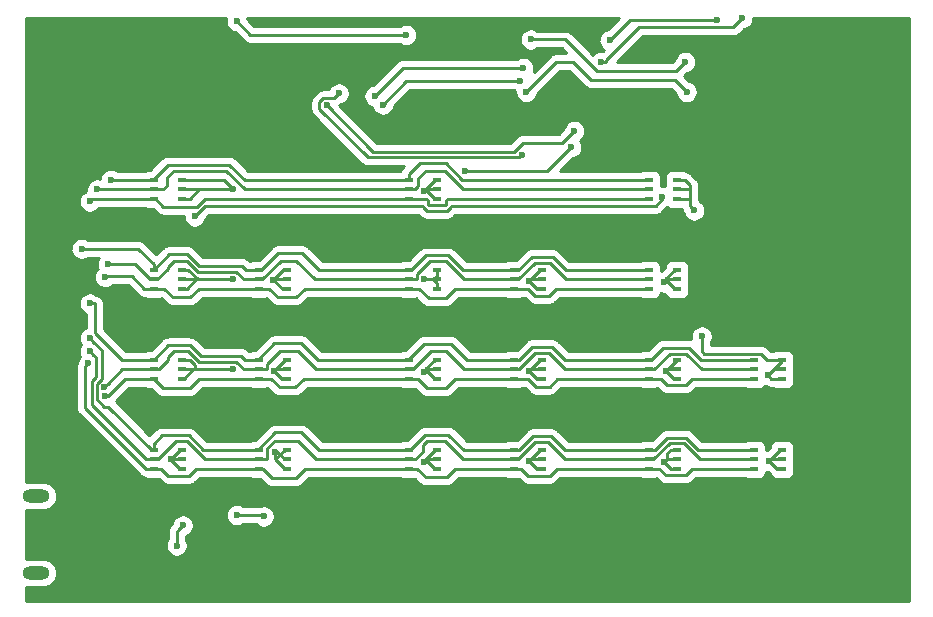
<source format=gbr>
G04 #@! TF.FileFunction,Copper,L2,Bot,Signal*
%FSLAX46Y46*%
G04 Gerber Fmt 4.6, Leading zero omitted, Abs format (unit mm)*
G04 Created by KiCad (PCBNEW (2016-05-05 BZR 6775)-product) date Saturday, June 04, 2016 'PMt' 10:04:22 PM*
%MOMM*%
%LPD*%
G01*
G04 APERTURE LIST*
%ADD10C,0.100000*%
%ADD11C,0.800000*%
%ADD12R,0.800000X0.450000*%
%ADD13O,2.300000X1.120000*%
%ADD14C,0.600000*%
%ADD15C,0.250000*%
%ADD16C,0.254000*%
G04 APERTURE END LIST*
D10*
D11*
X107442000Y-147320000D03*
X107442000Y-148590000D03*
X103632000Y-103632000D03*
X106426000Y-106426000D03*
X125984000Y-111760000D03*
X124968000Y-112776000D03*
X150876000Y-112522000D03*
X152146000Y-112522000D03*
X152146000Y-113792000D03*
X150876000Y-113792000D03*
X159512000Y-108712000D03*
X160782000Y-108712000D03*
X160782000Y-109982000D03*
X159512000Y-109982000D03*
X172974000Y-107442000D03*
X174244000Y-107442000D03*
X174244000Y-108712000D03*
X172974000Y-108712000D03*
X144018000Y-144272000D03*
X145288000Y-144272000D03*
X145288000Y-145542000D03*
X144018000Y-145542000D03*
X156464000Y-148336000D03*
X157734000Y-148336000D03*
X157734000Y-149606000D03*
X156464000Y-149606000D03*
X132080000Y-148336000D03*
X133350000Y-148336000D03*
X133350000Y-149606000D03*
X132080000Y-149606000D03*
X114300000Y-144780000D03*
X113284000Y-144780000D03*
X118872000Y-146812000D03*
X122682000Y-149860000D03*
X121412000Y-149860000D03*
X122682000Y-151130000D03*
X121412000Y-151130000D03*
D12*
X137090000Y-117640000D03*
X137090000Y-116840000D03*
X137090000Y-116040000D03*
X134690000Y-117640000D03*
X134690000Y-116840000D03*
X134690000Y-116040000D03*
X124390000Y-125260000D03*
X124390000Y-124460000D03*
X124390000Y-123660000D03*
X121990000Y-125260000D03*
X121990000Y-124460000D03*
X121990000Y-123660000D03*
X124390000Y-132880000D03*
X124390000Y-132080000D03*
X124390000Y-131280000D03*
X121990000Y-132880000D03*
X121990000Y-132080000D03*
X121990000Y-131280000D03*
X124390000Y-140500000D03*
X124390000Y-139700000D03*
X124390000Y-138900000D03*
X121990000Y-140500000D03*
X121990000Y-139700000D03*
X121990000Y-138900000D03*
X115500000Y-117640000D03*
X115500000Y-116840000D03*
X115500000Y-116040000D03*
X113100000Y-117640000D03*
X113100000Y-116840000D03*
X113100000Y-116040000D03*
X115500000Y-125260000D03*
X115500000Y-124460000D03*
X115500000Y-123660000D03*
X113100000Y-125260000D03*
X113100000Y-124460000D03*
X113100000Y-123660000D03*
X115500000Y-132880000D03*
X115500000Y-132080000D03*
X115500000Y-131280000D03*
X113100000Y-132880000D03*
X113100000Y-132080000D03*
X113100000Y-131280000D03*
X115500000Y-140500000D03*
X115500000Y-139700000D03*
X115500000Y-138900000D03*
X113100000Y-140500000D03*
X113100000Y-139700000D03*
X113100000Y-138900000D03*
X145980000Y-125260000D03*
X145980000Y-124460000D03*
X145980000Y-123660000D03*
X143580000Y-125260000D03*
X143580000Y-124460000D03*
X143580000Y-123660000D03*
X145980000Y-132880000D03*
X145980000Y-132080000D03*
X145980000Y-131280000D03*
X143580000Y-132880000D03*
X143580000Y-132080000D03*
X143580000Y-131280000D03*
X145980000Y-140500000D03*
X145980000Y-139700000D03*
X145980000Y-138900000D03*
X143580000Y-140500000D03*
X143580000Y-139700000D03*
X143580000Y-138900000D03*
X137090000Y-125260000D03*
X137090000Y-124460000D03*
X137090000Y-123660000D03*
X134690000Y-125260000D03*
X134690000Y-124460000D03*
X134690000Y-123660000D03*
X137090000Y-132880000D03*
X137090000Y-132080000D03*
X137090000Y-131280000D03*
X134690000Y-132880000D03*
X134690000Y-132080000D03*
X134690000Y-131280000D03*
X137090000Y-140500000D03*
X137090000Y-139700000D03*
X137090000Y-138900000D03*
X134690000Y-140500000D03*
X134690000Y-139700000D03*
X134690000Y-138900000D03*
X166300000Y-132880000D03*
X166300000Y-132080000D03*
X166300000Y-131280000D03*
X163900000Y-132880000D03*
X163900000Y-132080000D03*
X163900000Y-131280000D03*
X166300000Y-140500000D03*
X166300000Y-139700000D03*
X166300000Y-138900000D03*
X163900000Y-140500000D03*
X163900000Y-139700000D03*
X163900000Y-138900000D03*
X157410000Y-117640000D03*
X157410000Y-116840000D03*
X157410000Y-116040000D03*
X155010000Y-117640000D03*
X155010000Y-116840000D03*
X155010000Y-116040000D03*
X157410000Y-125260000D03*
X157410000Y-124460000D03*
X157410000Y-123660000D03*
X155010000Y-125260000D03*
X155010000Y-124460000D03*
X155010000Y-123660000D03*
X157410000Y-132880000D03*
X157410000Y-132080000D03*
X157410000Y-131280000D03*
X155010000Y-132880000D03*
X155010000Y-132080000D03*
X155010000Y-131280000D03*
X157410000Y-140500000D03*
X157410000Y-139700000D03*
X157410000Y-138900000D03*
X155010000Y-140500000D03*
X155010000Y-139700000D03*
X155010000Y-138900000D03*
D13*
X103124000Y-142795000D03*
X103124000Y-149305000D03*
D11*
X120142000Y-151130000D03*
D14*
X116332000Y-147066000D03*
X135001000Y-105156000D03*
X134493000Y-103759000D03*
X120142000Y-102616000D03*
X132527051Y-109661949D03*
X144145000Y-107696000D03*
X131801796Y-108936695D03*
X144399000Y-106553000D03*
X144907000Y-124586994D03*
X144907000Y-132207000D03*
X144907000Y-139827000D03*
X156464000Y-132207000D03*
X156337000Y-139954000D03*
X158877000Y-118618000D03*
X156337000Y-124714006D03*
X107578990Y-131572000D03*
X107696000Y-130556000D03*
X107698433Y-129410331D03*
X108966000Y-134366000D03*
X108916158Y-133567542D03*
X107696016Y-126492000D03*
X108965994Y-124244011D03*
X109220018Y-123190000D03*
X106997500Y-121856500D03*
X107696000Y-117856000D03*
X108331000Y-116840000D03*
X109474000Y-116014500D03*
X159512000Y-129286000D03*
X165099994Y-132588000D03*
X165227000Y-139827000D03*
X136017000Y-116967000D03*
X136017000Y-124460004D03*
X136017004Y-132334000D03*
X136017000Y-139953998D03*
X114554000Y-139699990D03*
X119824500Y-132080000D03*
X119824500Y-124460000D03*
X119824500Y-116840000D03*
X123340018Y-139031411D03*
X123317000Y-132207002D03*
X123238480Y-124486481D03*
X115570004Y-145287996D03*
X115053568Y-146987302D03*
X158115000Y-106045000D03*
X145034000Y-104140000D03*
X122428000Y-144526000D03*
X120142000Y-144399000D03*
X151701500Y-104203500D03*
X160782000Y-102489000D03*
X162941000Y-102362000D03*
X151003000Y-106045000D03*
X158242000Y-108585000D03*
X144653000Y-108585000D03*
X127762000Y-109728000D03*
X148717000Y-111887000D03*
X128778000Y-108712000D03*
X144272000Y-113919000D03*
X156181500Y-117484990D03*
X116586000Y-119126000D03*
X139446000Y-115316000D03*
X148463000Y-113284000D03*
D15*
X121285000Y-103759000D02*
X134493000Y-103759000D01*
X120142000Y-102616000D02*
X121285000Y-103759000D01*
X134493000Y-107696000D02*
X132527051Y-109661949D01*
X144145000Y-107696000D02*
X134493000Y-107696000D01*
X144399000Y-106553000D02*
X134185491Y-106553000D01*
X134185491Y-106553000D02*
X131801796Y-108936695D01*
X145980000Y-123660000D02*
X145833994Y-123660000D01*
X145833994Y-123660000D02*
X144907000Y-124586994D01*
X145980000Y-125260000D02*
X145580006Y-125260000D01*
X145580006Y-125260000D02*
X144907000Y-124586994D01*
X145980000Y-124460000D02*
X145033994Y-124460000D01*
X145033994Y-124460000D02*
X144907000Y-124586994D01*
X145980000Y-131280000D02*
X145834000Y-131280000D01*
X145834000Y-131280000D02*
X144907000Y-132207000D01*
X145980000Y-132880000D02*
X145580000Y-132880000D01*
X145580000Y-132880000D02*
X144907000Y-132207000D01*
X145980000Y-132080000D02*
X145034000Y-132080000D01*
X145034000Y-132080000D02*
X144907000Y-132207000D01*
X145980000Y-138900000D02*
X145834000Y-138900000D01*
X145834000Y-138900000D02*
X144907000Y-139827000D01*
X145980000Y-139700000D02*
X145034000Y-139700000D01*
X145034000Y-139700000D02*
X144907000Y-139827000D01*
X145980000Y-140500000D02*
X145580000Y-140500000D01*
X145580000Y-140500000D02*
X144907000Y-139827000D01*
X157410000Y-131280000D02*
X157391000Y-131280000D01*
X157391000Y-131280000D02*
X156464000Y-132207000D01*
X157410000Y-132880000D02*
X157137000Y-132880000D01*
X157137000Y-132880000D02*
X156464000Y-132207000D01*
X157410000Y-132080000D02*
X156591000Y-132080000D01*
X156591000Y-132080000D02*
X156464000Y-132207000D01*
X157410000Y-140500000D02*
X156883000Y-140500000D01*
X156883000Y-140500000D02*
X156337000Y-139954000D01*
X156883000Y-138900000D02*
X156591000Y-139192000D01*
X156591000Y-139192000D02*
X156591000Y-139700000D01*
X157410000Y-138900000D02*
X156883000Y-138900000D01*
X157410000Y-139700000D02*
X156591000Y-139700000D01*
X156591000Y-139700000D02*
X156337000Y-139954000D01*
X157410000Y-123660000D02*
X157235000Y-123660000D01*
X156509999Y-124541001D02*
X156337000Y-124714000D01*
X156337000Y-124714000D02*
X156337000Y-124714006D01*
X156509999Y-124534999D02*
X156509999Y-124541001D01*
X157410000Y-125260000D02*
X157235000Y-125260000D01*
X157410000Y-124460000D02*
X156591000Y-124460000D01*
X156591000Y-124460000D02*
X156509999Y-124541001D01*
X156435000Y-124460000D02*
X156509999Y-124534999D01*
X157235000Y-125260000D02*
X156435000Y-124460000D01*
X157235000Y-123660000D02*
X156435000Y-124460000D01*
X158496000Y-118237000D02*
X158496000Y-117665500D01*
X158496000Y-117665500D02*
X158470500Y-117640000D01*
X158496000Y-118237000D02*
X158877000Y-118618000D01*
X158496000Y-116459000D02*
X158496000Y-116840000D01*
X158496000Y-116840000D02*
X158496000Y-117665500D01*
X157410000Y-116840000D02*
X158496000Y-116840000D01*
X157410000Y-116040000D02*
X158077000Y-116040000D01*
X158077000Y-116040000D02*
X158496000Y-116459000D01*
X157410000Y-117640000D02*
X158470500Y-117640000D01*
X113100000Y-140500000D02*
X112450000Y-140500000D01*
X112450000Y-140500000D02*
X107278991Y-135328991D01*
X107278991Y-135328991D02*
X107278991Y-131871999D01*
X107278991Y-131871999D02*
X107578990Y-131572000D01*
X121990000Y-140500000D02*
X122339000Y-140500000D01*
X122339000Y-140500000D02*
X123126500Y-141287500D01*
X123126500Y-141287500D02*
X125122496Y-141287500D01*
X125122496Y-141287500D02*
X125937998Y-140471998D01*
X125937998Y-140471998D02*
X134661998Y-140471998D01*
X134661998Y-140471998D02*
X134690000Y-140500000D01*
X155010000Y-140500000D02*
X155930500Y-140500000D01*
X155930500Y-140500000D02*
X156480501Y-141050001D01*
X156480501Y-141050001D02*
X158161999Y-141050001D01*
X158161999Y-141050001D02*
X158712000Y-140500000D01*
X158712000Y-140500000D02*
X163900000Y-140500000D01*
X143580000Y-140500000D02*
X144230000Y-140500000D01*
X146621500Y-141097000D02*
X147218500Y-140500000D01*
X144827000Y-141097000D02*
X146621500Y-141097000D01*
X144230000Y-140500000D02*
X144827000Y-141097000D01*
X147218500Y-140500000D02*
X155010000Y-140500000D01*
X121990000Y-140500000D02*
X116675000Y-140500000D01*
X116675000Y-140500000D02*
X116078000Y-141097000D01*
X116078000Y-141097000D02*
X114347000Y-141097000D01*
X114347000Y-141097000D02*
X113750000Y-140500000D01*
X113750000Y-140500000D02*
X113100000Y-140500000D01*
X134690000Y-140500000D02*
X135420000Y-140500000D01*
X138646000Y-140500000D02*
X143580000Y-140500000D01*
X137922000Y-141224000D02*
X138646000Y-140500000D01*
X136144000Y-141224000D02*
X137922000Y-141224000D01*
X135420000Y-140500000D02*
X136144000Y-141224000D01*
X108204000Y-132718285D02*
X108204000Y-131064000D01*
X107841145Y-133081140D02*
X108204000Y-132718285D01*
X107995999Y-130855999D02*
X107696000Y-130556000D01*
X108204000Y-131064000D02*
X107995999Y-130855999D01*
X112450000Y-139700000D02*
X107841145Y-135091145D01*
X107841145Y-135091145D02*
X107841145Y-133081140D01*
X113100000Y-139700000D02*
X112450000Y-139700000D01*
X122640000Y-139700000D02*
X121990000Y-139700000D01*
X122715001Y-139624999D02*
X122640000Y-139700000D01*
X134690000Y-139700000D02*
X126873000Y-139700000D01*
X122715001Y-138741971D02*
X122715001Y-139624999D01*
X126873000Y-139700000D02*
X125285500Y-138112500D01*
X123344472Y-138112500D02*
X122715001Y-138741971D01*
X125285500Y-138112500D02*
X123344472Y-138112500D01*
X163250000Y-139700000D02*
X163900000Y-139700000D01*
X155384500Y-139700000D02*
X156781499Y-138303001D01*
X155010000Y-139700000D02*
X155384500Y-139700000D01*
X159383590Y-139700000D02*
X163250000Y-139700000D01*
X156781499Y-138303001D02*
X157986591Y-138303001D01*
X157986591Y-138303001D02*
X159383590Y-139700000D01*
X147955000Y-139700000D02*
X155010000Y-139700000D01*
X145415000Y-138239500D02*
X146494500Y-138239500D01*
X143580000Y-139700000D02*
X143954500Y-139700000D01*
X146494500Y-138239500D02*
X147955000Y-139700000D01*
X143954500Y-139700000D02*
X145415000Y-138239500D01*
X134690000Y-139700000D02*
X135218996Y-139700000D01*
X139319000Y-139700000D02*
X143580000Y-139700000D01*
X135218996Y-139700000D02*
X135890000Y-139028996D01*
X135890000Y-139028996D02*
X135890000Y-138493500D01*
X136271000Y-138112500D02*
X137731500Y-138112500D01*
X137731500Y-138112500D02*
X139319000Y-139700000D01*
X135890000Y-138493500D02*
X136271000Y-138112500D01*
X115025996Y-138176000D02*
X115949590Y-138176000D01*
X113501996Y-139700000D02*
X115025996Y-138176000D01*
X117473590Y-139700000D02*
X121990000Y-139700000D01*
X113100000Y-139700000D02*
X113501996Y-139700000D01*
X115949590Y-138176000D02*
X117473590Y-139700000D01*
X107998432Y-129710330D02*
X107698433Y-129410331D01*
X112925000Y-138900000D02*
X109270002Y-135245002D01*
X108712000Y-132846696D02*
X108712000Y-130423898D01*
X113100000Y-138900000D02*
X112925000Y-138900000D01*
X109270002Y-135245002D02*
X108919998Y-135245002D01*
X108291156Y-134616160D02*
X108291156Y-133267540D01*
X108712000Y-130423898D02*
X107998432Y-129710330D01*
X108291156Y-133267540D02*
X108712000Y-132846696D01*
X108919998Y-135245002D02*
X108291156Y-134616160D01*
X158172990Y-137852990D02*
X159220000Y-138900000D01*
X155010000Y-138900000D02*
X155548090Y-138900000D01*
X155548090Y-138900000D02*
X156595100Y-137852990D01*
X156595100Y-137852990D02*
X158172990Y-137852990D01*
X159220000Y-138900000D02*
X163900000Y-138900000D01*
X113792000Y-137668000D02*
X113100000Y-138360000D01*
X121990000Y-138900000D02*
X117310000Y-138900000D01*
X116078000Y-137668000D02*
X113792000Y-137668000D01*
X117310000Y-138900000D02*
X116078000Y-137668000D01*
X113100000Y-138360000D02*
X113100000Y-138900000D01*
X143580000Y-138900000D02*
X144056000Y-138900000D01*
X147917000Y-138900000D02*
X155010000Y-138900000D01*
X146748500Y-137731500D02*
X147917000Y-138900000D01*
X145224500Y-137731500D02*
X146748500Y-137731500D01*
X144056000Y-138900000D02*
X145224500Y-137731500D01*
X134690000Y-138900000D02*
X134785000Y-138900000D01*
X134785000Y-138900000D02*
X136080500Y-137604500D01*
X139344500Y-138900000D02*
X143580000Y-138900000D01*
X138049000Y-137604500D02*
X139344500Y-138900000D01*
X136080500Y-137604500D02*
X138049000Y-137604500D01*
X121990000Y-138900000D02*
X121990000Y-138804500D01*
X121990000Y-138804500D02*
X123380500Y-137414000D01*
X127089000Y-138900000D02*
X134690000Y-138900000D01*
X125603000Y-137414000D02*
X127089000Y-138900000D01*
X123380500Y-137414000D02*
X125603000Y-137414000D01*
X109219997Y-134366000D02*
X108966000Y-134366000D01*
X110705997Y-132880000D02*
X109219997Y-134366000D01*
X113100000Y-132880000D02*
X110705997Y-132880000D01*
X155010000Y-132880000D02*
X156057500Y-132880000D01*
X156057500Y-132880000D02*
X156607501Y-133430001D01*
X156607501Y-133430001D02*
X158161999Y-133430001D01*
X158161999Y-133430001D02*
X158712000Y-132880000D01*
X158712000Y-132880000D02*
X163900000Y-132880000D01*
X121990000Y-132880000D02*
X116929000Y-132880000D01*
X116929000Y-132880000D02*
X116141500Y-133667500D01*
X116141500Y-133667500D02*
X113919000Y-133667500D01*
X113919000Y-133667500D02*
X113131500Y-132880000D01*
X113131500Y-132880000D02*
X113100000Y-132880000D01*
X143580000Y-132880000D02*
X144818000Y-132880000D01*
X147282000Y-132880000D02*
X155010000Y-132880000D01*
X146621500Y-133540500D02*
X147282000Y-132880000D01*
X145478500Y-133540500D02*
X146621500Y-133540500D01*
X144818000Y-132880000D02*
X145478500Y-133540500D01*
X134690000Y-132880000D02*
X135483500Y-132880000D01*
X138646000Y-132880000D02*
X143580000Y-132880000D01*
X137858500Y-133667500D02*
X138646000Y-132880000D01*
X136271000Y-133667500D02*
X137858500Y-133667500D01*
X135483500Y-132880000D02*
X136271000Y-133667500D01*
X121990000Y-132880000D02*
X123037500Y-132880000D01*
X125819000Y-132880000D02*
X134690000Y-132880000D01*
X125095000Y-133604000D02*
X125819000Y-132880000D01*
X123761500Y-133604000D02*
X125095000Y-133604000D01*
X123037500Y-132880000D02*
X123761500Y-133604000D01*
X109216157Y-133267543D02*
X108916158Y-133567542D01*
X113100000Y-132080000D02*
X110403700Y-132080000D01*
X110403700Y-132080000D02*
X109216157Y-133267543D01*
X155010000Y-132080000D02*
X155448000Y-132080000D01*
X155448000Y-132080000D02*
X156798001Y-130729999D01*
X156798001Y-130729999D02*
X158161999Y-130729999D01*
X158161999Y-130729999D02*
X159512000Y-132080000D01*
X159512000Y-132080000D02*
X163900000Y-132080000D01*
X121990000Y-132080000D02*
X120749502Y-132080000D01*
X120749502Y-132080000D02*
X120114502Y-131445000D01*
X120114502Y-131445000D02*
X116967000Y-131445000D01*
X114300000Y-131318000D02*
X113538000Y-132080000D01*
X116967000Y-131445000D02*
X116014500Y-130492500D01*
X116014500Y-130492500D02*
X114808000Y-130492500D01*
X114808000Y-130492500D02*
X114300000Y-131000500D01*
X114300000Y-131000500D02*
X114300000Y-131318000D01*
X113538000Y-132080000D02*
X113100000Y-132080000D01*
X143580000Y-132080000D02*
X144018000Y-132080000D01*
X146558000Y-130683000D02*
X147955000Y-132080000D01*
X144018000Y-132080000D02*
X145415000Y-130683000D01*
X147955000Y-132080000D02*
X155010000Y-132080000D01*
X145415000Y-130683000D02*
X146558000Y-130683000D01*
X136615998Y-130556000D02*
X137858500Y-130556000D01*
X139382500Y-132080000D02*
X143580000Y-132080000D01*
X135091998Y-132080000D02*
X136615998Y-130556000D01*
X134690000Y-132080000D02*
X135091998Y-132080000D01*
X137858500Y-130556000D02*
X139382500Y-132080000D01*
X134690000Y-132080000D02*
X126873000Y-132080000D01*
X122640000Y-132080000D02*
X121990000Y-132080000D01*
X126873000Y-132080000D02*
X125285500Y-130492500D01*
X125285500Y-130492500D02*
X123825000Y-130492500D01*
X122691998Y-132028002D02*
X122640000Y-132080000D01*
X122691998Y-131625502D02*
X122691998Y-132028002D01*
X123825000Y-130492500D02*
X122691998Y-131625502D01*
X155010000Y-131280000D02*
X155185000Y-131280000D01*
X155185000Y-131280000D02*
X156226500Y-130238500D01*
X156226500Y-130238500D02*
X158432500Y-130238500D01*
X158432500Y-130238500D02*
X159474000Y-131280000D01*
X159474000Y-131280000D02*
X163900000Y-131280000D01*
X110452000Y-131280000D02*
X108120280Y-128948280D01*
X113100000Y-131280000D02*
X110452000Y-131280000D01*
X108120280Y-128948280D02*
X108120280Y-126492000D01*
X108120280Y-126492000D02*
X107696016Y-126492000D01*
X113100000Y-131280000D02*
X113100000Y-131248000D01*
X113100000Y-131248000D02*
X114305509Y-130042491D01*
X120866000Y-131280000D02*
X121990000Y-131280000D01*
X114305509Y-130042491D02*
X116200901Y-130042491D01*
X116200901Y-130042491D02*
X117094705Y-130936295D01*
X117094705Y-130936295D02*
X120522295Y-130936295D01*
X120522295Y-130936295D02*
X120866000Y-131280000D01*
X143580000Y-131280000D02*
X144056000Y-131280000D01*
X147917000Y-131280000D02*
X155010000Y-131280000D01*
X146812000Y-130175000D02*
X147917000Y-131280000D01*
X145161000Y-130175000D02*
X146812000Y-130175000D01*
X144056000Y-131280000D02*
X145161000Y-130175000D01*
X134690000Y-131280000D02*
X134690000Y-131184500D01*
X134690000Y-131184500D02*
X135953500Y-129921000D01*
X139662000Y-131280000D02*
X143580000Y-131280000D01*
X138303000Y-129921000D02*
X139662000Y-131280000D01*
X135953500Y-129921000D02*
X138303000Y-129921000D01*
X121990000Y-131280000D02*
X121990000Y-131184500D01*
X121990000Y-131184500D02*
X123317000Y-129857500D01*
X127025500Y-131280000D02*
X134690000Y-131280000D01*
X125603000Y-129857500D02*
X127025500Y-131280000D01*
X123317000Y-129857500D02*
X125603000Y-129857500D01*
X113100000Y-125260000D02*
X112306000Y-125260000D01*
X112306000Y-125260000D02*
X111252000Y-124206000D01*
X111252000Y-124206000D02*
X109004005Y-124206000D01*
X109004005Y-124206000D02*
X108965994Y-124244011D01*
X121990000Y-125260000D02*
X116929000Y-125260000D01*
X116929000Y-125260000D02*
X116205000Y-125984000D01*
X116205000Y-125984000D02*
X114744500Y-125984000D01*
X114744500Y-125984000D02*
X114020500Y-125260000D01*
X114020500Y-125260000D02*
X113100000Y-125260000D01*
X143580000Y-125260000D02*
X144818000Y-125260000D01*
X147155000Y-125260000D02*
X155010000Y-125260000D01*
X146558000Y-125857000D02*
X147155000Y-125260000D01*
X145415000Y-125857000D02*
X146558000Y-125857000D01*
X144818000Y-125260000D02*
X145415000Y-125857000D01*
X134690000Y-125260000D02*
X135610500Y-125260000D01*
X138646000Y-125260000D02*
X143580000Y-125260000D01*
X137858500Y-126047500D02*
X138646000Y-125260000D01*
X136398000Y-126047500D02*
X137858500Y-126047500D01*
X135610500Y-125260000D02*
X136398000Y-126047500D01*
X121990000Y-125260000D02*
X122910500Y-125260000D01*
X125882500Y-125260000D02*
X134690000Y-125260000D01*
X125158500Y-125984000D02*
X125882500Y-125260000D01*
X123634500Y-125984000D02*
X125158500Y-125984000D01*
X122910500Y-125260000D02*
X123634500Y-125984000D01*
X113100000Y-124460000D02*
X112776000Y-124460000D01*
X112776000Y-124460000D02*
X111506000Y-123190000D01*
X111506000Y-123190000D02*
X109220018Y-123190000D01*
X113100000Y-124460000D02*
X113411000Y-124460000D01*
X113411000Y-124460000D02*
X114300000Y-123571000D01*
X114300000Y-123571000D02*
X114300000Y-123380500D01*
X114300000Y-123380500D02*
X114808000Y-122872500D01*
X114808000Y-122872500D02*
X115888910Y-122872500D01*
X115888910Y-122872500D02*
X116851409Y-123834999D01*
X116851409Y-123834999D02*
X120088499Y-123834999D01*
X120713500Y-124460000D02*
X121990000Y-124460000D01*
X120088499Y-123834999D02*
X120713500Y-124460000D01*
X145351500Y-123063000D02*
X146621500Y-123063000D01*
X143580000Y-124460000D02*
X143954500Y-124460000D01*
X148018500Y-124460000D02*
X155010000Y-124460000D01*
X146621500Y-123063000D02*
X148018500Y-124460000D01*
X143954500Y-124460000D02*
X145351500Y-123063000D01*
X136461500Y-122936000D02*
X137858500Y-122936000D01*
X135340000Y-124460000D02*
X135391999Y-124408001D01*
X135391999Y-124005501D02*
X136461500Y-122936000D01*
X139382500Y-124460000D02*
X143580000Y-124460000D01*
X135391999Y-124408001D02*
X135391999Y-124005501D01*
X134690000Y-124460000D02*
X135340000Y-124460000D01*
X137858500Y-122936000D02*
X139382500Y-124460000D01*
X125158500Y-122872500D02*
X126746000Y-124460000D01*
X121990000Y-124460000D02*
X122314999Y-124460000D01*
X126746000Y-124460000D02*
X134690000Y-124460000D01*
X122314999Y-124460000D02*
X123902499Y-122872500D01*
X123902499Y-122872500D02*
X125158500Y-122872500D01*
X114427000Y-122301000D02*
X113100000Y-123628000D01*
X120586500Y-123317000D02*
X116969820Y-123317000D01*
X116969820Y-123317000D02*
X115953820Y-122301000D01*
X115953820Y-122301000D02*
X114427000Y-122301000D01*
X120929500Y-123660000D02*
X120586500Y-123317000D01*
X134690000Y-123660000D02*
X127089000Y-123660000D01*
X127089000Y-123660000D02*
X125666500Y-122237500D01*
X125666500Y-122237500D02*
X123634500Y-122237500D01*
X122212000Y-123660000D02*
X121990000Y-123660000D01*
X123634500Y-122237500D02*
X122212000Y-123660000D01*
X106997500Y-121856500D02*
X111771500Y-121856500D01*
X111771500Y-121856500D02*
X113100000Y-123185000D01*
X113100000Y-123185000D02*
X113100000Y-123660000D01*
X155010000Y-123660000D02*
X147980500Y-123660000D01*
X143992500Y-123660000D02*
X143580000Y-123660000D01*
X145097500Y-122555000D02*
X143992500Y-123660000D01*
X146875500Y-122555000D02*
X145097500Y-122555000D01*
X147980500Y-123660000D02*
X146875500Y-122555000D01*
X134690000Y-123660000D02*
X134912000Y-123660000D01*
X134912000Y-123660000D02*
X136144000Y-122428000D01*
X139281000Y-123660000D02*
X143580000Y-123660000D01*
X138049000Y-122428000D02*
X139281000Y-123660000D01*
X136144000Y-122428000D02*
X138049000Y-122428000D01*
X121990000Y-123660000D02*
X120929500Y-123660000D01*
X113100000Y-123660000D02*
X113100000Y-123628000D01*
X137961990Y-117640000D02*
X155010000Y-117640000D01*
X137815001Y-118125001D02*
X137815001Y-117786989D01*
X136429999Y-118190001D02*
X137750001Y-118190001D01*
X136364999Y-118125001D02*
X136429999Y-118190001D01*
X134690000Y-117640000D02*
X136218010Y-117640000D01*
X136364999Y-117786989D02*
X136364999Y-118125001D01*
X136218010Y-117640000D02*
X136364999Y-117786989D01*
X116780600Y-118294989D02*
X117435589Y-117640000D01*
X137750001Y-118190001D02*
X137815001Y-118125001D01*
X137815001Y-117786989D02*
X137961990Y-117640000D01*
X117435589Y-117640000D02*
X134690000Y-117640000D01*
X113929989Y-118294989D02*
X116780600Y-118294989D01*
X113275000Y-117640000D02*
X113929989Y-118294989D01*
X113100000Y-117640000D02*
X113275000Y-117640000D01*
X113100000Y-117640000D02*
X107912000Y-117640000D01*
X107912000Y-117640000D02*
X107696000Y-117856000D01*
X135218998Y-116840000D02*
X134690000Y-116840000D01*
X139319000Y-116840000D02*
X137731500Y-115252500D01*
X136144000Y-115252500D02*
X135518999Y-115877501D01*
X137731500Y-115252500D02*
X136144000Y-115252500D01*
X135518999Y-115877501D02*
X135518999Y-116539999D01*
X135518999Y-116539999D02*
X135218998Y-116840000D01*
X155010000Y-116840000D02*
X139319000Y-116840000D01*
X113100000Y-116840000D02*
X108331000Y-116840000D01*
X134690000Y-116840000D02*
X120840500Y-116840000D01*
X120840500Y-116840000D02*
X119253000Y-115252500D01*
X119253000Y-115252500D02*
X114808000Y-115252500D01*
X114808000Y-115252500D02*
X114236500Y-115824000D01*
X114236500Y-115824000D02*
X114236500Y-116522500D01*
X114236500Y-116522500D02*
X113919000Y-116840000D01*
X113919000Y-116840000D02*
X113100000Y-116840000D01*
X134690000Y-116040000D02*
X134690000Y-115565000D01*
X134690000Y-115565000D02*
X135637500Y-114617500D01*
X135637500Y-114617500D02*
X137822496Y-114617500D01*
X137822496Y-114617500D02*
X139244996Y-116040000D01*
X139244996Y-116040000D02*
X155010000Y-116040000D01*
X113100000Y-116040000D02*
X109499500Y-116040000D01*
X109499500Y-116040000D02*
X109474000Y-116014500D01*
X113100000Y-116040000D02*
X113100000Y-115944500D01*
X113100000Y-115944500D02*
X114300000Y-114744500D01*
X120802500Y-116040000D02*
X134690000Y-116040000D01*
X119507000Y-114744500D02*
X120802500Y-116040000D01*
X114300000Y-114744500D02*
X119507000Y-114744500D01*
X113100000Y-116040000D02*
X113131500Y-116040000D01*
X159512000Y-129286000D02*
X159512000Y-130556000D01*
X159512000Y-130556000D02*
X159685999Y-130729999D01*
X159685999Y-130729999D02*
X164511999Y-130729999D01*
X164511999Y-130729999D02*
X165062000Y-131280000D01*
X165062000Y-131280000D02*
X166300000Y-131280000D01*
X165607994Y-132080000D02*
X165099994Y-132588000D01*
X165391994Y-132880000D02*
X165099994Y-132588000D01*
X166300000Y-140500000D02*
X165900000Y-140500000D01*
X165900000Y-140500000D02*
X165227000Y-139827000D01*
X166300000Y-139700000D02*
X165354000Y-139700000D01*
X165354000Y-139700000D02*
X165227000Y-139827000D01*
X166300000Y-131280000D02*
X166300000Y-131387994D01*
X166300000Y-131387994D02*
X165099994Y-132588000D01*
X166300000Y-132080000D02*
X165607994Y-132080000D01*
X166300000Y-132880000D02*
X165391994Y-132880000D01*
X166125000Y-138900000D02*
X165227000Y-139798000D01*
X166300000Y-138900000D02*
X166125000Y-138900000D01*
X165227000Y-139798000D02*
X165227000Y-139827000D01*
X136915000Y-117640000D02*
X136242000Y-116967000D01*
X137090000Y-116840000D02*
X136144000Y-116840000D01*
X137090000Y-117640000D02*
X136915000Y-117640000D01*
X136017000Y-116938000D02*
X136017000Y-116967000D01*
X136144000Y-116840000D02*
X136017000Y-116967000D01*
X136915000Y-116040000D02*
X136017000Y-116938000D01*
X137090000Y-116040000D02*
X136915000Y-116040000D01*
X136242000Y-116967000D02*
X136017000Y-116967000D01*
X136765000Y-124460000D02*
X136764996Y-124460004D01*
X137090000Y-125260000D02*
X137090000Y-124785000D01*
X136017004Y-124460000D02*
X136017000Y-124460004D01*
X137090000Y-124460000D02*
X136017004Y-124460000D01*
X136764996Y-124460004D02*
X136017000Y-124460004D01*
X137090000Y-124785000D02*
X136765000Y-124460000D01*
X137090000Y-124135000D02*
X136765000Y-124460000D01*
X137090000Y-123660000D02*
X137090000Y-124135000D01*
X136271004Y-132080000D02*
X136017004Y-132334000D01*
X136115000Y-132080000D02*
X136115000Y-132236004D01*
X137090000Y-132080000D02*
X136271004Y-132080000D01*
X137090000Y-131280000D02*
X136915000Y-131280000D01*
X137090000Y-132880000D02*
X136915000Y-132880000D01*
X136115000Y-132236004D02*
X136017004Y-132334000D01*
X136915000Y-132880000D02*
X136115000Y-132080000D01*
X136915000Y-131280000D02*
X136115000Y-132080000D01*
X136368998Y-139953998D02*
X136017000Y-139953998D01*
X137090000Y-139700000D02*
X136270998Y-139700000D01*
X136017000Y-139798000D02*
X136017000Y-139953998D01*
X136915000Y-138900000D02*
X136017000Y-139798000D01*
X137090000Y-138900000D02*
X136915000Y-138900000D01*
X136270998Y-139700000D02*
X136017000Y-139953998D01*
X137090000Y-140500000D02*
X136915000Y-140500000D01*
X136915000Y-140500000D02*
X136368998Y-139953998D01*
X115325000Y-140500000D02*
X114554000Y-139729000D01*
X115500000Y-140500000D02*
X115325000Y-140500000D01*
X115325000Y-138900000D02*
X114554000Y-139671000D01*
X115500000Y-138900000D02*
X115325000Y-138900000D01*
X114554000Y-139729000D02*
X114554000Y-139699990D01*
X114554000Y-139671000D02*
X114554000Y-139699990D01*
X114554010Y-139700000D02*
X114554000Y-139699990D01*
X115500000Y-139700000D02*
X114554010Y-139700000D01*
X115500000Y-124460000D02*
X116713000Y-124460000D01*
X115500000Y-123660000D02*
X116040000Y-123660000D01*
X116040000Y-123660000D02*
X116840000Y-124460000D01*
X116840000Y-124460000D02*
X119824500Y-124460000D01*
X119824500Y-124460000D02*
X116713000Y-124460000D01*
X116713000Y-124460000D02*
X115913000Y-125260000D01*
X115913000Y-125260000D02*
X115500000Y-125260000D01*
X115500000Y-131280000D02*
X116150000Y-131280000D01*
X116150000Y-131280000D02*
X116586000Y-131716000D01*
X116586000Y-131716000D02*
X116586000Y-132080000D01*
X119824500Y-132080000D02*
X116586000Y-132080000D01*
X116586000Y-132080000D02*
X115500000Y-132080000D01*
X115500000Y-132880000D02*
X115675000Y-132880000D01*
X115675000Y-132880000D02*
X116475000Y-132080000D01*
X116475000Y-132080000D02*
X116586000Y-132080000D01*
X116950000Y-116840000D02*
X119824500Y-116840000D01*
X116150000Y-117640000D02*
X116950000Y-116840000D01*
X115500000Y-117640000D02*
X116150000Y-117640000D01*
X115500000Y-116040000D02*
X119024500Y-116040000D01*
X119024500Y-116040000D02*
X119824500Y-116840000D01*
X119824500Y-116840000D02*
X115500000Y-116840000D01*
X123340018Y-139455675D02*
X123340018Y-139031411D01*
X123340018Y-139625018D02*
X123340018Y-139455675D01*
X123415000Y-139700000D02*
X123340018Y-139625018D01*
X124215000Y-139700000D02*
X123546411Y-139031411D01*
X124390000Y-139700000D02*
X124215000Y-139700000D01*
X123546411Y-139031411D02*
X123340018Y-139031411D01*
X124390000Y-138900000D02*
X124215000Y-138900000D01*
X124215000Y-140500000D02*
X123415000Y-139700000D01*
X124215000Y-138900000D02*
X123415000Y-139700000D01*
X124390000Y-140500000D02*
X124215000Y-140500000D01*
X124390000Y-123660000D02*
X124064961Y-123660000D01*
X124064961Y-123660000D02*
X123238480Y-124486481D01*
X124390000Y-125260000D02*
X124011999Y-125260000D01*
X124011999Y-125260000D02*
X123238480Y-124486481D01*
X124390000Y-124460000D02*
X123264961Y-124460000D01*
X123264961Y-124460000D02*
X123238480Y-124486481D01*
X124390000Y-132880000D02*
X123989998Y-132880000D01*
X123989998Y-132880000D02*
X123317000Y-132207002D01*
X124390000Y-131280000D02*
X124244002Y-131280000D01*
X124244002Y-131280000D02*
X123317000Y-132207002D01*
X124390000Y-132080000D02*
X123444002Y-132080000D01*
X123444002Y-132080000D02*
X123317000Y-132207002D01*
X115053568Y-145804432D02*
X115270005Y-145587995D01*
X115270005Y-145587995D02*
X115570004Y-145287996D01*
X115053568Y-146987302D02*
X115053568Y-145804432D01*
X150622000Y-106807000D02*
X157353000Y-106807000D01*
X157353000Y-106807000D02*
X158115000Y-106045000D01*
X147955000Y-104140000D02*
X150622000Y-106807000D01*
X145034000Y-104140000D02*
X147955000Y-104140000D01*
X122301000Y-144399000D02*
X122428000Y-144526000D01*
X120142000Y-144399000D02*
X122301000Y-144399000D01*
X153416000Y-102489000D02*
X160782000Y-102489000D01*
X151701500Y-104203500D02*
X153416000Y-102489000D01*
X162941000Y-102362000D02*
X162179000Y-103124000D01*
X162179000Y-103124000D02*
X154178000Y-103124000D01*
X154178000Y-103124000D02*
X151427264Y-105874736D01*
X151427264Y-105874736D02*
X151427264Y-106045000D01*
X151427264Y-106045000D02*
X151003000Y-106045000D01*
X157226000Y-107569000D02*
X158242000Y-108585000D01*
X150114000Y-107569000D02*
X157226000Y-107569000D01*
X148590000Y-106045000D02*
X150114000Y-107569000D01*
X147193000Y-106045000D02*
X148590000Y-106045000D01*
X144653000Y-108585000D02*
X147193000Y-106045000D01*
X127762000Y-109728000D02*
X131699000Y-113665000D01*
X131699000Y-113665000D02*
X143593736Y-113665000D01*
X147701000Y-112903000D02*
X148717000Y-111887000D01*
X144355736Y-112903000D02*
X147701000Y-112903000D01*
X144355736Y-112903000D02*
X143593736Y-113665000D01*
X128778000Y-108712000D02*
X128387001Y-109102999D01*
X128387001Y-109102999D02*
X127461999Y-109102999D01*
X144075990Y-114115010D02*
X144272000Y-113919000D01*
X127461999Y-109102999D02*
X127136999Y-109427999D01*
X127136999Y-110028001D02*
X131224008Y-114115010D01*
X127136999Y-109427999D02*
X127136999Y-110028001D01*
X131224008Y-114115010D02*
X144075990Y-114115010D01*
X156181500Y-117678502D02*
X156181500Y-117484990D01*
X138265012Y-118311401D02*
X138265012Y-118237000D01*
X135914988Y-118311401D02*
X136243599Y-118640012D01*
X137936401Y-118640012D02*
X138265012Y-118311401D01*
X117475000Y-118237000D02*
X135914988Y-118237000D01*
X155623002Y-118237000D02*
X156181500Y-117678502D01*
X116586000Y-119126000D02*
X117475000Y-118237000D01*
X135914988Y-118237000D02*
X135914988Y-118311401D01*
X138265012Y-118237000D02*
X155623002Y-118237000D01*
X136243599Y-118640012D02*
X137936401Y-118640012D01*
X139870264Y-115316000D02*
X139446000Y-115316000D01*
X148463000Y-113284000D02*
X146431000Y-115316000D01*
X146431000Y-115316000D02*
X139870264Y-115316000D01*
D16*
G36*
X119208331Y-102511272D02*
X119205771Y-102694617D01*
X119238872Y-102874968D01*
X119306372Y-103045454D01*
X119405701Y-103199583D01*
X119533076Y-103331484D01*
X119683644Y-103436131D01*
X119851671Y-103509540D01*
X119991477Y-103540279D01*
X120747599Y-104296401D01*
X120801855Y-104340968D01*
X120855625Y-104386086D01*
X120859126Y-104388011D01*
X120862215Y-104390548D01*
X120924067Y-104423713D01*
X120985604Y-104457543D01*
X120989416Y-104458752D01*
X120992935Y-104460639D01*
X121060031Y-104481152D01*
X121126987Y-104502392D01*
X121130959Y-104502838D01*
X121134781Y-104504006D01*
X121204605Y-104511098D01*
X121274389Y-104518926D01*
X121282204Y-104518981D01*
X121282347Y-104518995D01*
X121282480Y-104518982D01*
X121285000Y-104519000D01*
X133948126Y-104519000D01*
X134034644Y-104579131D01*
X134202671Y-104652540D01*
X134381757Y-104691915D01*
X134565079Y-104695755D01*
X134745657Y-104663914D01*
X134916610Y-104597606D01*
X135071429Y-104499355D01*
X135204215Y-104372904D01*
X135309911Y-104223070D01*
X135384492Y-104055560D01*
X135425116Y-103876754D01*
X135428040Y-103667319D01*
X135392425Y-103487448D01*
X135322550Y-103317920D01*
X135221079Y-103165193D01*
X135091875Y-103035084D01*
X134939860Y-102932549D01*
X134770825Y-102861493D01*
X134591207Y-102824623D01*
X134407849Y-102823343D01*
X134227733Y-102857701D01*
X134057722Y-102926390D01*
X133946763Y-102999000D01*
X121599802Y-102999000D01*
X121065169Y-102464367D01*
X121041425Y-102344448D01*
X121037531Y-102335000D01*
X152495198Y-102335000D01*
X151549628Y-103280570D01*
X151436233Y-103302201D01*
X151266222Y-103370890D01*
X151112791Y-103471293D01*
X150981783Y-103599586D01*
X150878189Y-103750881D01*
X150805954Y-103919416D01*
X150767831Y-104098772D01*
X150765271Y-104282117D01*
X150798372Y-104462468D01*
X150865872Y-104632954D01*
X150965201Y-104787083D01*
X151092576Y-104918984D01*
X151219795Y-105007403D01*
X151113958Y-105113240D01*
X151101207Y-105110623D01*
X150917849Y-105109343D01*
X150737733Y-105143701D01*
X150567722Y-105212390D01*
X150414291Y-105312793D01*
X150307335Y-105417533D01*
X148492401Y-103602599D01*
X148438145Y-103558032D01*
X148384375Y-103512914D01*
X148380874Y-103510989D01*
X148377785Y-103508452D01*
X148315933Y-103475287D01*
X148254396Y-103441457D01*
X148250584Y-103440248D01*
X148247065Y-103438361D01*
X148179969Y-103417848D01*
X148113013Y-103396608D01*
X148109041Y-103396162D01*
X148105219Y-103394994D01*
X148035351Y-103387897D01*
X147965611Y-103380074D01*
X147957806Y-103380020D01*
X147957653Y-103380004D01*
X147957510Y-103380018D01*
X147955000Y-103380000D01*
X145579378Y-103380000D01*
X145480860Y-103313549D01*
X145311825Y-103242493D01*
X145132207Y-103205623D01*
X144948849Y-103204343D01*
X144768733Y-103238701D01*
X144598722Y-103307390D01*
X144445291Y-103407793D01*
X144314283Y-103536086D01*
X144210689Y-103687381D01*
X144138454Y-103855916D01*
X144100331Y-104035272D01*
X144097771Y-104218617D01*
X144130872Y-104398968D01*
X144198372Y-104569454D01*
X144297701Y-104723583D01*
X144425076Y-104855484D01*
X144575644Y-104960131D01*
X144743671Y-105033540D01*
X144922757Y-105072915D01*
X145106079Y-105076755D01*
X145286657Y-105044914D01*
X145457610Y-104978606D01*
X145581473Y-104900000D01*
X147640198Y-104900000D01*
X148025198Y-105285000D01*
X147193000Y-105285000D01*
X147123073Y-105291856D01*
X147053197Y-105297970D01*
X147049364Y-105299084D01*
X147045382Y-105299474D01*
X146978138Y-105319776D01*
X146910760Y-105339351D01*
X146907212Y-105341190D01*
X146903387Y-105342345D01*
X146841390Y-105375309D01*
X146779074Y-105407611D01*
X146775953Y-105410103D01*
X146772422Y-105411980D01*
X146718007Y-105456359D01*
X146663154Y-105500148D01*
X146657594Y-105505631D01*
X146657478Y-105505726D01*
X146657389Y-105505834D01*
X146655599Y-105507599D01*
X145271916Y-106891282D01*
X145290492Y-106849560D01*
X145331116Y-106670754D01*
X145334040Y-106461319D01*
X145298425Y-106281448D01*
X145228550Y-106111920D01*
X145127079Y-105959193D01*
X144997875Y-105829084D01*
X144845860Y-105726549D01*
X144676825Y-105655493D01*
X144497207Y-105618623D01*
X144313849Y-105617343D01*
X144133733Y-105651701D01*
X143963722Y-105720390D01*
X143852763Y-105793000D01*
X134185491Y-105793000D01*
X134115610Y-105799852D01*
X134045688Y-105805969D01*
X134041850Y-105807084D01*
X134037873Y-105807474D01*
X133970703Y-105827754D01*
X133903252Y-105847350D01*
X133899701Y-105849191D01*
X133895878Y-105850345D01*
X133833917Y-105883290D01*
X133771566Y-105915610D01*
X133768443Y-105918103D01*
X133764913Y-105919980D01*
X133710504Y-105964355D01*
X133655645Y-106008148D01*
X133650085Y-106013631D01*
X133649969Y-106013726D01*
X133649880Y-106013834D01*
X133648090Y-106015599D01*
X131649924Y-108013765D01*
X131536529Y-108035396D01*
X131366518Y-108104085D01*
X131213087Y-108204488D01*
X131082079Y-108332781D01*
X130978485Y-108484076D01*
X130906250Y-108652611D01*
X130868127Y-108831967D01*
X130865567Y-109015312D01*
X130898668Y-109195663D01*
X130966168Y-109366149D01*
X131065497Y-109520278D01*
X131192872Y-109652179D01*
X131343440Y-109756826D01*
X131511467Y-109830235D01*
X131611308Y-109852187D01*
X131623923Y-109920917D01*
X131691423Y-110091403D01*
X131790752Y-110245532D01*
X131918127Y-110377433D01*
X132068695Y-110482080D01*
X132236722Y-110555489D01*
X132415808Y-110594864D01*
X132599130Y-110598704D01*
X132779708Y-110566863D01*
X132950661Y-110500555D01*
X133105480Y-110402304D01*
X133238266Y-110275853D01*
X133343962Y-110126019D01*
X133418543Y-109958509D01*
X133451837Y-109811965D01*
X134807802Y-108456000D01*
X143600126Y-108456000D01*
X143686644Y-108516131D01*
X143718635Y-108530108D01*
X143716771Y-108663617D01*
X143749872Y-108843968D01*
X143817372Y-109014454D01*
X143916701Y-109168583D01*
X144044076Y-109300484D01*
X144194644Y-109405131D01*
X144362671Y-109478540D01*
X144541757Y-109517915D01*
X144725079Y-109521755D01*
X144905657Y-109489914D01*
X145076610Y-109423606D01*
X145231429Y-109325355D01*
X145364215Y-109198904D01*
X145469911Y-109049070D01*
X145544492Y-108881560D01*
X145577786Y-108735016D01*
X147507802Y-106805000D01*
X148275198Y-106805000D01*
X149576599Y-108106401D01*
X149630855Y-108150968D01*
X149684625Y-108196086D01*
X149688126Y-108198011D01*
X149691215Y-108200548D01*
X149753067Y-108233713D01*
X149814604Y-108267543D01*
X149818416Y-108268752D01*
X149821935Y-108270639D01*
X149889043Y-108291156D01*
X149955987Y-108312392D01*
X149959958Y-108312837D01*
X149963780Y-108314006D01*
X150033610Y-108321099D01*
X150103389Y-108328926D01*
X150111204Y-108328981D01*
X150111347Y-108328995D01*
X150111480Y-108328982D01*
X150114000Y-108329000D01*
X156911198Y-108329000D01*
X157319249Y-108737051D01*
X157338872Y-108843968D01*
X157406372Y-109014454D01*
X157505701Y-109168583D01*
X157633076Y-109300484D01*
X157783644Y-109405131D01*
X157951671Y-109478540D01*
X158130757Y-109517915D01*
X158314079Y-109521755D01*
X158494657Y-109489914D01*
X158665610Y-109423606D01*
X158820429Y-109325355D01*
X158953215Y-109198904D01*
X159058911Y-109049070D01*
X159133492Y-108881560D01*
X159174116Y-108702754D01*
X159177040Y-108493319D01*
X159141425Y-108313448D01*
X159071550Y-108143920D01*
X158970079Y-107991193D01*
X158840875Y-107861084D01*
X158688860Y-107758549D01*
X158519825Y-107687493D01*
X158393329Y-107661527D01*
X157983302Y-107251500D01*
X158267169Y-106967633D01*
X158367657Y-106949914D01*
X158538610Y-106883606D01*
X158693429Y-106785355D01*
X158826215Y-106658904D01*
X158931911Y-106509070D01*
X159006492Y-106341560D01*
X159047116Y-106162754D01*
X159050040Y-105953319D01*
X159014425Y-105773448D01*
X158944550Y-105603920D01*
X158843079Y-105451193D01*
X158713875Y-105321084D01*
X158561860Y-105218549D01*
X158392825Y-105147493D01*
X158213207Y-105110623D01*
X158029849Y-105109343D01*
X157849733Y-105143701D01*
X157679722Y-105212390D01*
X157526291Y-105312793D01*
X157395283Y-105441086D01*
X157291689Y-105592381D01*
X157219454Y-105760916D01*
X157191158Y-105894040D01*
X157038198Y-106047000D01*
X152329802Y-106047000D01*
X154492802Y-103884000D01*
X162179000Y-103884000D01*
X162248877Y-103877149D01*
X162318803Y-103871031D01*
X162322641Y-103869916D01*
X162326618Y-103869526D01*
X162393821Y-103849236D01*
X162461240Y-103829649D01*
X162464788Y-103827810D01*
X162468613Y-103826655D01*
X162530591Y-103793701D01*
X162592925Y-103761390D01*
X162596048Y-103758897D01*
X162599578Y-103757020D01*
X162653987Y-103712645D01*
X162708846Y-103668852D01*
X162714406Y-103663369D01*
X162714522Y-103663274D01*
X162714611Y-103663166D01*
X162716401Y-103661401D01*
X163093169Y-103284633D01*
X163193657Y-103266914D01*
X163364610Y-103200606D01*
X163519429Y-103102355D01*
X163652215Y-102975904D01*
X163757911Y-102826070D01*
X163832492Y-102658560D01*
X163873116Y-102479754D01*
X163875137Y-102335000D01*
X177065000Y-102335000D01*
X177065000Y-151665000D01*
X102335000Y-151665000D01*
X102335000Y-150480402D01*
X102508678Y-150499884D01*
X102525363Y-150500000D01*
X103722637Y-150500000D01*
X103954747Y-150477241D01*
X104178016Y-150409833D01*
X104383940Y-150300341D01*
X104564675Y-150152937D01*
X104713337Y-149973236D01*
X104824263Y-149768081D01*
X104893229Y-149545288D01*
X104917608Y-149313343D01*
X104896470Y-149081079D01*
X104830622Y-148857345D01*
X104722570Y-148650662D01*
X104576432Y-148468902D01*
X104397773Y-148318989D01*
X104193398Y-148206633D01*
X103971091Y-148136114D01*
X103739322Y-148110116D01*
X103722637Y-148110000D01*
X102525363Y-148110000D01*
X102335000Y-148128666D01*
X102335000Y-147065919D01*
X114117339Y-147065919D01*
X114150440Y-147246270D01*
X114217940Y-147416756D01*
X114317269Y-147570885D01*
X114444644Y-147702786D01*
X114595212Y-147807433D01*
X114763239Y-147880842D01*
X114942325Y-147920217D01*
X115125647Y-147924057D01*
X115306225Y-147892216D01*
X115477178Y-147825908D01*
X115631997Y-147727657D01*
X115764783Y-147601206D01*
X115870479Y-147451372D01*
X115945060Y-147283862D01*
X115985684Y-147105056D01*
X115988608Y-146895621D01*
X115952993Y-146715750D01*
X115883118Y-146546222D01*
X115813568Y-146441540D01*
X115813568Y-146194513D01*
X115822661Y-146192910D01*
X115993614Y-146126602D01*
X116148433Y-146028351D01*
X116281219Y-145901900D01*
X116386915Y-145752066D01*
X116461496Y-145584556D01*
X116502120Y-145405750D01*
X116505044Y-145196315D01*
X116469429Y-145016444D01*
X116399554Y-144846916D01*
X116298083Y-144694189D01*
X116168879Y-144564080D01*
X116040692Y-144477617D01*
X119205771Y-144477617D01*
X119238872Y-144657968D01*
X119306372Y-144828454D01*
X119405701Y-144982583D01*
X119533076Y-145114484D01*
X119683644Y-145219131D01*
X119851671Y-145292540D01*
X120030757Y-145331915D01*
X120214079Y-145335755D01*
X120394657Y-145303914D01*
X120565610Y-145237606D01*
X120689473Y-145159000D01*
X121739422Y-145159000D01*
X121819076Y-145241484D01*
X121969644Y-145346131D01*
X122137671Y-145419540D01*
X122316757Y-145458915D01*
X122500079Y-145462755D01*
X122680657Y-145430914D01*
X122851610Y-145364606D01*
X123006429Y-145266355D01*
X123139215Y-145139904D01*
X123244911Y-144990070D01*
X123319492Y-144822560D01*
X123360116Y-144643754D01*
X123363040Y-144434319D01*
X123327425Y-144254448D01*
X123257550Y-144084920D01*
X123156079Y-143932193D01*
X123026875Y-143802084D01*
X122874860Y-143699549D01*
X122705825Y-143628493D01*
X122526207Y-143591623D01*
X122342849Y-143590343D01*
X122162733Y-143624701D01*
X122127342Y-143639000D01*
X120687378Y-143639000D01*
X120588860Y-143572549D01*
X120419825Y-143501493D01*
X120240207Y-143464623D01*
X120056849Y-143463343D01*
X119876733Y-143497701D01*
X119706722Y-143566390D01*
X119553291Y-143666793D01*
X119422283Y-143795086D01*
X119318689Y-143946381D01*
X119246454Y-144114916D01*
X119208331Y-144294272D01*
X119205771Y-144477617D01*
X116040692Y-144477617D01*
X116016864Y-144461545D01*
X115847829Y-144390489D01*
X115668211Y-144353619D01*
X115484853Y-144352339D01*
X115304737Y-144386697D01*
X115134726Y-144455386D01*
X114981295Y-144555789D01*
X114850287Y-144684082D01*
X114746693Y-144835377D01*
X114674458Y-145003912D01*
X114646162Y-145137036D01*
X114516167Y-145267031D01*
X114471600Y-145321287D01*
X114426482Y-145375057D01*
X114424557Y-145378558D01*
X114422020Y-145381647D01*
X114388855Y-145443499D01*
X114355025Y-145505036D01*
X114353816Y-145508848D01*
X114351929Y-145512367D01*
X114331416Y-145579463D01*
X114310176Y-145646419D01*
X114309730Y-145650391D01*
X114308562Y-145654213D01*
X114301465Y-145724081D01*
X114293642Y-145793821D01*
X114293588Y-145801626D01*
X114293572Y-145801779D01*
X114293586Y-145801922D01*
X114293568Y-145804432D01*
X114293568Y-146442220D01*
X114230257Y-146534683D01*
X114158022Y-146703218D01*
X114119899Y-146882574D01*
X114117339Y-147065919D01*
X102335000Y-147065919D01*
X102335000Y-143970402D01*
X102508678Y-143989884D01*
X102525363Y-143990000D01*
X103722637Y-143990000D01*
X103954747Y-143967241D01*
X104178016Y-143899833D01*
X104383940Y-143790341D01*
X104564675Y-143642937D01*
X104713337Y-143463236D01*
X104824263Y-143258081D01*
X104893229Y-143035288D01*
X104917608Y-142803343D01*
X104896470Y-142571079D01*
X104830622Y-142347345D01*
X104722570Y-142140662D01*
X104576432Y-141958902D01*
X104397773Y-141808989D01*
X104193398Y-141696633D01*
X103971091Y-141626114D01*
X103739322Y-141600116D01*
X103722637Y-141600000D01*
X102525363Y-141600000D01*
X102335000Y-141618666D01*
X102335000Y-131871999D01*
X106518991Y-131871999D01*
X106518991Y-135328991D01*
X106525842Y-135398868D01*
X106531960Y-135468794D01*
X106533075Y-135472632D01*
X106533465Y-135476609D01*
X106553755Y-135543812D01*
X106573342Y-135611231D01*
X106575181Y-135614779D01*
X106576336Y-135618604D01*
X106609290Y-135680582D01*
X106641601Y-135742916D01*
X106644094Y-135746039D01*
X106645971Y-135749569D01*
X106690346Y-135803978D01*
X106734139Y-135858837D01*
X106739622Y-135864397D01*
X106739717Y-135864513D01*
X106739825Y-135864602D01*
X106741590Y-135866392D01*
X111912599Y-141037401D01*
X111966855Y-141081968D01*
X112020625Y-141127086D01*
X112024126Y-141129011D01*
X112027215Y-141131548D01*
X112089067Y-141164713D01*
X112150604Y-141198543D01*
X112154416Y-141199752D01*
X112157935Y-141201639D01*
X112225031Y-141222152D01*
X112291987Y-141243392D01*
X112295959Y-141243838D01*
X112299781Y-141245006D01*
X112337320Y-141248819D01*
X112345506Y-141255537D01*
X112455820Y-141314502D01*
X112575518Y-141350812D01*
X112700000Y-141363072D01*
X113500000Y-141363072D01*
X113534838Y-141359641D01*
X113809598Y-141634401D01*
X113863880Y-141678988D01*
X113917625Y-141724086D01*
X113921126Y-141726011D01*
X113924215Y-141728548D01*
X113986067Y-141761713D01*
X114047604Y-141795543D01*
X114051416Y-141796752D01*
X114054935Y-141798639D01*
X114122043Y-141819156D01*
X114188987Y-141840392D01*
X114192958Y-141840837D01*
X114196780Y-141842006D01*
X114266610Y-141849099D01*
X114336389Y-141856926D01*
X114344204Y-141856981D01*
X114344347Y-141856995D01*
X114344480Y-141856982D01*
X114347000Y-141857000D01*
X116078000Y-141857000D01*
X116147877Y-141850149D01*
X116217803Y-141844031D01*
X116221641Y-141842916D01*
X116225618Y-141842526D01*
X116292821Y-141822236D01*
X116360240Y-141802649D01*
X116363788Y-141800810D01*
X116367613Y-141799655D01*
X116429591Y-141766701D01*
X116491925Y-141734390D01*
X116495048Y-141731897D01*
X116498578Y-141730020D01*
X116552987Y-141685645D01*
X116607846Y-141641852D01*
X116613406Y-141636369D01*
X116613522Y-141636274D01*
X116613611Y-141636166D01*
X116615401Y-141634401D01*
X116989803Y-141260000D01*
X121243856Y-141260000D01*
X121345820Y-141314502D01*
X121465518Y-141350812D01*
X121590000Y-141363072D01*
X122127270Y-141363072D01*
X122589099Y-141824901D01*
X122643355Y-141869468D01*
X122697125Y-141914586D01*
X122700626Y-141916511D01*
X122703715Y-141919048D01*
X122765567Y-141952213D01*
X122827104Y-141986043D01*
X122830916Y-141987252D01*
X122834435Y-141989139D01*
X122901531Y-142009652D01*
X122968487Y-142030892D01*
X122972459Y-142031338D01*
X122976281Y-142032506D01*
X123046105Y-142039598D01*
X123115889Y-142047426D01*
X123123704Y-142047481D01*
X123123847Y-142047495D01*
X123123980Y-142047482D01*
X123126500Y-142047500D01*
X125122496Y-142047500D01*
X125192373Y-142040649D01*
X125262299Y-142034531D01*
X125266137Y-142033416D01*
X125270114Y-142033026D01*
X125337317Y-142012736D01*
X125404736Y-141993149D01*
X125408284Y-141991310D01*
X125412109Y-141990155D01*
X125474087Y-141957201D01*
X125536421Y-141924890D01*
X125539544Y-141922397D01*
X125543074Y-141920520D01*
X125597483Y-141876145D01*
X125652342Y-141832352D01*
X125657902Y-141826869D01*
X125658018Y-141826774D01*
X125658107Y-141826666D01*
X125659897Y-141824901D01*
X126252800Y-141231998D01*
X133906824Y-141231998D01*
X133935506Y-141255537D01*
X134045820Y-141314502D01*
X134165518Y-141350812D01*
X134290000Y-141363072D01*
X135090000Y-141363072D01*
X135197666Y-141352468D01*
X135606599Y-141761401D01*
X135660855Y-141805968D01*
X135714625Y-141851086D01*
X135718126Y-141853011D01*
X135721215Y-141855548D01*
X135783102Y-141888732D01*
X135844604Y-141922543D01*
X135848412Y-141923751D01*
X135851935Y-141925640D01*
X135919118Y-141946180D01*
X135985987Y-141967392D01*
X135989954Y-141967837D01*
X135993781Y-141969007D01*
X136063699Y-141976109D01*
X136133389Y-141983926D01*
X136141194Y-141983980D01*
X136141347Y-141983996D01*
X136141490Y-141983982D01*
X136144000Y-141984000D01*
X137922000Y-141984000D01*
X137991877Y-141977149D01*
X138061803Y-141971031D01*
X138065641Y-141969916D01*
X138069618Y-141969526D01*
X138136821Y-141949236D01*
X138204240Y-141929649D01*
X138207788Y-141927810D01*
X138211613Y-141926655D01*
X138273591Y-141893701D01*
X138335925Y-141861390D01*
X138339048Y-141858897D01*
X138342578Y-141857020D01*
X138396987Y-141812645D01*
X138451846Y-141768852D01*
X138457406Y-141763369D01*
X138457522Y-141763274D01*
X138457611Y-141763166D01*
X138459401Y-141761401D01*
X138960802Y-141260000D01*
X142833856Y-141260000D01*
X142935820Y-141314502D01*
X143055518Y-141350812D01*
X143180000Y-141363072D01*
X143980000Y-141363072D01*
X144014838Y-141359641D01*
X144289598Y-141634401D01*
X144343880Y-141678988D01*
X144397625Y-141724086D01*
X144401126Y-141726011D01*
X144404215Y-141728548D01*
X144466067Y-141761713D01*
X144527604Y-141795543D01*
X144531416Y-141796752D01*
X144534935Y-141798639D01*
X144602043Y-141819156D01*
X144668987Y-141840392D01*
X144672958Y-141840837D01*
X144676780Y-141842006D01*
X144746610Y-141849099D01*
X144816389Y-141856926D01*
X144824204Y-141856981D01*
X144824347Y-141856995D01*
X144824480Y-141856982D01*
X144827000Y-141857000D01*
X146621500Y-141857000D01*
X146691377Y-141850149D01*
X146761303Y-141844031D01*
X146765141Y-141842916D01*
X146769118Y-141842526D01*
X146836321Y-141822236D01*
X146903740Y-141802649D01*
X146907288Y-141800810D01*
X146911113Y-141799655D01*
X146973091Y-141766701D01*
X147035425Y-141734390D01*
X147038548Y-141731897D01*
X147042078Y-141730020D01*
X147096487Y-141685645D01*
X147151346Y-141641852D01*
X147156906Y-141636369D01*
X147157022Y-141636274D01*
X147157111Y-141636166D01*
X147158901Y-141634401D01*
X147533303Y-141260000D01*
X154263856Y-141260000D01*
X154365820Y-141314502D01*
X154485518Y-141350812D01*
X154610000Y-141363072D01*
X155410000Y-141363072D01*
X155534482Y-141350812D01*
X155654180Y-141314502D01*
X155664620Y-141308922D01*
X155943100Y-141587402D01*
X155997356Y-141631969D01*
X156051126Y-141677087D01*
X156054627Y-141679012D01*
X156057716Y-141681549D01*
X156119603Y-141714733D01*
X156181105Y-141748544D01*
X156184913Y-141749752D01*
X156188436Y-141751641D01*
X156255578Y-141772168D01*
X156322488Y-141793393D01*
X156326460Y-141793839D01*
X156330282Y-141795007D01*
X156400150Y-141802104D01*
X156469890Y-141809927D01*
X156477695Y-141809981D01*
X156477848Y-141809997D01*
X156477991Y-141809983D01*
X156480501Y-141810001D01*
X158161999Y-141810001D01*
X158231876Y-141803150D01*
X158301802Y-141797032D01*
X158305640Y-141795917D01*
X158309617Y-141795527D01*
X158376820Y-141775237D01*
X158444239Y-141755650D01*
X158447787Y-141753811D01*
X158451612Y-141752656D01*
X158513590Y-141719702D01*
X158575924Y-141687391D01*
X158579047Y-141684898D01*
X158582577Y-141683021D01*
X158636986Y-141638646D01*
X158691845Y-141594853D01*
X158697405Y-141589370D01*
X158697521Y-141589275D01*
X158697610Y-141589167D01*
X158699400Y-141587402D01*
X159026802Y-141260000D01*
X163153856Y-141260000D01*
X163255820Y-141314502D01*
X163375518Y-141350812D01*
X163500000Y-141363072D01*
X164300000Y-141363072D01*
X164424482Y-141350812D01*
X164544180Y-141314502D01*
X164654494Y-141255537D01*
X164751185Y-141176185D01*
X164830537Y-141079494D01*
X164889502Y-140969180D01*
X164925812Y-140849482D01*
X164938072Y-140725000D01*
X164938072Y-140720848D01*
X165076477Y-140751279D01*
X165329009Y-141003811D01*
X165369463Y-141079494D01*
X165448815Y-141176185D01*
X165545506Y-141255537D01*
X165655820Y-141314502D01*
X165775518Y-141350812D01*
X165900000Y-141363072D01*
X166700000Y-141363072D01*
X166824482Y-141350812D01*
X166944180Y-141314502D01*
X167054494Y-141255537D01*
X167151185Y-141176185D01*
X167230537Y-141079494D01*
X167289502Y-140969180D01*
X167325812Y-140849482D01*
X167338072Y-140725000D01*
X167338072Y-140275000D01*
X167325812Y-140150518D01*
X167310488Y-140100000D01*
X167325812Y-140049482D01*
X167338072Y-139925000D01*
X167338072Y-139475000D01*
X167325812Y-139350518D01*
X167310488Y-139300000D01*
X167325812Y-139249482D01*
X167338072Y-139125000D01*
X167338072Y-138675000D01*
X167325812Y-138550518D01*
X167289502Y-138430820D01*
X167230537Y-138320506D01*
X167151185Y-138223815D01*
X167054494Y-138144463D01*
X166944180Y-138085498D01*
X166824482Y-138049188D01*
X166700000Y-138036928D01*
X165900000Y-138036928D01*
X165775518Y-138049188D01*
X165655820Y-138085498D01*
X165545506Y-138144463D01*
X165448815Y-138223815D01*
X165369463Y-138320506D01*
X165310498Y-138430820D01*
X165274188Y-138550518D01*
X165261928Y-138675000D01*
X165261928Y-138688270D01*
X165039292Y-138910906D01*
X164961733Y-138925701D01*
X164938072Y-138935261D01*
X164938072Y-138675000D01*
X164925812Y-138550518D01*
X164889502Y-138430820D01*
X164830537Y-138320506D01*
X164751185Y-138223815D01*
X164654494Y-138144463D01*
X164544180Y-138085498D01*
X164424482Y-138049188D01*
X164300000Y-138036928D01*
X163500000Y-138036928D01*
X163375518Y-138049188D01*
X163255820Y-138085498D01*
X163153856Y-138140000D01*
X159534802Y-138140000D01*
X158710391Y-137315589D01*
X158656135Y-137271022D01*
X158602365Y-137225904D01*
X158598864Y-137223979D01*
X158595775Y-137221442D01*
X158533923Y-137188277D01*
X158472386Y-137154447D01*
X158468574Y-137153238D01*
X158465055Y-137151351D01*
X158397959Y-137130838D01*
X158331003Y-137109598D01*
X158327031Y-137109152D01*
X158323209Y-137107984D01*
X158253341Y-137100887D01*
X158183601Y-137093064D01*
X158175796Y-137093010D01*
X158175643Y-137092994D01*
X158175500Y-137093008D01*
X158172990Y-137092990D01*
X156595100Y-137092990D01*
X156525219Y-137099842D01*
X156455297Y-137105959D01*
X156451459Y-137107074D01*
X156447482Y-137107464D01*
X156380312Y-137127744D01*
X156312861Y-137147340D01*
X156309310Y-137149181D01*
X156305487Y-137150335D01*
X156243526Y-137183280D01*
X156181175Y-137215600D01*
X156178052Y-137218093D01*
X156174522Y-137219970D01*
X156120113Y-137264345D01*
X156065254Y-137308138D01*
X156059694Y-137313621D01*
X156059578Y-137313716D01*
X156059489Y-137313824D01*
X156057699Y-137315589D01*
X155336360Y-138036928D01*
X154610000Y-138036928D01*
X154485518Y-138049188D01*
X154365820Y-138085498D01*
X154263856Y-138140000D01*
X148231802Y-138140000D01*
X147285901Y-137194099D01*
X147231645Y-137149532D01*
X147177875Y-137104414D01*
X147174374Y-137102489D01*
X147171285Y-137099952D01*
X147109433Y-137066787D01*
X147047896Y-137032957D01*
X147044084Y-137031748D01*
X147040565Y-137029861D01*
X146973469Y-137009348D01*
X146906513Y-136988108D01*
X146902541Y-136987662D01*
X146898719Y-136986494D01*
X146828851Y-136979397D01*
X146759111Y-136971574D01*
X146751306Y-136971520D01*
X146751153Y-136971504D01*
X146751010Y-136971518D01*
X146748500Y-136971500D01*
X145224500Y-136971500D01*
X145154615Y-136978352D01*
X145084698Y-136984469D01*
X145080860Y-136985584D01*
X145076882Y-136985974D01*
X145009700Y-137006257D01*
X144942261Y-137025850D01*
X144938710Y-137027691D01*
X144934887Y-137028845D01*
X144872926Y-137061790D01*
X144810575Y-137094110D01*
X144807452Y-137096603D01*
X144803922Y-137098480D01*
X144749489Y-137142875D01*
X144694655Y-137186648D01*
X144689096Y-137192130D01*
X144688978Y-137192226D01*
X144688888Y-137192335D01*
X144687099Y-137194099D01*
X143844270Y-138036928D01*
X143180000Y-138036928D01*
X143055518Y-138049188D01*
X142935820Y-138085498D01*
X142833856Y-138140000D01*
X139659302Y-138140000D01*
X138586401Y-137067099D01*
X138532145Y-137022532D01*
X138478375Y-136977414D01*
X138474874Y-136975489D01*
X138471785Y-136972952D01*
X138409933Y-136939787D01*
X138348396Y-136905957D01*
X138344584Y-136904748D01*
X138341065Y-136902861D01*
X138273969Y-136882348D01*
X138207013Y-136861108D01*
X138203041Y-136860662D01*
X138199219Y-136859494D01*
X138129351Y-136852397D01*
X138059611Y-136844574D01*
X138051806Y-136844520D01*
X138051653Y-136844504D01*
X138051510Y-136844518D01*
X138049000Y-136844500D01*
X136080500Y-136844500D01*
X136010619Y-136851352D01*
X135940697Y-136857469D01*
X135936859Y-136858584D01*
X135932882Y-136858974D01*
X135865712Y-136879254D01*
X135798261Y-136898850D01*
X135794710Y-136900691D01*
X135790887Y-136901845D01*
X135728926Y-136934790D01*
X135666575Y-136967110D01*
X135663452Y-136969603D01*
X135659922Y-136971480D01*
X135605489Y-137015875D01*
X135550655Y-137059648D01*
X135545096Y-137065130D01*
X135544978Y-137065226D01*
X135544888Y-137065335D01*
X135543099Y-137067099D01*
X134573270Y-138036928D01*
X134290000Y-138036928D01*
X134165518Y-138049188D01*
X134045820Y-138085498D01*
X133943856Y-138140000D01*
X127403802Y-138140000D01*
X126140401Y-136876599D01*
X126086145Y-136832032D01*
X126032375Y-136786914D01*
X126028874Y-136784989D01*
X126025785Y-136782452D01*
X125963933Y-136749287D01*
X125902396Y-136715457D01*
X125898584Y-136714248D01*
X125895065Y-136712361D01*
X125827969Y-136691848D01*
X125761013Y-136670608D01*
X125757041Y-136670162D01*
X125753219Y-136668994D01*
X125683351Y-136661897D01*
X125613611Y-136654074D01*
X125605806Y-136654020D01*
X125605653Y-136654004D01*
X125605510Y-136654018D01*
X125603000Y-136654000D01*
X123380500Y-136654000D01*
X123310619Y-136660852D01*
X123240697Y-136666969D01*
X123236859Y-136668084D01*
X123232882Y-136668474D01*
X123165679Y-136688764D01*
X123098260Y-136708351D01*
X123094712Y-136710190D01*
X123090887Y-136711345D01*
X123028909Y-136744299D01*
X122966575Y-136776610D01*
X122963452Y-136779103D01*
X122959922Y-136780980D01*
X122905513Y-136825355D01*
X122850654Y-136869148D01*
X122845094Y-136874631D01*
X122844978Y-136874726D01*
X122844889Y-136874834D01*
X122843099Y-136876599D01*
X121682770Y-138036928D01*
X121590000Y-138036928D01*
X121465518Y-138049188D01*
X121345820Y-138085498D01*
X121243856Y-138140000D01*
X117624802Y-138140000D01*
X116615401Y-137130599D01*
X116561145Y-137086032D01*
X116507375Y-137040914D01*
X116503874Y-137038989D01*
X116500785Y-137036452D01*
X116438933Y-137003287D01*
X116377396Y-136969457D01*
X116373584Y-136968248D01*
X116370065Y-136966361D01*
X116302969Y-136945848D01*
X116236013Y-136924608D01*
X116232041Y-136924162D01*
X116228219Y-136922994D01*
X116158351Y-136915897D01*
X116088611Y-136908074D01*
X116080806Y-136908020D01*
X116080653Y-136908004D01*
X116080510Y-136908018D01*
X116078000Y-136908000D01*
X113792000Y-136908000D01*
X113722119Y-136914852D01*
X113652197Y-136920969D01*
X113648359Y-136922084D01*
X113644382Y-136922474D01*
X113577212Y-136942754D01*
X113509761Y-136962350D01*
X113506210Y-136964191D01*
X113502387Y-136965345D01*
X113440426Y-136998290D01*
X113378075Y-137030610D01*
X113374952Y-137033103D01*
X113371422Y-137034980D01*
X113317013Y-137079355D01*
X113262154Y-137123148D01*
X113256594Y-137128631D01*
X113256478Y-137128726D01*
X113256389Y-137128834D01*
X113254599Y-137130599D01*
X112742500Y-137642698D01*
X109880301Y-134780499D01*
X111020799Y-133640000D01*
X112353856Y-133640000D01*
X112455820Y-133694502D01*
X112575518Y-133730812D01*
X112700000Y-133743072D01*
X112919770Y-133743072D01*
X113381599Y-134204901D01*
X113435855Y-134249468D01*
X113489625Y-134294586D01*
X113493126Y-134296511D01*
X113496215Y-134299048D01*
X113558067Y-134332213D01*
X113619604Y-134366043D01*
X113623416Y-134367252D01*
X113626935Y-134369139D01*
X113694031Y-134389652D01*
X113760987Y-134410892D01*
X113764959Y-134411338D01*
X113768781Y-134412506D01*
X113838605Y-134419598D01*
X113908389Y-134427426D01*
X113916204Y-134427481D01*
X113916347Y-134427495D01*
X113916480Y-134427482D01*
X113919000Y-134427500D01*
X116141500Y-134427500D01*
X116211377Y-134420649D01*
X116281303Y-134414531D01*
X116285141Y-134413416D01*
X116289118Y-134413026D01*
X116356321Y-134392736D01*
X116423740Y-134373149D01*
X116427288Y-134371310D01*
X116431113Y-134370155D01*
X116493091Y-134337201D01*
X116555425Y-134304890D01*
X116558548Y-134302397D01*
X116562078Y-134300520D01*
X116616487Y-134256145D01*
X116671346Y-134212352D01*
X116676906Y-134206869D01*
X116677022Y-134206774D01*
X116677111Y-134206666D01*
X116678901Y-134204901D01*
X117243802Y-133640000D01*
X121243856Y-133640000D01*
X121345820Y-133694502D01*
X121465518Y-133730812D01*
X121590000Y-133743072D01*
X122390000Y-133743072D01*
X122514482Y-133730812D01*
X122634180Y-133694502D01*
X122727382Y-133644684D01*
X123224099Y-134141401D01*
X123278355Y-134185968D01*
X123332125Y-134231086D01*
X123335626Y-134233011D01*
X123338715Y-134235548D01*
X123400602Y-134268732D01*
X123462104Y-134302543D01*
X123465912Y-134303751D01*
X123469435Y-134305640D01*
X123536618Y-134326180D01*
X123603487Y-134347392D01*
X123607454Y-134347837D01*
X123611281Y-134349007D01*
X123681199Y-134356109D01*
X123750889Y-134363926D01*
X123758694Y-134363980D01*
X123758847Y-134363996D01*
X123758990Y-134363982D01*
X123761500Y-134364000D01*
X125095000Y-134364000D01*
X125164877Y-134357149D01*
X125234803Y-134351031D01*
X125238641Y-134349916D01*
X125242618Y-134349526D01*
X125309821Y-134329236D01*
X125377240Y-134309649D01*
X125380788Y-134307810D01*
X125384613Y-134306655D01*
X125446591Y-134273701D01*
X125508925Y-134241390D01*
X125512048Y-134238897D01*
X125515578Y-134237020D01*
X125569987Y-134192645D01*
X125624846Y-134148852D01*
X125630406Y-134143369D01*
X125630522Y-134143274D01*
X125630611Y-134143166D01*
X125632401Y-134141401D01*
X126133802Y-133640000D01*
X133943856Y-133640000D01*
X134045820Y-133694502D01*
X134165518Y-133730812D01*
X134290000Y-133743072D01*
X135090000Y-133743072D01*
X135214482Y-133730812D01*
X135249030Y-133720332D01*
X135733599Y-134204901D01*
X135787855Y-134249468D01*
X135841625Y-134294586D01*
X135845126Y-134296511D01*
X135848215Y-134299048D01*
X135910067Y-134332213D01*
X135971604Y-134366043D01*
X135975416Y-134367252D01*
X135978935Y-134369139D01*
X136046031Y-134389652D01*
X136112987Y-134410892D01*
X136116959Y-134411338D01*
X136120781Y-134412506D01*
X136190605Y-134419598D01*
X136260389Y-134427426D01*
X136268204Y-134427481D01*
X136268347Y-134427495D01*
X136268480Y-134427482D01*
X136271000Y-134427500D01*
X137858500Y-134427500D01*
X137928377Y-134420649D01*
X137998303Y-134414531D01*
X138002141Y-134413416D01*
X138006118Y-134413026D01*
X138073321Y-134392736D01*
X138140740Y-134373149D01*
X138144288Y-134371310D01*
X138148113Y-134370155D01*
X138210091Y-134337201D01*
X138272425Y-134304890D01*
X138275548Y-134302397D01*
X138279078Y-134300520D01*
X138333487Y-134256145D01*
X138388346Y-134212352D01*
X138393906Y-134206869D01*
X138394022Y-134206774D01*
X138394111Y-134206666D01*
X138395901Y-134204901D01*
X138960802Y-133640000D01*
X142833856Y-133640000D01*
X142935820Y-133694502D01*
X143055518Y-133730812D01*
X143180000Y-133743072D01*
X143980000Y-133743072D01*
X144104482Y-133730812D01*
X144224180Y-133694502D01*
X144326144Y-133640000D01*
X144503198Y-133640000D01*
X144941099Y-134077901D01*
X144995355Y-134122468D01*
X145049125Y-134167586D01*
X145052626Y-134169511D01*
X145055715Y-134172048D01*
X145117567Y-134205213D01*
X145179104Y-134239043D01*
X145182916Y-134240252D01*
X145186435Y-134242139D01*
X145253531Y-134262652D01*
X145320487Y-134283892D01*
X145324459Y-134284338D01*
X145328281Y-134285506D01*
X145398105Y-134292598D01*
X145467889Y-134300426D01*
X145475704Y-134300481D01*
X145475847Y-134300495D01*
X145475980Y-134300482D01*
X145478500Y-134300500D01*
X146621500Y-134300500D01*
X146691377Y-134293649D01*
X146761303Y-134287531D01*
X146765141Y-134286416D01*
X146769118Y-134286026D01*
X146836321Y-134265736D01*
X146903740Y-134246149D01*
X146907288Y-134244310D01*
X146911113Y-134243155D01*
X146973091Y-134210201D01*
X147035425Y-134177890D01*
X147038548Y-134175397D01*
X147042078Y-134173520D01*
X147096487Y-134129145D01*
X147151346Y-134085352D01*
X147156906Y-134079869D01*
X147157022Y-134079774D01*
X147157111Y-134079666D01*
X147158901Y-134077901D01*
X147596802Y-133640000D01*
X154263856Y-133640000D01*
X154365820Y-133694502D01*
X154485518Y-133730812D01*
X154610000Y-133743072D01*
X155410000Y-133743072D01*
X155534482Y-133730812D01*
X155654180Y-133694502D01*
X155747382Y-133644684D01*
X156070100Y-133967402D01*
X156124356Y-134011969D01*
X156178126Y-134057087D01*
X156181627Y-134059012D01*
X156184716Y-134061549D01*
X156246603Y-134094733D01*
X156308105Y-134128544D01*
X156311913Y-134129752D01*
X156315436Y-134131641D01*
X156382578Y-134152168D01*
X156449488Y-134173393D01*
X156453460Y-134173839D01*
X156457282Y-134175007D01*
X156527150Y-134182104D01*
X156596890Y-134189927D01*
X156604695Y-134189981D01*
X156604848Y-134189997D01*
X156604991Y-134189983D01*
X156607501Y-134190001D01*
X158161999Y-134190001D01*
X158231876Y-134183150D01*
X158301802Y-134177032D01*
X158305640Y-134175917D01*
X158309617Y-134175527D01*
X158376820Y-134155237D01*
X158444239Y-134135650D01*
X158447787Y-134133811D01*
X158451612Y-134132656D01*
X158513590Y-134099702D01*
X158575924Y-134067391D01*
X158579047Y-134064898D01*
X158582577Y-134063021D01*
X158636986Y-134018646D01*
X158691845Y-133974853D01*
X158697405Y-133969370D01*
X158697521Y-133969275D01*
X158697610Y-133969167D01*
X158699400Y-133967402D01*
X159026802Y-133640000D01*
X163153856Y-133640000D01*
X163255820Y-133694502D01*
X163375518Y-133730812D01*
X163500000Y-133743072D01*
X164300000Y-133743072D01*
X164424482Y-133730812D01*
X164544180Y-133694502D01*
X164654494Y-133635537D01*
X164751185Y-133556185D01*
X164812020Y-133482058D01*
X164985238Y-133520143D01*
X165031061Y-133544713D01*
X165092598Y-133578543D01*
X165096410Y-133579752D01*
X165099929Y-133581639D01*
X165167025Y-133602152D01*
X165233981Y-133623392D01*
X165237953Y-133623838D01*
X165241775Y-133625006D01*
X165311599Y-133632098D01*
X165381383Y-133639926D01*
X165389198Y-133639981D01*
X165389341Y-133639995D01*
X165389474Y-133639982D01*
X165391994Y-133640000D01*
X165553856Y-133640000D01*
X165655820Y-133694502D01*
X165775518Y-133730812D01*
X165900000Y-133743072D01*
X166700000Y-133743072D01*
X166824482Y-133730812D01*
X166944180Y-133694502D01*
X167054494Y-133635537D01*
X167151185Y-133556185D01*
X167230537Y-133459494D01*
X167289502Y-133349180D01*
X167325812Y-133229482D01*
X167338072Y-133105000D01*
X167338072Y-132655000D01*
X167325812Y-132530518D01*
X167310488Y-132480000D01*
X167325812Y-132429482D01*
X167338072Y-132305000D01*
X167338072Y-131855000D01*
X167325812Y-131730518D01*
X167310488Y-131680000D01*
X167325812Y-131629482D01*
X167338072Y-131505000D01*
X167338072Y-131055000D01*
X167325812Y-130930518D01*
X167289502Y-130810820D01*
X167230537Y-130700506D01*
X167151185Y-130603815D01*
X167054494Y-130524463D01*
X166944180Y-130465498D01*
X166824482Y-130429188D01*
X166700000Y-130416928D01*
X165900000Y-130416928D01*
X165775518Y-130429188D01*
X165655820Y-130465498D01*
X165553856Y-130520000D01*
X165376802Y-130520000D01*
X165049400Y-130192598D01*
X164995144Y-130148031D01*
X164941374Y-130102913D01*
X164937873Y-130100988D01*
X164934784Y-130098451D01*
X164872932Y-130065286D01*
X164811395Y-130031456D01*
X164807583Y-130030247D01*
X164804064Y-130028360D01*
X164736968Y-130007847D01*
X164670012Y-129986607D01*
X164666040Y-129986161D01*
X164662218Y-129984993D01*
X164592350Y-129977896D01*
X164522610Y-129970073D01*
X164514805Y-129970019D01*
X164514652Y-129970003D01*
X164514509Y-129970017D01*
X164511999Y-129969999D01*
X160272000Y-129969999D01*
X160272000Y-129830747D01*
X160328911Y-129750070D01*
X160403492Y-129582560D01*
X160444116Y-129403754D01*
X160447040Y-129194319D01*
X160411425Y-129014448D01*
X160341550Y-128844920D01*
X160240079Y-128692193D01*
X160110875Y-128562084D01*
X159958860Y-128459549D01*
X159789825Y-128388493D01*
X159610207Y-128351623D01*
X159426849Y-128350343D01*
X159246733Y-128384701D01*
X159076722Y-128453390D01*
X158923291Y-128553793D01*
X158792283Y-128682086D01*
X158688689Y-128833381D01*
X158616454Y-129001916D01*
X158578331Y-129181272D01*
X158575771Y-129364617D01*
X158600290Y-129498209D01*
X158590513Y-129495108D01*
X158586541Y-129494662D01*
X158582719Y-129493494D01*
X158512851Y-129486397D01*
X158443111Y-129478574D01*
X158435306Y-129478520D01*
X158435153Y-129478504D01*
X158435010Y-129478518D01*
X158432500Y-129478500D01*
X156226500Y-129478500D01*
X156156573Y-129485356D01*
X156086697Y-129491470D01*
X156082864Y-129492584D01*
X156078882Y-129492974D01*
X156011638Y-129513276D01*
X155944260Y-129532851D01*
X155940712Y-129534690D01*
X155936887Y-129535845D01*
X155874890Y-129568809D01*
X155812574Y-129601111D01*
X155809453Y-129603603D01*
X155805922Y-129605480D01*
X155751507Y-129649859D01*
X155696654Y-129693648D01*
X155691094Y-129699131D01*
X155690978Y-129699226D01*
X155690889Y-129699334D01*
X155689099Y-129701099D01*
X154973270Y-130416928D01*
X154610000Y-130416928D01*
X154485518Y-130429188D01*
X154365820Y-130465498D01*
X154263856Y-130520000D01*
X148231802Y-130520000D01*
X147349401Y-129637599D01*
X147295145Y-129593032D01*
X147241375Y-129547914D01*
X147237874Y-129545989D01*
X147234785Y-129543452D01*
X147172933Y-129510287D01*
X147111396Y-129476457D01*
X147107584Y-129475248D01*
X147104065Y-129473361D01*
X147036969Y-129452848D01*
X146970013Y-129431608D01*
X146966041Y-129431162D01*
X146962219Y-129429994D01*
X146892351Y-129422897D01*
X146822611Y-129415074D01*
X146814806Y-129415020D01*
X146814653Y-129415004D01*
X146814510Y-129415018D01*
X146812000Y-129415000D01*
X145161000Y-129415000D01*
X145091123Y-129421851D01*
X145021197Y-129427969D01*
X145017359Y-129429084D01*
X145013382Y-129429474D01*
X144946179Y-129449764D01*
X144878760Y-129469351D01*
X144875212Y-129471190D01*
X144871387Y-129472345D01*
X144809409Y-129505299D01*
X144747075Y-129537610D01*
X144743952Y-129540103D01*
X144740422Y-129541980D01*
X144686013Y-129586355D01*
X144631154Y-129630148D01*
X144625594Y-129635631D01*
X144625478Y-129635726D01*
X144625389Y-129635834D01*
X144623599Y-129637599D01*
X143844270Y-130416928D01*
X143180000Y-130416928D01*
X143055518Y-130429188D01*
X142935820Y-130465498D01*
X142833856Y-130520000D01*
X139976802Y-130520000D01*
X138840401Y-129383599D01*
X138786145Y-129339032D01*
X138732375Y-129293914D01*
X138728874Y-129291989D01*
X138725785Y-129289452D01*
X138663933Y-129256287D01*
X138602396Y-129222457D01*
X138598584Y-129221248D01*
X138595065Y-129219361D01*
X138527969Y-129198848D01*
X138461013Y-129177608D01*
X138457041Y-129177162D01*
X138453219Y-129175994D01*
X138383351Y-129168897D01*
X138313611Y-129161074D01*
X138305806Y-129161020D01*
X138305653Y-129161004D01*
X138305510Y-129161018D01*
X138303000Y-129161000D01*
X135953500Y-129161000D01*
X135883619Y-129167852D01*
X135813697Y-129173969D01*
X135809859Y-129175084D01*
X135805882Y-129175474D01*
X135738712Y-129195754D01*
X135671261Y-129215350D01*
X135667710Y-129217191D01*
X135663887Y-129218345D01*
X135601926Y-129251290D01*
X135539575Y-129283610D01*
X135536452Y-129286103D01*
X135532922Y-129287980D01*
X135478513Y-129332355D01*
X135423654Y-129376148D01*
X135418094Y-129381631D01*
X135417978Y-129381726D01*
X135417889Y-129381834D01*
X135416099Y-129383599D01*
X134382770Y-130416928D01*
X134290000Y-130416928D01*
X134165518Y-130429188D01*
X134045820Y-130465498D01*
X133943856Y-130520000D01*
X127340302Y-130520000D01*
X126140401Y-129320099D01*
X126086145Y-129275532D01*
X126032375Y-129230414D01*
X126028874Y-129228489D01*
X126025785Y-129225952D01*
X125963933Y-129192787D01*
X125902396Y-129158957D01*
X125898584Y-129157748D01*
X125895065Y-129155861D01*
X125827969Y-129135348D01*
X125761013Y-129114108D01*
X125757041Y-129113662D01*
X125753219Y-129112494D01*
X125683351Y-129105397D01*
X125613611Y-129097574D01*
X125605806Y-129097520D01*
X125605653Y-129097504D01*
X125605510Y-129097518D01*
X125603000Y-129097500D01*
X123317000Y-129097500D01*
X123247073Y-129104356D01*
X123177197Y-129110470D01*
X123173364Y-129111584D01*
X123169382Y-129111974D01*
X123102138Y-129132276D01*
X123034760Y-129151851D01*
X123031212Y-129153690D01*
X123027387Y-129154845D01*
X122965390Y-129187809D01*
X122903074Y-129220111D01*
X122899953Y-129222603D01*
X122896422Y-129224480D01*
X122842007Y-129268859D01*
X122787154Y-129312648D01*
X122781594Y-129318131D01*
X122781478Y-129318226D01*
X122781389Y-129318334D01*
X122779599Y-129320099D01*
X121682770Y-130416928D01*
X121590000Y-130416928D01*
X121465518Y-130429188D01*
X121345820Y-130465498D01*
X121243856Y-130520000D01*
X121180802Y-130520000D01*
X121059696Y-130398894D01*
X121005440Y-130354327D01*
X120951670Y-130309209D01*
X120948169Y-130307284D01*
X120945080Y-130304747D01*
X120883228Y-130271582D01*
X120821691Y-130237752D01*
X120817879Y-130236543D01*
X120814360Y-130234656D01*
X120747264Y-130214143D01*
X120680308Y-130192903D01*
X120676336Y-130192457D01*
X120672514Y-130191289D01*
X120602646Y-130184192D01*
X120532906Y-130176369D01*
X120525101Y-130176315D01*
X120524948Y-130176299D01*
X120524805Y-130176313D01*
X120522295Y-130176295D01*
X117409507Y-130176295D01*
X116738302Y-129505090D01*
X116684046Y-129460523D01*
X116630276Y-129415405D01*
X116626775Y-129413480D01*
X116623686Y-129410943D01*
X116561834Y-129377778D01*
X116500297Y-129343948D01*
X116496485Y-129342739D01*
X116492966Y-129340852D01*
X116425870Y-129320339D01*
X116358914Y-129299099D01*
X116354942Y-129298653D01*
X116351120Y-129297485D01*
X116281252Y-129290388D01*
X116211512Y-129282565D01*
X116203707Y-129282511D01*
X116203554Y-129282495D01*
X116203411Y-129282509D01*
X116200901Y-129282491D01*
X114305509Y-129282491D01*
X114235632Y-129289342D01*
X114165706Y-129295460D01*
X114161868Y-129296575D01*
X114157891Y-129296965D01*
X114090688Y-129317255D01*
X114023269Y-129336842D01*
X114019721Y-129338681D01*
X114015896Y-129339836D01*
X113953899Y-129372800D01*
X113891583Y-129405102D01*
X113888462Y-129407594D01*
X113884931Y-129409471D01*
X113830516Y-129453850D01*
X113775663Y-129497639D01*
X113770103Y-129503122D01*
X113769987Y-129503217D01*
X113769898Y-129503325D01*
X113768108Y-129505090D01*
X112856270Y-130416928D01*
X112700000Y-130416928D01*
X112575518Y-130429188D01*
X112455820Y-130465498D01*
X112353856Y-130520000D01*
X110766802Y-130520000D01*
X108880280Y-128633478D01*
X108880280Y-126492000D01*
X108873295Y-126420758D01*
X108866818Y-126349590D01*
X108866066Y-126347035D01*
X108865806Y-126344382D01*
X108845136Y-126275919D01*
X108824940Y-126207299D01*
X108823705Y-126204936D01*
X108822935Y-126202387D01*
X108789373Y-126139265D01*
X108756221Y-126075852D01*
X108754551Y-126073775D01*
X108753300Y-126071422D01*
X108708070Y-126015965D01*
X108663279Y-125960256D01*
X108661238Y-125958543D01*
X108659554Y-125956478D01*
X108604382Y-125910836D01*
X108549655Y-125864914D01*
X108547323Y-125863632D01*
X108545267Y-125861931D01*
X108482311Y-125827891D01*
X108419676Y-125793457D01*
X108417135Y-125792651D01*
X108414792Y-125791384D01*
X108346483Y-125770239D01*
X108278293Y-125748608D01*
X108275644Y-125748311D01*
X108273099Y-125747523D01*
X108262804Y-125746441D01*
X108142876Y-125665549D01*
X107973841Y-125594493D01*
X107794223Y-125557623D01*
X107610865Y-125556343D01*
X107430749Y-125590701D01*
X107260738Y-125659390D01*
X107107307Y-125759793D01*
X106976299Y-125888086D01*
X106872705Y-126039381D01*
X106800470Y-126207916D01*
X106762347Y-126387272D01*
X106759787Y-126570617D01*
X106792888Y-126750968D01*
X106860388Y-126921454D01*
X106959717Y-127075583D01*
X107087092Y-127207484D01*
X107237660Y-127312131D01*
X107360280Y-127365702D01*
X107360280Y-128538480D01*
X107263155Y-128577721D01*
X107109724Y-128678124D01*
X106978716Y-128806417D01*
X106875122Y-128957712D01*
X106802887Y-129126247D01*
X106764764Y-129305603D01*
X106762204Y-129488948D01*
X106795305Y-129669299D01*
X106862805Y-129839785D01*
X106955108Y-129983011D01*
X106872689Y-130103381D01*
X106800454Y-130271916D01*
X106762331Y-130451272D01*
X106759771Y-130634617D01*
X106792872Y-130814968D01*
X106855612Y-130973432D01*
X106755679Y-131119381D01*
X106683444Y-131287916D01*
X106649758Y-131446395D01*
X106647443Y-131449214D01*
X106614278Y-131511066D01*
X106580448Y-131572603D01*
X106579239Y-131576415D01*
X106577352Y-131579934D01*
X106556839Y-131647030D01*
X106535599Y-131713986D01*
X106535153Y-131717958D01*
X106533985Y-131721780D01*
X106526888Y-131791648D01*
X106519065Y-131861388D01*
X106519011Y-131869193D01*
X106518995Y-131869346D01*
X106519009Y-131869489D01*
X106518991Y-131871999D01*
X102335000Y-131871999D01*
X102335000Y-121935117D01*
X106061271Y-121935117D01*
X106094372Y-122115468D01*
X106161872Y-122285954D01*
X106261201Y-122440083D01*
X106388576Y-122571984D01*
X106539144Y-122676631D01*
X106707171Y-122750040D01*
X106886257Y-122789415D01*
X107069579Y-122793255D01*
X107250157Y-122761414D01*
X107421110Y-122695106D01*
X107544973Y-122616500D01*
X108479476Y-122616500D01*
X108396707Y-122737381D01*
X108324472Y-122905916D01*
X108286349Y-123085272D01*
X108283789Y-123268617D01*
X108316890Y-123448968D01*
X108351692Y-123536867D01*
X108246277Y-123640097D01*
X108142683Y-123791392D01*
X108070448Y-123959927D01*
X108032325Y-124139283D01*
X108029765Y-124322628D01*
X108062866Y-124502979D01*
X108130366Y-124673465D01*
X108229695Y-124827594D01*
X108357070Y-124959495D01*
X108507638Y-125064142D01*
X108675665Y-125137551D01*
X108854751Y-125176926D01*
X109038073Y-125180766D01*
X109218651Y-125148925D01*
X109389604Y-125082617D01*
X109544423Y-124984366D01*
X109563709Y-124966000D01*
X110937198Y-124966000D01*
X111768599Y-125797401D01*
X111822855Y-125841968D01*
X111876625Y-125887086D01*
X111880126Y-125889011D01*
X111883215Y-125891548D01*
X111945067Y-125924713D01*
X112006604Y-125958543D01*
X112010416Y-125959752D01*
X112013935Y-125961639D01*
X112081031Y-125982152D01*
X112147987Y-126003392D01*
X112151959Y-126003838D01*
X112155781Y-126005006D01*
X112225605Y-126012098D01*
X112295389Y-126019926D01*
X112303204Y-126019981D01*
X112303347Y-126019995D01*
X112303480Y-126019982D01*
X112306000Y-126020000D01*
X112353856Y-126020000D01*
X112455820Y-126074502D01*
X112575518Y-126110812D01*
X112700000Y-126123072D01*
X113500000Y-126123072D01*
X113624482Y-126110812D01*
X113744180Y-126074502D01*
X113754620Y-126068922D01*
X114207099Y-126521401D01*
X114261355Y-126565968D01*
X114315125Y-126611086D01*
X114318626Y-126613011D01*
X114321715Y-126615548D01*
X114383602Y-126648732D01*
X114445104Y-126682543D01*
X114448912Y-126683751D01*
X114452435Y-126685640D01*
X114519618Y-126706180D01*
X114586487Y-126727392D01*
X114590454Y-126727837D01*
X114594281Y-126729007D01*
X114664199Y-126736109D01*
X114733889Y-126743926D01*
X114741694Y-126743980D01*
X114741847Y-126743996D01*
X114741990Y-126743982D01*
X114744500Y-126744000D01*
X116205000Y-126744000D01*
X116274877Y-126737149D01*
X116344803Y-126731031D01*
X116348641Y-126729916D01*
X116352618Y-126729526D01*
X116419821Y-126709236D01*
X116487240Y-126689649D01*
X116490788Y-126687810D01*
X116494613Y-126686655D01*
X116556591Y-126653701D01*
X116618925Y-126621390D01*
X116622048Y-126618897D01*
X116625578Y-126617020D01*
X116679987Y-126572645D01*
X116734846Y-126528852D01*
X116740406Y-126523369D01*
X116740522Y-126523274D01*
X116740611Y-126523166D01*
X116742401Y-126521401D01*
X117243802Y-126020000D01*
X121243856Y-126020000D01*
X121345820Y-126074502D01*
X121465518Y-126110812D01*
X121590000Y-126123072D01*
X122390000Y-126123072D01*
X122514482Y-126110812D01*
X122634180Y-126074502D01*
X122644620Y-126068922D01*
X123097099Y-126521401D01*
X123151355Y-126565968D01*
X123205125Y-126611086D01*
X123208626Y-126613011D01*
X123211715Y-126615548D01*
X123273602Y-126648732D01*
X123335104Y-126682543D01*
X123338912Y-126683751D01*
X123342435Y-126685640D01*
X123409618Y-126706180D01*
X123476487Y-126727392D01*
X123480454Y-126727837D01*
X123484281Y-126729007D01*
X123554199Y-126736109D01*
X123623889Y-126743926D01*
X123631694Y-126743980D01*
X123631847Y-126743996D01*
X123631990Y-126743982D01*
X123634500Y-126744000D01*
X125158500Y-126744000D01*
X125228377Y-126737149D01*
X125298303Y-126731031D01*
X125302141Y-126729916D01*
X125306118Y-126729526D01*
X125373321Y-126709236D01*
X125440740Y-126689649D01*
X125444288Y-126687810D01*
X125448113Y-126686655D01*
X125510091Y-126653701D01*
X125572425Y-126621390D01*
X125575548Y-126618897D01*
X125579078Y-126617020D01*
X125633487Y-126572645D01*
X125688346Y-126528852D01*
X125693906Y-126523369D01*
X125694022Y-126523274D01*
X125694111Y-126523166D01*
X125695901Y-126521401D01*
X126197302Y-126020000D01*
X133943856Y-126020000D01*
X134045820Y-126074502D01*
X134165518Y-126110812D01*
X134290000Y-126123072D01*
X135090000Y-126123072D01*
X135214482Y-126110812D01*
X135334180Y-126074502D01*
X135344620Y-126068922D01*
X135860599Y-126584901D01*
X135914855Y-126629468D01*
X135968625Y-126674586D01*
X135972126Y-126676511D01*
X135975215Y-126679048D01*
X136037067Y-126712213D01*
X136098604Y-126746043D01*
X136102416Y-126747252D01*
X136105935Y-126749139D01*
X136173031Y-126769652D01*
X136239987Y-126790892D01*
X136243959Y-126791338D01*
X136247781Y-126792506D01*
X136317605Y-126799598D01*
X136387389Y-126807426D01*
X136395204Y-126807481D01*
X136395347Y-126807495D01*
X136395480Y-126807482D01*
X136398000Y-126807500D01*
X137858500Y-126807500D01*
X137928377Y-126800649D01*
X137998303Y-126794531D01*
X138002141Y-126793416D01*
X138006118Y-126793026D01*
X138073321Y-126772736D01*
X138140740Y-126753149D01*
X138144288Y-126751310D01*
X138148113Y-126750155D01*
X138210091Y-126717201D01*
X138272425Y-126684890D01*
X138275548Y-126682397D01*
X138279078Y-126680520D01*
X138333487Y-126636145D01*
X138388346Y-126592352D01*
X138393906Y-126586869D01*
X138394022Y-126586774D01*
X138394111Y-126586666D01*
X138395901Y-126584901D01*
X138960802Y-126020000D01*
X142833856Y-126020000D01*
X142935820Y-126074502D01*
X143055518Y-126110812D01*
X143180000Y-126123072D01*
X143980000Y-126123072D01*
X144104482Y-126110812D01*
X144224180Y-126074502D01*
X144326144Y-126020000D01*
X144503198Y-126020000D01*
X144877598Y-126394401D01*
X144931880Y-126438988D01*
X144985625Y-126484086D01*
X144989126Y-126486011D01*
X144992215Y-126488548D01*
X145054067Y-126521713D01*
X145115604Y-126555543D01*
X145119416Y-126556752D01*
X145122935Y-126558639D01*
X145190043Y-126579156D01*
X145256987Y-126600392D01*
X145260958Y-126600837D01*
X145264780Y-126602006D01*
X145334610Y-126609099D01*
X145404389Y-126616926D01*
X145412204Y-126616981D01*
X145412347Y-126616995D01*
X145412480Y-126616982D01*
X145415000Y-126617000D01*
X146558000Y-126617000D01*
X146627877Y-126610149D01*
X146697803Y-126604031D01*
X146701641Y-126602916D01*
X146705618Y-126602526D01*
X146772821Y-126582236D01*
X146840240Y-126562649D01*
X146843788Y-126560810D01*
X146847613Y-126559655D01*
X146909591Y-126526701D01*
X146971925Y-126494390D01*
X146975048Y-126491897D01*
X146978578Y-126490020D01*
X147032987Y-126445645D01*
X147087846Y-126401852D01*
X147093406Y-126396369D01*
X147093522Y-126396274D01*
X147093611Y-126396166D01*
X147095401Y-126394401D01*
X147469803Y-126020000D01*
X154263856Y-126020000D01*
X154365820Y-126074502D01*
X154485518Y-126110812D01*
X154610000Y-126123072D01*
X155410000Y-126123072D01*
X155534482Y-126110812D01*
X155654180Y-126074502D01*
X155764494Y-126015537D01*
X155861185Y-125936185D01*
X155940537Y-125839494D01*
X155999502Y-125729180D01*
X156035812Y-125609482D01*
X156036443Y-125603077D01*
X156046671Y-125607546D01*
X156225757Y-125646921D01*
X156396631Y-125650500D01*
X156420498Y-125729180D01*
X156479463Y-125839494D01*
X156558815Y-125936185D01*
X156655506Y-126015537D01*
X156765820Y-126074502D01*
X156885518Y-126110812D01*
X157010000Y-126123072D01*
X157810000Y-126123072D01*
X157934482Y-126110812D01*
X158054180Y-126074502D01*
X158164494Y-126015537D01*
X158261185Y-125936185D01*
X158340537Y-125839494D01*
X158399502Y-125729180D01*
X158435812Y-125609482D01*
X158448072Y-125485000D01*
X158448072Y-125035000D01*
X158435812Y-124910518D01*
X158420488Y-124860000D01*
X158435812Y-124809482D01*
X158448072Y-124685000D01*
X158448072Y-124235000D01*
X158435812Y-124110518D01*
X158420488Y-124060000D01*
X158435812Y-124009482D01*
X158448072Y-123885000D01*
X158448072Y-123435000D01*
X158435812Y-123310518D01*
X158399502Y-123190820D01*
X158340537Y-123080506D01*
X158261185Y-122983815D01*
X158164494Y-122904463D01*
X158054180Y-122845498D01*
X157934482Y-122809188D01*
X157810000Y-122796928D01*
X157010000Y-122796928D01*
X156885518Y-122809188D01*
X156765820Y-122845498D01*
X156655506Y-122904463D01*
X156558815Y-122983815D01*
X156479463Y-123080506D01*
X156420498Y-123190820D01*
X156384188Y-123310518D01*
X156371928Y-123435000D01*
X156371928Y-123448270D01*
X156048072Y-123772126D01*
X156048072Y-123435000D01*
X156035812Y-123310518D01*
X155999502Y-123190820D01*
X155940537Y-123080506D01*
X155861185Y-122983815D01*
X155764494Y-122904463D01*
X155654180Y-122845498D01*
X155534482Y-122809188D01*
X155410000Y-122796928D01*
X154610000Y-122796928D01*
X154485518Y-122809188D01*
X154365820Y-122845498D01*
X154263856Y-122900000D01*
X148295302Y-122900000D01*
X147412901Y-122017599D01*
X147358645Y-121973032D01*
X147304875Y-121927914D01*
X147301374Y-121925989D01*
X147298285Y-121923452D01*
X147236433Y-121890287D01*
X147174896Y-121856457D01*
X147171084Y-121855248D01*
X147167565Y-121853361D01*
X147100469Y-121832848D01*
X147033513Y-121811608D01*
X147029541Y-121811162D01*
X147025719Y-121809994D01*
X146955851Y-121802897D01*
X146886111Y-121795074D01*
X146878306Y-121795020D01*
X146878153Y-121795004D01*
X146878010Y-121795018D01*
X146875500Y-121795000D01*
X145097500Y-121795000D01*
X145027623Y-121801851D01*
X144957697Y-121807969D01*
X144953859Y-121809084D01*
X144949882Y-121809474D01*
X144882679Y-121829764D01*
X144815260Y-121849351D01*
X144811712Y-121851190D01*
X144807887Y-121852345D01*
X144745909Y-121885299D01*
X144683575Y-121917610D01*
X144680452Y-121920103D01*
X144676922Y-121921980D01*
X144622513Y-121966355D01*
X144567654Y-122010148D01*
X144562094Y-122015631D01*
X144561978Y-122015726D01*
X144561889Y-122015834D01*
X144560099Y-122017599D01*
X143780770Y-122796928D01*
X143180000Y-122796928D01*
X143055518Y-122809188D01*
X142935820Y-122845498D01*
X142833856Y-122900000D01*
X139595802Y-122900000D01*
X138586401Y-121890599D01*
X138532145Y-121846032D01*
X138478375Y-121800914D01*
X138474874Y-121798989D01*
X138471785Y-121796452D01*
X138409933Y-121763287D01*
X138348396Y-121729457D01*
X138344584Y-121728248D01*
X138341065Y-121726361D01*
X138273969Y-121705848D01*
X138207013Y-121684608D01*
X138203041Y-121684162D01*
X138199219Y-121682994D01*
X138129351Y-121675897D01*
X138059611Y-121668074D01*
X138051806Y-121668020D01*
X138051653Y-121668004D01*
X138051510Y-121668018D01*
X138049000Y-121668000D01*
X136144000Y-121668000D01*
X136074123Y-121674851D01*
X136004197Y-121680969D01*
X136000359Y-121682084D01*
X135996382Y-121682474D01*
X135929179Y-121702764D01*
X135861760Y-121722351D01*
X135858212Y-121724190D01*
X135854387Y-121725345D01*
X135792429Y-121758288D01*
X135730074Y-121790610D01*
X135726949Y-121793105D01*
X135723422Y-121794980D01*
X135669035Y-121839337D01*
X135614154Y-121883148D01*
X135608594Y-121888631D01*
X135608478Y-121888726D01*
X135608389Y-121888834D01*
X135606599Y-121890599D01*
X134700270Y-122796928D01*
X134290000Y-122796928D01*
X134165518Y-122809188D01*
X134045820Y-122845498D01*
X133943856Y-122900000D01*
X127403802Y-122900000D01*
X126203901Y-121700099D01*
X126149645Y-121655532D01*
X126095875Y-121610414D01*
X126092374Y-121608489D01*
X126089285Y-121605952D01*
X126027433Y-121572787D01*
X125965896Y-121538957D01*
X125962084Y-121537748D01*
X125958565Y-121535861D01*
X125891469Y-121515348D01*
X125824513Y-121494108D01*
X125820541Y-121493662D01*
X125816719Y-121492494D01*
X125746851Y-121485397D01*
X125677111Y-121477574D01*
X125669306Y-121477520D01*
X125669153Y-121477504D01*
X125669010Y-121477518D01*
X125666500Y-121477500D01*
X123634500Y-121477500D01*
X123564619Y-121484352D01*
X123494697Y-121490469D01*
X123490859Y-121491584D01*
X123486882Y-121491974D01*
X123419712Y-121512254D01*
X123352261Y-121531850D01*
X123348710Y-121533691D01*
X123344887Y-121534845D01*
X123282926Y-121567790D01*
X123220575Y-121600110D01*
X123217452Y-121602603D01*
X123213922Y-121604480D01*
X123159513Y-121648855D01*
X123104654Y-121692648D01*
X123099094Y-121698131D01*
X123098978Y-121698226D01*
X123098889Y-121698334D01*
X123097099Y-121700099D01*
X122000270Y-122796928D01*
X121590000Y-122796928D01*
X121465518Y-122809188D01*
X121345820Y-122845498D01*
X121244146Y-122899844D01*
X121123901Y-122779599D01*
X121069645Y-122735032D01*
X121015875Y-122689914D01*
X121012374Y-122687989D01*
X121009285Y-122685452D01*
X120947433Y-122652287D01*
X120885896Y-122618457D01*
X120882084Y-122617248D01*
X120878565Y-122615361D01*
X120811469Y-122594848D01*
X120744513Y-122573608D01*
X120740541Y-122573162D01*
X120736719Y-122571994D01*
X120666851Y-122564897D01*
X120597111Y-122557074D01*
X120589306Y-122557020D01*
X120589153Y-122557004D01*
X120589010Y-122557018D01*
X120586500Y-122557000D01*
X117284622Y-122557000D01*
X116491221Y-121763599D01*
X116436965Y-121719032D01*
X116383195Y-121673914D01*
X116379694Y-121671989D01*
X116376605Y-121669452D01*
X116314753Y-121636287D01*
X116253216Y-121602457D01*
X116249404Y-121601248D01*
X116245885Y-121599361D01*
X116178789Y-121578848D01*
X116111833Y-121557608D01*
X116107861Y-121557162D01*
X116104039Y-121555994D01*
X116034171Y-121548897D01*
X115964431Y-121541074D01*
X115956626Y-121541020D01*
X115956473Y-121541004D01*
X115956330Y-121541018D01*
X115953820Y-121541000D01*
X114427000Y-121541000D01*
X114357073Y-121547856D01*
X114287197Y-121553970D01*
X114283364Y-121555084D01*
X114279382Y-121555474D01*
X114212138Y-121575776D01*
X114144760Y-121595351D01*
X114141212Y-121597190D01*
X114137387Y-121598345D01*
X114075390Y-121631309D01*
X114013074Y-121663611D01*
X114009953Y-121666103D01*
X114006422Y-121667980D01*
X113952007Y-121712359D01*
X113897154Y-121756148D01*
X113891594Y-121761631D01*
X113891478Y-121761726D01*
X113891389Y-121761834D01*
X113889599Y-121763599D01*
X113321500Y-122331698D01*
X112308901Y-121319099D01*
X112254645Y-121274532D01*
X112200875Y-121229414D01*
X112197374Y-121227489D01*
X112194285Y-121224952D01*
X112132433Y-121191787D01*
X112070896Y-121157957D01*
X112067084Y-121156748D01*
X112063565Y-121154861D01*
X111996469Y-121134348D01*
X111929513Y-121113108D01*
X111925541Y-121112662D01*
X111921719Y-121111494D01*
X111851851Y-121104397D01*
X111782111Y-121096574D01*
X111774306Y-121096520D01*
X111774153Y-121096504D01*
X111774010Y-121096518D01*
X111771500Y-121096500D01*
X107542878Y-121096500D01*
X107444360Y-121030049D01*
X107275325Y-120958993D01*
X107095707Y-120922123D01*
X106912349Y-120920843D01*
X106732233Y-120955201D01*
X106562222Y-121023890D01*
X106408791Y-121124293D01*
X106277783Y-121252586D01*
X106174189Y-121403881D01*
X106101954Y-121572416D01*
X106063831Y-121751772D01*
X106061271Y-121935117D01*
X102335000Y-121935117D01*
X102335000Y-117934617D01*
X106759771Y-117934617D01*
X106792872Y-118114968D01*
X106860372Y-118285454D01*
X106959701Y-118439583D01*
X107087076Y-118571484D01*
X107237644Y-118676131D01*
X107405671Y-118749540D01*
X107584757Y-118788915D01*
X107768079Y-118792755D01*
X107948657Y-118760914D01*
X108119610Y-118694606D01*
X108274429Y-118596355D01*
X108407215Y-118469904D01*
X108456527Y-118400000D01*
X112353856Y-118400000D01*
X112455820Y-118454502D01*
X112575518Y-118490812D01*
X112700000Y-118503072D01*
X113063270Y-118503072D01*
X113392588Y-118832390D01*
X113446844Y-118876957D01*
X113500614Y-118922075D01*
X113504115Y-118924000D01*
X113507204Y-118926537D01*
X113569056Y-118959702D01*
X113630593Y-118993532D01*
X113634405Y-118994741D01*
X113637924Y-118996628D01*
X113705020Y-119017141D01*
X113771976Y-119038381D01*
X113775948Y-119038827D01*
X113779770Y-119039995D01*
X113849594Y-119047087D01*
X113919378Y-119054915D01*
X113927193Y-119054970D01*
X113927336Y-119054984D01*
X113927469Y-119054971D01*
X113929989Y-119054989D01*
X115651860Y-119054989D01*
X115649771Y-119204617D01*
X115682872Y-119384968D01*
X115750372Y-119555454D01*
X115849701Y-119709583D01*
X115977076Y-119841484D01*
X116127644Y-119946131D01*
X116295671Y-120019540D01*
X116474757Y-120058915D01*
X116658079Y-120062755D01*
X116838657Y-120030914D01*
X117009610Y-119964606D01*
X117164429Y-119866355D01*
X117297215Y-119739904D01*
X117402911Y-119590070D01*
X117477492Y-119422560D01*
X117510786Y-119276016D01*
X117789802Y-118997000D01*
X135525785Y-118997000D01*
X135706198Y-119177413D01*
X135760454Y-119221980D01*
X135814224Y-119267098D01*
X135817725Y-119269023D01*
X135820814Y-119271560D01*
X135882666Y-119304725D01*
X135944203Y-119338555D01*
X135948015Y-119339764D01*
X135951534Y-119341651D01*
X136018630Y-119362164D01*
X136085586Y-119383404D01*
X136089558Y-119383850D01*
X136093380Y-119385018D01*
X136163204Y-119392110D01*
X136232988Y-119399938D01*
X136240803Y-119399993D01*
X136240946Y-119400007D01*
X136241079Y-119399994D01*
X136243599Y-119400012D01*
X137936401Y-119400012D01*
X138006278Y-119393161D01*
X138076204Y-119387043D01*
X138080042Y-119385928D01*
X138084019Y-119385538D01*
X138151222Y-119365248D01*
X138218641Y-119345661D01*
X138222189Y-119343822D01*
X138226014Y-119342667D01*
X138287992Y-119309713D01*
X138350326Y-119277402D01*
X138353449Y-119274909D01*
X138356979Y-119273032D01*
X138411388Y-119228657D01*
X138466247Y-119184864D01*
X138471807Y-119179381D01*
X138471923Y-119179286D01*
X138472012Y-119179178D01*
X138473802Y-119177413D01*
X138654215Y-118997000D01*
X155623002Y-118997000D01*
X155692879Y-118990149D01*
X155762805Y-118984031D01*
X155766643Y-118982916D01*
X155770620Y-118982526D01*
X155837823Y-118962236D01*
X155905242Y-118942649D01*
X155908790Y-118940810D01*
X155912615Y-118939655D01*
X155974593Y-118906701D01*
X156036927Y-118874390D01*
X156040050Y-118871897D01*
X156043580Y-118870020D01*
X156097989Y-118825645D01*
X156152848Y-118781852D01*
X156158408Y-118776369D01*
X156158524Y-118776274D01*
X156158613Y-118776166D01*
X156160403Y-118774401D01*
X156591662Y-118343142D01*
X156655506Y-118395537D01*
X156765820Y-118454502D01*
X156885518Y-118490812D01*
X157010000Y-118503072D01*
X157785654Y-118503072D01*
X157790351Y-118519240D01*
X157792190Y-118522788D01*
X157793345Y-118526613D01*
X157826299Y-118588591D01*
X157858610Y-118650925D01*
X157861103Y-118654048D01*
X157862980Y-118657578D01*
X157907355Y-118711987D01*
X157951148Y-118766846D01*
X157954235Y-118769976D01*
X157973872Y-118876968D01*
X158041372Y-119047454D01*
X158140701Y-119201583D01*
X158268076Y-119333484D01*
X158418644Y-119438131D01*
X158586671Y-119511540D01*
X158765757Y-119550915D01*
X158949079Y-119554755D01*
X159129657Y-119522914D01*
X159300610Y-119456606D01*
X159455429Y-119358355D01*
X159588215Y-119231904D01*
X159693911Y-119082070D01*
X159768492Y-118914560D01*
X159809116Y-118735754D01*
X159812040Y-118526319D01*
X159776425Y-118346448D01*
X159706550Y-118176920D01*
X159605079Y-118024193D01*
X159475875Y-117894084D01*
X159323860Y-117791549D01*
X159256000Y-117763023D01*
X159256000Y-116459000D01*
X159249144Y-116389073D01*
X159243030Y-116319197D01*
X159241916Y-116315364D01*
X159241526Y-116311382D01*
X159221224Y-116244138D01*
X159201649Y-116176760D01*
X159199810Y-116173212D01*
X159198655Y-116169387D01*
X159165691Y-116107390D01*
X159133389Y-116045074D01*
X159130897Y-116041953D01*
X159129020Y-116038422D01*
X159084641Y-115984007D01*
X159040852Y-115929154D01*
X159035369Y-115923594D01*
X159035274Y-115923478D01*
X159035166Y-115923389D01*
X159033401Y-115921599D01*
X158614401Y-115502599D01*
X158560145Y-115458032D01*
X158506375Y-115412914D01*
X158502874Y-115410989D01*
X158499785Y-115408452D01*
X158437933Y-115375287D01*
X158376396Y-115341457D01*
X158372584Y-115340248D01*
X158369065Y-115338361D01*
X158301969Y-115317848D01*
X158235013Y-115296608D01*
X158231041Y-115296162D01*
X158227219Y-115294994D01*
X158170278Y-115289210D01*
X158164494Y-115284463D01*
X158054180Y-115225498D01*
X157934482Y-115189188D01*
X157810000Y-115176928D01*
X157010000Y-115176928D01*
X156885518Y-115189188D01*
X156765820Y-115225498D01*
X156655506Y-115284463D01*
X156558815Y-115363815D01*
X156479463Y-115460506D01*
X156420498Y-115570820D01*
X156384188Y-115690518D01*
X156371928Y-115815000D01*
X156371928Y-116265000D01*
X156384188Y-116389482D01*
X156399512Y-116440000D01*
X156384188Y-116490518D01*
X156376316Y-116570444D01*
X156279707Y-116550613D01*
X156096349Y-116549333D01*
X156042614Y-116559583D01*
X156035812Y-116490518D01*
X156020488Y-116440000D01*
X156035812Y-116389482D01*
X156048072Y-116265000D01*
X156048072Y-115815000D01*
X156035812Y-115690518D01*
X155999502Y-115570820D01*
X155940537Y-115460506D01*
X155861185Y-115363815D01*
X155764494Y-115284463D01*
X155654180Y-115225498D01*
X155534482Y-115189188D01*
X155410000Y-115176928D01*
X154610000Y-115176928D01*
X154485518Y-115189188D01*
X154365820Y-115225498D01*
X154263856Y-115280000D01*
X147541802Y-115280000D01*
X148615169Y-114206633D01*
X148715657Y-114188914D01*
X148886610Y-114122606D01*
X149041429Y-114024355D01*
X149174215Y-113897904D01*
X149279911Y-113748070D01*
X149354492Y-113580560D01*
X149395116Y-113401754D01*
X149398040Y-113192319D01*
X149362425Y-113012448D01*
X149292550Y-112842920D01*
X149192661Y-112692574D01*
X149295429Y-112627355D01*
X149428215Y-112500904D01*
X149533911Y-112351070D01*
X149608492Y-112183560D01*
X149649116Y-112004754D01*
X149652040Y-111795319D01*
X149616425Y-111615448D01*
X149546550Y-111445920D01*
X149445079Y-111293193D01*
X149315875Y-111163084D01*
X149163860Y-111060549D01*
X148994825Y-110989493D01*
X148815207Y-110952623D01*
X148631849Y-110951343D01*
X148451733Y-110985701D01*
X148281722Y-111054390D01*
X148128291Y-111154793D01*
X147997283Y-111283086D01*
X147893689Y-111434381D01*
X147821454Y-111602916D01*
X147793158Y-111736040D01*
X147386198Y-112143000D01*
X144355736Y-112143000D01*
X144285855Y-112149852D01*
X144215933Y-112155969D01*
X144212095Y-112157084D01*
X144208118Y-112157474D01*
X144140948Y-112177754D01*
X144073497Y-112197350D01*
X144069946Y-112199191D01*
X144066123Y-112200345D01*
X144004162Y-112233290D01*
X143941811Y-112265610D01*
X143938688Y-112268103D01*
X143935158Y-112269980D01*
X143880749Y-112314355D01*
X143825890Y-112358148D01*
X143820330Y-112363631D01*
X143820214Y-112363726D01*
X143820125Y-112363834D01*
X143818335Y-112365599D01*
X143278934Y-112905000D01*
X132013802Y-112905000D01*
X128828091Y-109719289D01*
X128861988Y-109691644D01*
X128916847Y-109647851D01*
X128922407Y-109642368D01*
X128922523Y-109642273D01*
X128922612Y-109642165D01*
X128924402Y-109640400D01*
X128930169Y-109634633D01*
X129030657Y-109616914D01*
X129201610Y-109550606D01*
X129356429Y-109452355D01*
X129489215Y-109325904D01*
X129594911Y-109176070D01*
X129669492Y-109008560D01*
X129710116Y-108829754D01*
X129713040Y-108620319D01*
X129677425Y-108440448D01*
X129607550Y-108270920D01*
X129506079Y-108118193D01*
X129376875Y-107988084D01*
X129224860Y-107885549D01*
X129055825Y-107814493D01*
X128876207Y-107777623D01*
X128692849Y-107776343D01*
X128512733Y-107810701D01*
X128342722Y-107879390D01*
X128189291Y-107979793D01*
X128058283Y-108108086D01*
X127954689Y-108259381D01*
X127918850Y-108342999D01*
X127461999Y-108342999D01*
X127392072Y-108349855D01*
X127322196Y-108355969D01*
X127318363Y-108357083D01*
X127314381Y-108357473D01*
X127247137Y-108377775D01*
X127179759Y-108397350D01*
X127176211Y-108399189D01*
X127172386Y-108400344D01*
X127110389Y-108433308D01*
X127048073Y-108465610D01*
X127044952Y-108468102D01*
X127041421Y-108469979D01*
X126987006Y-108514358D01*
X126932153Y-108558147D01*
X126926593Y-108563630D01*
X126926477Y-108563725D01*
X126926388Y-108563833D01*
X126924598Y-108565598D01*
X126599598Y-108890598D01*
X126555031Y-108944854D01*
X126509913Y-108998624D01*
X126507988Y-109002125D01*
X126505451Y-109005214D01*
X126472286Y-109067066D01*
X126438456Y-109128603D01*
X126437247Y-109132415D01*
X126435360Y-109135934D01*
X126414847Y-109203030D01*
X126393607Y-109269986D01*
X126393161Y-109273958D01*
X126391993Y-109277780D01*
X126384896Y-109347648D01*
X126377073Y-109417388D01*
X126377019Y-109425193D01*
X126377003Y-109425346D01*
X126377017Y-109425489D01*
X126376999Y-109427999D01*
X126376999Y-110028001D01*
X126383850Y-110097878D01*
X126389968Y-110167804D01*
X126391083Y-110171642D01*
X126391473Y-110175619D01*
X126411763Y-110242822D01*
X126431350Y-110310241D01*
X126433189Y-110313789D01*
X126434344Y-110317614D01*
X126467298Y-110379592D01*
X126499609Y-110441926D01*
X126502102Y-110445049D01*
X126503979Y-110448579D01*
X126548354Y-110502988D01*
X126592147Y-110557847D01*
X126597630Y-110563407D01*
X126597725Y-110563523D01*
X126597833Y-110563612D01*
X126599598Y-110565402D01*
X130686607Y-114652411D01*
X130740841Y-114696959D01*
X130794633Y-114742096D01*
X130798137Y-114744022D01*
X130801224Y-114746558D01*
X130863070Y-114779720D01*
X130924612Y-114813553D01*
X130928422Y-114814762D01*
X130931944Y-114816650D01*
X130999112Y-114837186D01*
X131065995Y-114858402D01*
X131069962Y-114858847D01*
X131073789Y-114860017D01*
X131143707Y-114867119D01*
X131213397Y-114874936D01*
X131221202Y-114874990D01*
X131221355Y-114875006D01*
X131221498Y-114874992D01*
X131224008Y-114875010D01*
X134305188Y-114875010D01*
X134152599Y-115027599D01*
X134108032Y-115081855D01*
X134062914Y-115135625D01*
X134060989Y-115139126D01*
X134058452Y-115142215D01*
X134025287Y-115204067D01*
X134000058Y-115249959D01*
X133943856Y-115280000D01*
X121117302Y-115280000D01*
X120044401Y-114207099D01*
X119990145Y-114162532D01*
X119936375Y-114117414D01*
X119932874Y-114115489D01*
X119929785Y-114112952D01*
X119867933Y-114079787D01*
X119806396Y-114045957D01*
X119802584Y-114044748D01*
X119799065Y-114042861D01*
X119731969Y-114022348D01*
X119665013Y-114001108D01*
X119661041Y-114000662D01*
X119657219Y-113999494D01*
X119587351Y-113992397D01*
X119517611Y-113984574D01*
X119509806Y-113984520D01*
X119509653Y-113984504D01*
X119509510Y-113984518D01*
X119507000Y-113984500D01*
X114300000Y-113984500D01*
X114230123Y-113991351D01*
X114160197Y-113997469D01*
X114156359Y-113998584D01*
X114152382Y-113998974D01*
X114085179Y-114019264D01*
X114017760Y-114038851D01*
X114014212Y-114040690D01*
X114010387Y-114041845D01*
X113948390Y-114074809D01*
X113886074Y-114107111D01*
X113882953Y-114109603D01*
X113879422Y-114111480D01*
X113825007Y-114155859D01*
X113770154Y-114199648D01*
X113764594Y-114205131D01*
X113764478Y-114205226D01*
X113764389Y-114205334D01*
X113762599Y-114207099D01*
X112792770Y-115176928D01*
X112700000Y-115176928D01*
X112575518Y-115189188D01*
X112455820Y-115225498D01*
X112353856Y-115280000D01*
X110057184Y-115280000D01*
X109920860Y-115188049D01*
X109751825Y-115116993D01*
X109572207Y-115080123D01*
X109388849Y-115078843D01*
X109208733Y-115113201D01*
X109038722Y-115181890D01*
X108885291Y-115282293D01*
X108754283Y-115410586D01*
X108650689Y-115561881D01*
X108578454Y-115730416D01*
X108540331Y-115909772D01*
X108540071Y-115928380D01*
X108429207Y-115905623D01*
X108245849Y-115904343D01*
X108065733Y-115938701D01*
X107895722Y-116007390D01*
X107742291Y-116107793D01*
X107611283Y-116236086D01*
X107507689Y-116387381D01*
X107435454Y-116555916D01*
X107397331Y-116735272D01*
X107394771Y-116918617D01*
X107403419Y-116965737D01*
X107260722Y-117023390D01*
X107107291Y-117123793D01*
X106976283Y-117252086D01*
X106872689Y-117403381D01*
X106800454Y-117571916D01*
X106762331Y-117751272D01*
X106759771Y-117934617D01*
X102335000Y-117934617D01*
X102335000Y-102335000D01*
X119245798Y-102335000D01*
X119208331Y-102511272D01*
X119208331Y-102511272D01*
G37*
X119208331Y-102511272D02*
X119205771Y-102694617D01*
X119238872Y-102874968D01*
X119306372Y-103045454D01*
X119405701Y-103199583D01*
X119533076Y-103331484D01*
X119683644Y-103436131D01*
X119851671Y-103509540D01*
X119991477Y-103540279D01*
X120747599Y-104296401D01*
X120801855Y-104340968D01*
X120855625Y-104386086D01*
X120859126Y-104388011D01*
X120862215Y-104390548D01*
X120924067Y-104423713D01*
X120985604Y-104457543D01*
X120989416Y-104458752D01*
X120992935Y-104460639D01*
X121060031Y-104481152D01*
X121126987Y-104502392D01*
X121130959Y-104502838D01*
X121134781Y-104504006D01*
X121204605Y-104511098D01*
X121274389Y-104518926D01*
X121282204Y-104518981D01*
X121282347Y-104518995D01*
X121282480Y-104518982D01*
X121285000Y-104519000D01*
X133948126Y-104519000D01*
X134034644Y-104579131D01*
X134202671Y-104652540D01*
X134381757Y-104691915D01*
X134565079Y-104695755D01*
X134745657Y-104663914D01*
X134916610Y-104597606D01*
X135071429Y-104499355D01*
X135204215Y-104372904D01*
X135309911Y-104223070D01*
X135384492Y-104055560D01*
X135425116Y-103876754D01*
X135428040Y-103667319D01*
X135392425Y-103487448D01*
X135322550Y-103317920D01*
X135221079Y-103165193D01*
X135091875Y-103035084D01*
X134939860Y-102932549D01*
X134770825Y-102861493D01*
X134591207Y-102824623D01*
X134407849Y-102823343D01*
X134227733Y-102857701D01*
X134057722Y-102926390D01*
X133946763Y-102999000D01*
X121599802Y-102999000D01*
X121065169Y-102464367D01*
X121041425Y-102344448D01*
X121037531Y-102335000D01*
X152495198Y-102335000D01*
X151549628Y-103280570D01*
X151436233Y-103302201D01*
X151266222Y-103370890D01*
X151112791Y-103471293D01*
X150981783Y-103599586D01*
X150878189Y-103750881D01*
X150805954Y-103919416D01*
X150767831Y-104098772D01*
X150765271Y-104282117D01*
X150798372Y-104462468D01*
X150865872Y-104632954D01*
X150965201Y-104787083D01*
X151092576Y-104918984D01*
X151219795Y-105007403D01*
X151113958Y-105113240D01*
X151101207Y-105110623D01*
X150917849Y-105109343D01*
X150737733Y-105143701D01*
X150567722Y-105212390D01*
X150414291Y-105312793D01*
X150307335Y-105417533D01*
X148492401Y-103602599D01*
X148438145Y-103558032D01*
X148384375Y-103512914D01*
X148380874Y-103510989D01*
X148377785Y-103508452D01*
X148315933Y-103475287D01*
X148254396Y-103441457D01*
X148250584Y-103440248D01*
X148247065Y-103438361D01*
X148179969Y-103417848D01*
X148113013Y-103396608D01*
X148109041Y-103396162D01*
X148105219Y-103394994D01*
X148035351Y-103387897D01*
X147965611Y-103380074D01*
X147957806Y-103380020D01*
X147957653Y-103380004D01*
X147957510Y-103380018D01*
X147955000Y-103380000D01*
X145579378Y-103380000D01*
X145480860Y-103313549D01*
X145311825Y-103242493D01*
X145132207Y-103205623D01*
X144948849Y-103204343D01*
X144768733Y-103238701D01*
X144598722Y-103307390D01*
X144445291Y-103407793D01*
X144314283Y-103536086D01*
X144210689Y-103687381D01*
X144138454Y-103855916D01*
X144100331Y-104035272D01*
X144097771Y-104218617D01*
X144130872Y-104398968D01*
X144198372Y-104569454D01*
X144297701Y-104723583D01*
X144425076Y-104855484D01*
X144575644Y-104960131D01*
X144743671Y-105033540D01*
X144922757Y-105072915D01*
X145106079Y-105076755D01*
X145286657Y-105044914D01*
X145457610Y-104978606D01*
X145581473Y-104900000D01*
X147640198Y-104900000D01*
X148025198Y-105285000D01*
X147193000Y-105285000D01*
X147123073Y-105291856D01*
X147053197Y-105297970D01*
X147049364Y-105299084D01*
X147045382Y-105299474D01*
X146978138Y-105319776D01*
X146910760Y-105339351D01*
X146907212Y-105341190D01*
X146903387Y-105342345D01*
X146841390Y-105375309D01*
X146779074Y-105407611D01*
X146775953Y-105410103D01*
X146772422Y-105411980D01*
X146718007Y-105456359D01*
X146663154Y-105500148D01*
X146657594Y-105505631D01*
X146657478Y-105505726D01*
X146657389Y-105505834D01*
X146655599Y-105507599D01*
X145271916Y-106891282D01*
X145290492Y-106849560D01*
X145331116Y-106670754D01*
X145334040Y-106461319D01*
X145298425Y-106281448D01*
X145228550Y-106111920D01*
X145127079Y-105959193D01*
X144997875Y-105829084D01*
X144845860Y-105726549D01*
X144676825Y-105655493D01*
X144497207Y-105618623D01*
X144313849Y-105617343D01*
X144133733Y-105651701D01*
X143963722Y-105720390D01*
X143852763Y-105793000D01*
X134185491Y-105793000D01*
X134115610Y-105799852D01*
X134045688Y-105805969D01*
X134041850Y-105807084D01*
X134037873Y-105807474D01*
X133970703Y-105827754D01*
X133903252Y-105847350D01*
X133899701Y-105849191D01*
X133895878Y-105850345D01*
X133833917Y-105883290D01*
X133771566Y-105915610D01*
X133768443Y-105918103D01*
X133764913Y-105919980D01*
X133710504Y-105964355D01*
X133655645Y-106008148D01*
X133650085Y-106013631D01*
X133649969Y-106013726D01*
X133649880Y-106013834D01*
X133648090Y-106015599D01*
X131649924Y-108013765D01*
X131536529Y-108035396D01*
X131366518Y-108104085D01*
X131213087Y-108204488D01*
X131082079Y-108332781D01*
X130978485Y-108484076D01*
X130906250Y-108652611D01*
X130868127Y-108831967D01*
X130865567Y-109015312D01*
X130898668Y-109195663D01*
X130966168Y-109366149D01*
X131065497Y-109520278D01*
X131192872Y-109652179D01*
X131343440Y-109756826D01*
X131511467Y-109830235D01*
X131611308Y-109852187D01*
X131623923Y-109920917D01*
X131691423Y-110091403D01*
X131790752Y-110245532D01*
X131918127Y-110377433D01*
X132068695Y-110482080D01*
X132236722Y-110555489D01*
X132415808Y-110594864D01*
X132599130Y-110598704D01*
X132779708Y-110566863D01*
X132950661Y-110500555D01*
X133105480Y-110402304D01*
X133238266Y-110275853D01*
X133343962Y-110126019D01*
X133418543Y-109958509D01*
X133451837Y-109811965D01*
X134807802Y-108456000D01*
X143600126Y-108456000D01*
X143686644Y-108516131D01*
X143718635Y-108530108D01*
X143716771Y-108663617D01*
X143749872Y-108843968D01*
X143817372Y-109014454D01*
X143916701Y-109168583D01*
X144044076Y-109300484D01*
X144194644Y-109405131D01*
X144362671Y-109478540D01*
X144541757Y-109517915D01*
X144725079Y-109521755D01*
X144905657Y-109489914D01*
X145076610Y-109423606D01*
X145231429Y-109325355D01*
X145364215Y-109198904D01*
X145469911Y-109049070D01*
X145544492Y-108881560D01*
X145577786Y-108735016D01*
X147507802Y-106805000D01*
X148275198Y-106805000D01*
X149576599Y-108106401D01*
X149630855Y-108150968D01*
X149684625Y-108196086D01*
X149688126Y-108198011D01*
X149691215Y-108200548D01*
X149753067Y-108233713D01*
X149814604Y-108267543D01*
X149818416Y-108268752D01*
X149821935Y-108270639D01*
X149889043Y-108291156D01*
X149955987Y-108312392D01*
X149959958Y-108312837D01*
X149963780Y-108314006D01*
X150033610Y-108321099D01*
X150103389Y-108328926D01*
X150111204Y-108328981D01*
X150111347Y-108328995D01*
X150111480Y-108328982D01*
X150114000Y-108329000D01*
X156911198Y-108329000D01*
X157319249Y-108737051D01*
X157338872Y-108843968D01*
X157406372Y-109014454D01*
X157505701Y-109168583D01*
X157633076Y-109300484D01*
X157783644Y-109405131D01*
X157951671Y-109478540D01*
X158130757Y-109517915D01*
X158314079Y-109521755D01*
X158494657Y-109489914D01*
X158665610Y-109423606D01*
X158820429Y-109325355D01*
X158953215Y-109198904D01*
X159058911Y-109049070D01*
X159133492Y-108881560D01*
X159174116Y-108702754D01*
X159177040Y-108493319D01*
X159141425Y-108313448D01*
X159071550Y-108143920D01*
X158970079Y-107991193D01*
X158840875Y-107861084D01*
X158688860Y-107758549D01*
X158519825Y-107687493D01*
X158393329Y-107661527D01*
X157983302Y-107251500D01*
X158267169Y-106967633D01*
X158367657Y-106949914D01*
X158538610Y-106883606D01*
X158693429Y-106785355D01*
X158826215Y-106658904D01*
X158931911Y-106509070D01*
X159006492Y-106341560D01*
X159047116Y-106162754D01*
X159050040Y-105953319D01*
X159014425Y-105773448D01*
X158944550Y-105603920D01*
X158843079Y-105451193D01*
X158713875Y-105321084D01*
X158561860Y-105218549D01*
X158392825Y-105147493D01*
X158213207Y-105110623D01*
X158029849Y-105109343D01*
X157849733Y-105143701D01*
X157679722Y-105212390D01*
X157526291Y-105312793D01*
X157395283Y-105441086D01*
X157291689Y-105592381D01*
X157219454Y-105760916D01*
X157191158Y-105894040D01*
X157038198Y-106047000D01*
X152329802Y-106047000D01*
X154492802Y-103884000D01*
X162179000Y-103884000D01*
X162248877Y-103877149D01*
X162318803Y-103871031D01*
X162322641Y-103869916D01*
X162326618Y-103869526D01*
X162393821Y-103849236D01*
X162461240Y-103829649D01*
X162464788Y-103827810D01*
X162468613Y-103826655D01*
X162530591Y-103793701D01*
X162592925Y-103761390D01*
X162596048Y-103758897D01*
X162599578Y-103757020D01*
X162653987Y-103712645D01*
X162708846Y-103668852D01*
X162714406Y-103663369D01*
X162714522Y-103663274D01*
X162714611Y-103663166D01*
X162716401Y-103661401D01*
X163093169Y-103284633D01*
X163193657Y-103266914D01*
X163364610Y-103200606D01*
X163519429Y-103102355D01*
X163652215Y-102975904D01*
X163757911Y-102826070D01*
X163832492Y-102658560D01*
X163873116Y-102479754D01*
X163875137Y-102335000D01*
X177065000Y-102335000D01*
X177065000Y-151665000D01*
X102335000Y-151665000D01*
X102335000Y-150480402D01*
X102508678Y-150499884D01*
X102525363Y-150500000D01*
X103722637Y-150500000D01*
X103954747Y-150477241D01*
X104178016Y-150409833D01*
X104383940Y-150300341D01*
X104564675Y-150152937D01*
X104713337Y-149973236D01*
X104824263Y-149768081D01*
X104893229Y-149545288D01*
X104917608Y-149313343D01*
X104896470Y-149081079D01*
X104830622Y-148857345D01*
X104722570Y-148650662D01*
X104576432Y-148468902D01*
X104397773Y-148318989D01*
X104193398Y-148206633D01*
X103971091Y-148136114D01*
X103739322Y-148110116D01*
X103722637Y-148110000D01*
X102525363Y-148110000D01*
X102335000Y-148128666D01*
X102335000Y-147065919D01*
X114117339Y-147065919D01*
X114150440Y-147246270D01*
X114217940Y-147416756D01*
X114317269Y-147570885D01*
X114444644Y-147702786D01*
X114595212Y-147807433D01*
X114763239Y-147880842D01*
X114942325Y-147920217D01*
X115125647Y-147924057D01*
X115306225Y-147892216D01*
X115477178Y-147825908D01*
X115631997Y-147727657D01*
X115764783Y-147601206D01*
X115870479Y-147451372D01*
X115945060Y-147283862D01*
X115985684Y-147105056D01*
X115988608Y-146895621D01*
X115952993Y-146715750D01*
X115883118Y-146546222D01*
X115813568Y-146441540D01*
X115813568Y-146194513D01*
X115822661Y-146192910D01*
X115993614Y-146126602D01*
X116148433Y-146028351D01*
X116281219Y-145901900D01*
X116386915Y-145752066D01*
X116461496Y-145584556D01*
X116502120Y-145405750D01*
X116505044Y-145196315D01*
X116469429Y-145016444D01*
X116399554Y-144846916D01*
X116298083Y-144694189D01*
X116168879Y-144564080D01*
X116040692Y-144477617D01*
X119205771Y-144477617D01*
X119238872Y-144657968D01*
X119306372Y-144828454D01*
X119405701Y-144982583D01*
X119533076Y-145114484D01*
X119683644Y-145219131D01*
X119851671Y-145292540D01*
X120030757Y-145331915D01*
X120214079Y-145335755D01*
X120394657Y-145303914D01*
X120565610Y-145237606D01*
X120689473Y-145159000D01*
X121739422Y-145159000D01*
X121819076Y-145241484D01*
X121969644Y-145346131D01*
X122137671Y-145419540D01*
X122316757Y-145458915D01*
X122500079Y-145462755D01*
X122680657Y-145430914D01*
X122851610Y-145364606D01*
X123006429Y-145266355D01*
X123139215Y-145139904D01*
X123244911Y-144990070D01*
X123319492Y-144822560D01*
X123360116Y-144643754D01*
X123363040Y-144434319D01*
X123327425Y-144254448D01*
X123257550Y-144084920D01*
X123156079Y-143932193D01*
X123026875Y-143802084D01*
X122874860Y-143699549D01*
X122705825Y-143628493D01*
X122526207Y-143591623D01*
X122342849Y-143590343D01*
X122162733Y-143624701D01*
X122127342Y-143639000D01*
X120687378Y-143639000D01*
X120588860Y-143572549D01*
X120419825Y-143501493D01*
X120240207Y-143464623D01*
X120056849Y-143463343D01*
X119876733Y-143497701D01*
X119706722Y-143566390D01*
X119553291Y-143666793D01*
X119422283Y-143795086D01*
X119318689Y-143946381D01*
X119246454Y-144114916D01*
X119208331Y-144294272D01*
X119205771Y-144477617D01*
X116040692Y-144477617D01*
X116016864Y-144461545D01*
X115847829Y-144390489D01*
X115668211Y-144353619D01*
X115484853Y-144352339D01*
X115304737Y-144386697D01*
X115134726Y-144455386D01*
X114981295Y-144555789D01*
X114850287Y-144684082D01*
X114746693Y-144835377D01*
X114674458Y-145003912D01*
X114646162Y-145137036D01*
X114516167Y-145267031D01*
X114471600Y-145321287D01*
X114426482Y-145375057D01*
X114424557Y-145378558D01*
X114422020Y-145381647D01*
X114388855Y-145443499D01*
X114355025Y-145505036D01*
X114353816Y-145508848D01*
X114351929Y-145512367D01*
X114331416Y-145579463D01*
X114310176Y-145646419D01*
X114309730Y-145650391D01*
X114308562Y-145654213D01*
X114301465Y-145724081D01*
X114293642Y-145793821D01*
X114293588Y-145801626D01*
X114293572Y-145801779D01*
X114293586Y-145801922D01*
X114293568Y-145804432D01*
X114293568Y-146442220D01*
X114230257Y-146534683D01*
X114158022Y-146703218D01*
X114119899Y-146882574D01*
X114117339Y-147065919D01*
X102335000Y-147065919D01*
X102335000Y-143970402D01*
X102508678Y-143989884D01*
X102525363Y-143990000D01*
X103722637Y-143990000D01*
X103954747Y-143967241D01*
X104178016Y-143899833D01*
X104383940Y-143790341D01*
X104564675Y-143642937D01*
X104713337Y-143463236D01*
X104824263Y-143258081D01*
X104893229Y-143035288D01*
X104917608Y-142803343D01*
X104896470Y-142571079D01*
X104830622Y-142347345D01*
X104722570Y-142140662D01*
X104576432Y-141958902D01*
X104397773Y-141808989D01*
X104193398Y-141696633D01*
X103971091Y-141626114D01*
X103739322Y-141600116D01*
X103722637Y-141600000D01*
X102525363Y-141600000D01*
X102335000Y-141618666D01*
X102335000Y-131871999D01*
X106518991Y-131871999D01*
X106518991Y-135328991D01*
X106525842Y-135398868D01*
X106531960Y-135468794D01*
X106533075Y-135472632D01*
X106533465Y-135476609D01*
X106553755Y-135543812D01*
X106573342Y-135611231D01*
X106575181Y-135614779D01*
X106576336Y-135618604D01*
X106609290Y-135680582D01*
X106641601Y-135742916D01*
X106644094Y-135746039D01*
X106645971Y-135749569D01*
X106690346Y-135803978D01*
X106734139Y-135858837D01*
X106739622Y-135864397D01*
X106739717Y-135864513D01*
X106739825Y-135864602D01*
X106741590Y-135866392D01*
X111912599Y-141037401D01*
X111966855Y-141081968D01*
X112020625Y-141127086D01*
X112024126Y-141129011D01*
X112027215Y-141131548D01*
X112089067Y-141164713D01*
X112150604Y-141198543D01*
X112154416Y-141199752D01*
X112157935Y-141201639D01*
X112225031Y-141222152D01*
X112291987Y-141243392D01*
X112295959Y-141243838D01*
X112299781Y-141245006D01*
X112337320Y-141248819D01*
X112345506Y-141255537D01*
X112455820Y-141314502D01*
X112575518Y-141350812D01*
X112700000Y-141363072D01*
X113500000Y-141363072D01*
X113534838Y-141359641D01*
X113809598Y-141634401D01*
X113863880Y-141678988D01*
X113917625Y-141724086D01*
X113921126Y-141726011D01*
X113924215Y-141728548D01*
X113986067Y-141761713D01*
X114047604Y-141795543D01*
X114051416Y-141796752D01*
X114054935Y-141798639D01*
X114122043Y-141819156D01*
X114188987Y-141840392D01*
X114192958Y-141840837D01*
X114196780Y-141842006D01*
X114266610Y-141849099D01*
X114336389Y-141856926D01*
X114344204Y-141856981D01*
X114344347Y-141856995D01*
X114344480Y-141856982D01*
X114347000Y-141857000D01*
X116078000Y-141857000D01*
X116147877Y-141850149D01*
X116217803Y-141844031D01*
X116221641Y-141842916D01*
X116225618Y-141842526D01*
X116292821Y-141822236D01*
X116360240Y-141802649D01*
X116363788Y-141800810D01*
X116367613Y-141799655D01*
X116429591Y-141766701D01*
X116491925Y-141734390D01*
X116495048Y-141731897D01*
X116498578Y-141730020D01*
X116552987Y-141685645D01*
X116607846Y-141641852D01*
X116613406Y-141636369D01*
X116613522Y-141636274D01*
X116613611Y-141636166D01*
X116615401Y-141634401D01*
X116989803Y-141260000D01*
X121243856Y-141260000D01*
X121345820Y-141314502D01*
X121465518Y-141350812D01*
X121590000Y-141363072D01*
X122127270Y-141363072D01*
X122589099Y-141824901D01*
X122643355Y-141869468D01*
X122697125Y-141914586D01*
X122700626Y-141916511D01*
X122703715Y-141919048D01*
X122765567Y-141952213D01*
X122827104Y-141986043D01*
X122830916Y-141987252D01*
X122834435Y-141989139D01*
X122901531Y-142009652D01*
X122968487Y-142030892D01*
X122972459Y-142031338D01*
X122976281Y-142032506D01*
X123046105Y-142039598D01*
X123115889Y-142047426D01*
X123123704Y-142047481D01*
X123123847Y-142047495D01*
X123123980Y-142047482D01*
X123126500Y-142047500D01*
X125122496Y-142047500D01*
X125192373Y-142040649D01*
X125262299Y-142034531D01*
X125266137Y-142033416D01*
X125270114Y-142033026D01*
X125337317Y-142012736D01*
X125404736Y-141993149D01*
X125408284Y-141991310D01*
X125412109Y-141990155D01*
X125474087Y-141957201D01*
X125536421Y-141924890D01*
X125539544Y-141922397D01*
X125543074Y-141920520D01*
X125597483Y-141876145D01*
X125652342Y-141832352D01*
X125657902Y-141826869D01*
X125658018Y-141826774D01*
X125658107Y-141826666D01*
X125659897Y-141824901D01*
X126252800Y-141231998D01*
X133906824Y-141231998D01*
X133935506Y-141255537D01*
X134045820Y-141314502D01*
X134165518Y-141350812D01*
X134290000Y-141363072D01*
X135090000Y-141363072D01*
X135197666Y-141352468D01*
X135606599Y-141761401D01*
X135660855Y-141805968D01*
X135714625Y-141851086D01*
X135718126Y-141853011D01*
X135721215Y-141855548D01*
X135783102Y-141888732D01*
X135844604Y-141922543D01*
X135848412Y-141923751D01*
X135851935Y-141925640D01*
X135919118Y-141946180D01*
X135985987Y-141967392D01*
X135989954Y-141967837D01*
X135993781Y-141969007D01*
X136063699Y-141976109D01*
X136133389Y-141983926D01*
X136141194Y-141983980D01*
X136141347Y-141983996D01*
X136141490Y-141983982D01*
X136144000Y-141984000D01*
X137922000Y-141984000D01*
X137991877Y-141977149D01*
X138061803Y-141971031D01*
X138065641Y-141969916D01*
X138069618Y-141969526D01*
X138136821Y-141949236D01*
X138204240Y-141929649D01*
X138207788Y-141927810D01*
X138211613Y-141926655D01*
X138273591Y-141893701D01*
X138335925Y-141861390D01*
X138339048Y-141858897D01*
X138342578Y-141857020D01*
X138396987Y-141812645D01*
X138451846Y-141768852D01*
X138457406Y-141763369D01*
X138457522Y-141763274D01*
X138457611Y-141763166D01*
X138459401Y-141761401D01*
X138960802Y-141260000D01*
X142833856Y-141260000D01*
X142935820Y-141314502D01*
X143055518Y-141350812D01*
X143180000Y-141363072D01*
X143980000Y-141363072D01*
X144014838Y-141359641D01*
X144289598Y-141634401D01*
X144343880Y-141678988D01*
X144397625Y-141724086D01*
X144401126Y-141726011D01*
X144404215Y-141728548D01*
X144466067Y-141761713D01*
X144527604Y-141795543D01*
X144531416Y-141796752D01*
X144534935Y-141798639D01*
X144602043Y-141819156D01*
X144668987Y-141840392D01*
X144672958Y-141840837D01*
X144676780Y-141842006D01*
X144746610Y-141849099D01*
X144816389Y-141856926D01*
X144824204Y-141856981D01*
X144824347Y-141856995D01*
X144824480Y-141856982D01*
X144827000Y-141857000D01*
X146621500Y-141857000D01*
X146691377Y-141850149D01*
X146761303Y-141844031D01*
X146765141Y-141842916D01*
X146769118Y-141842526D01*
X146836321Y-141822236D01*
X146903740Y-141802649D01*
X146907288Y-141800810D01*
X146911113Y-141799655D01*
X146973091Y-141766701D01*
X147035425Y-141734390D01*
X147038548Y-141731897D01*
X147042078Y-141730020D01*
X147096487Y-141685645D01*
X147151346Y-141641852D01*
X147156906Y-141636369D01*
X147157022Y-141636274D01*
X147157111Y-141636166D01*
X147158901Y-141634401D01*
X147533303Y-141260000D01*
X154263856Y-141260000D01*
X154365820Y-141314502D01*
X154485518Y-141350812D01*
X154610000Y-141363072D01*
X155410000Y-141363072D01*
X155534482Y-141350812D01*
X155654180Y-141314502D01*
X155664620Y-141308922D01*
X155943100Y-141587402D01*
X155997356Y-141631969D01*
X156051126Y-141677087D01*
X156054627Y-141679012D01*
X156057716Y-141681549D01*
X156119603Y-141714733D01*
X156181105Y-141748544D01*
X156184913Y-141749752D01*
X156188436Y-141751641D01*
X156255578Y-141772168D01*
X156322488Y-141793393D01*
X156326460Y-141793839D01*
X156330282Y-141795007D01*
X156400150Y-141802104D01*
X156469890Y-141809927D01*
X156477695Y-141809981D01*
X156477848Y-141809997D01*
X156477991Y-141809983D01*
X156480501Y-141810001D01*
X158161999Y-141810001D01*
X158231876Y-141803150D01*
X158301802Y-141797032D01*
X158305640Y-141795917D01*
X158309617Y-141795527D01*
X158376820Y-141775237D01*
X158444239Y-141755650D01*
X158447787Y-141753811D01*
X158451612Y-141752656D01*
X158513590Y-141719702D01*
X158575924Y-141687391D01*
X158579047Y-141684898D01*
X158582577Y-141683021D01*
X158636986Y-141638646D01*
X158691845Y-141594853D01*
X158697405Y-141589370D01*
X158697521Y-141589275D01*
X158697610Y-141589167D01*
X158699400Y-141587402D01*
X159026802Y-141260000D01*
X163153856Y-141260000D01*
X163255820Y-141314502D01*
X163375518Y-141350812D01*
X163500000Y-141363072D01*
X164300000Y-141363072D01*
X164424482Y-141350812D01*
X164544180Y-141314502D01*
X164654494Y-141255537D01*
X164751185Y-141176185D01*
X164830537Y-141079494D01*
X164889502Y-140969180D01*
X164925812Y-140849482D01*
X164938072Y-140725000D01*
X164938072Y-140720848D01*
X165076477Y-140751279D01*
X165329009Y-141003811D01*
X165369463Y-141079494D01*
X165448815Y-141176185D01*
X165545506Y-141255537D01*
X165655820Y-141314502D01*
X165775518Y-141350812D01*
X165900000Y-141363072D01*
X166700000Y-141363072D01*
X166824482Y-141350812D01*
X166944180Y-141314502D01*
X167054494Y-141255537D01*
X167151185Y-141176185D01*
X167230537Y-141079494D01*
X167289502Y-140969180D01*
X167325812Y-140849482D01*
X167338072Y-140725000D01*
X167338072Y-140275000D01*
X167325812Y-140150518D01*
X167310488Y-140100000D01*
X167325812Y-140049482D01*
X167338072Y-139925000D01*
X167338072Y-139475000D01*
X167325812Y-139350518D01*
X167310488Y-139300000D01*
X167325812Y-139249482D01*
X167338072Y-139125000D01*
X167338072Y-138675000D01*
X167325812Y-138550518D01*
X167289502Y-138430820D01*
X167230537Y-138320506D01*
X167151185Y-138223815D01*
X167054494Y-138144463D01*
X166944180Y-138085498D01*
X166824482Y-138049188D01*
X166700000Y-138036928D01*
X165900000Y-138036928D01*
X165775518Y-138049188D01*
X165655820Y-138085498D01*
X165545506Y-138144463D01*
X165448815Y-138223815D01*
X165369463Y-138320506D01*
X165310498Y-138430820D01*
X165274188Y-138550518D01*
X165261928Y-138675000D01*
X165261928Y-138688270D01*
X165039292Y-138910906D01*
X164961733Y-138925701D01*
X164938072Y-138935261D01*
X164938072Y-138675000D01*
X164925812Y-138550518D01*
X164889502Y-138430820D01*
X164830537Y-138320506D01*
X164751185Y-138223815D01*
X164654494Y-138144463D01*
X164544180Y-138085498D01*
X164424482Y-138049188D01*
X164300000Y-138036928D01*
X163500000Y-138036928D01*
X163375518Y-138049188D01*
X163255820Y-138085498D01*
X163153856Y-138140000D01*
X159534802Y-138140000D01*
X158710391Y-137315589D01*
X158656135Y-137271022D01*
X158602365Y-137225904D01*
X158598864Y-137223979D01*
X158595775Y-137221442D01*
X158533923Y-137188277D01*
X158472386Y-137154447D01*
X158468574Y-137153238D01*
X158465055Y-137151351D01*
X158397959Y-137130838D01*
X158331003Y-137109598D01*
X158327031Y-137109152D01*
X158323209Y-137107984D01*
X158253341Y-137100887D01*
X158183601Y-137093064D01*
X158175796Y-137093010D01*
X158175643Y-137092994D01*
X158175500Y-137093008D01*
X158172990Y-137092990D01*
X156595100Y-137092990D01*
X156525219Y-137099842D01*
X156455297Y-137105959D01*
X156451459Y-137107074D01*
X156447482Y-137107464D01*
X156380312Y-137127744D01*
X156312861Y-137147340D01*
X156309310Y-137149181D01*
X156305487Y-137150335D01*
X156243526Y-137183280D01*
X156181175Y-137215600D01*
X156178052Y-137218093D01*
X156174522Y-137219970D01*
X156120113Y-137264345D01*
X156065254Y-137308138D01*
X156059694Y-137313621D01*
X156059578Y-137313716D01*
X156059489Y-137313824D01*
X156057699Y-137315589D01*
X155336360Y-138036928D01*
X154610000Y-138036928D01*
X154485518Y-138049188D01*
X154365820Y-138085498D01*
X154263856Y-138140000D01*
X148231802Y-138140000D01*
X147285901Y-137194099D01*
X147231645Y-137149532D01*
X147177875Y-137104414D01*
X147174374Y-137102489D01*
X147171285Y-137099952D01*
X147109433Y-137066787D01*
X147047896Y-137032957D01*
X147044084Y-137031748D01*
X147040565Y-137029861D01*
X146973469Y-137009348D01*
X146906513Y-136988108D01*
X146902541Y-136987662D01*
X146898719Y-136986494D01*
X146828851Y-136979397D01*
X146759111Y-136971574D01*
X146751306Y-136971520D01*
X146751153Y-136971504D01*
X146751010Y-136971518D01*
X146748500Y-136971500D01*
X145224500Y-136971500D01*
X145154615Y-136978352D01*
X145084698Y-136984469D01*
X145080860Y-136985584D01*
X145076882Y-136985974D01*
X145009700Y-137006257D01*
X144942261Y-137025850D01*
X144938710Y-137027691D01*
X144934887Y-137028845D01*
X144872926Y-137061790D01*
X144810575Y-137094110D01*
X144807452Y-137096603D01*
X144803922Y-137098480D01*
X144749489Y-137142875D01*
X144694655Y-137186648D01*
X144689096Y-137192130D01*
X144688978Y-137192226D01*
X144688888Y-137192335D01*
X144687099Y-137194099D01*
X143844270Y-138036928D01*
X143180000Y-138036928D01*
X143055518Y-138049188D01*
X142935820Y-138085498D01*
X142833856Y-138140000D01*
X139659302Y-138140000D01*
X138586401Y-137067099D01*
X138532145Y-137022532D01*
X138478375Y-136977414D01*
X138474874Y-136975489D01*
X138471785Y-136972952D01*
X138409933Y-136939787D01*
X138348396Y-136905957D01*
X138344584Y-136904748D01*
X138341065Y-136902861D01*
X138273969Y-136882348D01*
X138207013Y-136861108D01*
X138203041Y-136860662D01*
X138199219Y-136859494D01*
X138129351Y-136852397D01*
X138059611Y-136844574D01*
X138051806Y-136844520D01*
X138051653Y-136844504D01*
X138051510Y-136844518D01*
X138049000Y-136844500D01*
X136080500Y-136844500D01*
X136010619Y-136851352D01*
X135940697Y-136857469D01*
X135936859Y-136858584D01*
X135932882Y-136858974D01*
X135865712Y-136879254D01*
X135798261Y-136898850D01*
X135794710Y-136900691D01*
X135790887Y-136901845D01*
X135728926Y-136934790D01*
X135666575Y-136967110D01*
X135663452Y-136969603D01*
X135659922Y-136971480D01*
X135605489Y-137015875D01*
X135550655Y-137059648D01*
X135545096Y-137065130D01*
X135544978Y-137065226D01*
X135544888Y-137065335D01*
X135543099Y-137067099D01*
X134573270Y-138036928D01*
X134290000Y-138036928D01*
X134165518Y-138049188D01*
X134045820Y-138085498D01*
X133943856Y-138140000D01*
X127403802Y-138140000D01*
X126140401Y-136876599D01*
X126086145Y-136832032D01*
X126032375Y-136786914D01*
X126028874Y-136784989D01*
X126025785Y-136782452D01*
X125963933Y-136749287D01*
X125902396Y-136715457D01*
X125898584Y-136714248D01*
X125895065Y-136712361D01*
X125827969Y-136691848D01*
X125761013Y-136670608D01*
X125757041Y-136670162D01*
X125753219Y-136668994D01*
X125683351Y-136661897D01*
X125613611Y-136654074D01*
X125605806Y-136654020D01*
X125605653Y-136654004D01*
X125605510Y-136654018D01*
X125603000Y-136654000D01*
X123380500Y-136654000D01*
X123310619Y-136660852D01*
X123240697Y-136666969D01*
X123236859Y-136668084D01*
X123232882Y-136668474D01*
X123165679Y-136688764D01*
X123098260Y-136708351D01*
X123094712Y-136710190D01*
X123090887Y-136711345D01*
X123028909Y-136744299D01*
X122966575Y-136776610D01*
X122963452Y-136779103D01*
X122959922Y-136780980D01*
X122905513Y-136825355D01*
X122850654Y-136869148D01*
X122845094Y-136874631D01*
X122844978Y-136874726D01*
X122844889Y-136874834D01*
X122843099Y-136876599D01*
X121682770Y-138036928D01*
X121590000Y-138036928D01*
X121465518Y-138049188D01*
X121345820Y-138085498D01*
X121243856Y-138140000D01*
X117624802Y-138140000D01*
X116615401Y-137130599D01*
X116561145Y-137086032D01*
X116507375Y-137040914D01*
X116503874Y-137038989D01*
X116500785Y-137036452D01*
X116438933Y-137003287D01*
X116377396Y-136969457D01*
X116373584Y-136968248D01*
X116370065Y-136966361D01*
X116302969Y-136945848D01*
X116236013Y-136924608D01*
X116232041Y-136924162D01*
X116228219Y-136922994D01*
X116158351Y-136915897D01*
X116088611Y-136908074D01*
X116080806Y-136908020D01*
X116080653Y-136908004D01*
X116080510Y-136908018D01*
X116078000Y-136908000D01*
X113792000Y-136908000D01*
X113722119Y-136914852D01*
X113652197Y-136920969D01*
X113648359Y-136922084D01*
X113644382Y-136922474D01*
X113577212Y-136942754D01*
X113509761Y-136962350D01*
X113506210Y-136964191D01*
X113502387Y-136965345D01*
X113440426Y-136998290D01*
X113378075Y-137030610D01*
X113374952Y-137033103D01*
X113371422Y-137034980D01*
X113317013Y-137079355D01*
X113262154Y-137123148D01*
X113256594Y-137128631D01*
X113256478Y-137128726D01*
X113256389Y-137128834D01*
X113254599Y-137130599D01*
X112742500Y-137642698D01*
X109880301Y-134780499D01*
X111020799Y-133640000D01*
X112353856Y-133640000D01*
X112455820Y-133694502D01*
X112575518Y-133730812D01*
X112700000Y-133743072D01*
X112919770Y-133743072D01*
X113381599Y-134204901D01*
X113435855Y-134249468D01*
X113489625Y-134294586D01*
X113493126Y-134296511D01*
X113496215Y-134299048D01*
X113558067Y-134332213D01*
X113619604Y-134366043D01*
X113623416Y-134367252D01*
X113626935Y-134369139D01*
X113694031Y-134389652D01*
X113760987Y-134410892D01*
X113764959Y-134411338D01*
X113768781Y-134412506D01*
X113838605Y-134419598D01*
X113908389Y-134427426D01*
X113916204Y-134427481D01*
X113916347Y-134427495D01*
X113916480Y-134427482D01*
X113919000Y-134427500D01*
X116141500Y-134427500D01*
X116211377Y-134420649D01*
X116281303Y-134414531D01*
X116285141Y-134413416D01*
X116289118Y-134413026D01*
X116356321Y-134392736D01*
X116423740Y-134373149D01*
X116427288Y-134371310D01*
X116431113Y-134370155D01*
X116493091Y-134337201D01*
X116555425Y-134304890D01*
X116558548Y-134302397D01*
X116562078Y-134300520D01*
X116616487Y-134256145D01*
X116671346Y-134212352D01*
X116676906Y-134206869D01*
X116677022Y-134206774D01*
X116677111Y-134206666D01*
X116678901Y-134204901D01*
X117243802Y-133640000D01*
X121243856Y-133640000D01*
X121345820Y-133694502D01*
X121465518Y-133730812D01*
X121590000Y-133743072D01*
X122390000Y-133743072D01*
X122514482Y-133730812D01*
X122634180Y-133694502D01*
X122727382Y-133644684D01*
X123224099Y-134141401D01*
X123278355Y-134185968D01*
X123332125Y-134231086D01*
X123335626Y-134233011D01*
X123338715Y-134235548D01*
X123400602Y-134268732D01*
X123462104Y-134302543D01*
X123465912Y-134303751D01*
X123469435Y-134305640D01*
X123536618Y-134326180D01*
X123603487Y-134347392D01*
X123607454Y-134347837D01*
X123611281Y-134349007D01*
X123681199Y-134356109D01*
X123750889Y-134363926D01*
X123758694Y-134363980D01*
X123758847Y-134363996D01*
X123758990Y-134363982D01*
X123761500Y-134364000D01*
X125095000Y-134364000D01*
X125164877Y-134357149D01*
X125234803Y-134351031D01*
X125238641Y-134349916D01*
X125242618Y-134349526D01*
X125309821Y-134329236D01*
X125377240Y-134309649D01*
X125380788Y-134307810D01*
X125384613Y-134306655D01*
X125446591Y-134273701D01*
X125508925Y-134241390D01*
X125512048Y-134238897D01*
X125515578Y-134237020D01*
X125569987Y-134192645D01*
X125624846Y-134148852D01*
X125630406Y-134143369D01*
X125630522Y-134143274D01*
X125630611Y-134143166D01*
X125632401Y-134141401D01*
X126133802Y-133640000D01*
X133943856Y-133640000D01*
X134045820Y-133694502D01*
X134165518Y-133730812D01*
X134290000Y-133743072D01*
X135090000Y-133743072D01*
X135214482Y-133730812D01*
X135249030Y-133720332D01*
X135733599Y-134204901D01*
X135787855Y-134249468D01*
X135841625Y-134294586D01*
X135845126Y-134296511D01*
X135848215Y-134299048D01*
X135910067Y-134332213D01*
X135971604Y-134366043D01*
X135975416Y-134367252D01*
X135978935Y-134369139D01*
X136046031Y-134389652D01*
X136112987Y-134410892D01*
X136116959Y-134411338D01*
X136120781Y-134412506D01*
X136190605Y-134419598D01*
X136260389Y-134427426D01*
X136268204Y-134427481D01*
X136268347Y-134427495D01*
X136268480Y-134427482D01*
X136271000Y-134427500D01*
X137858500Y-134427500D01*
X137928377Y-134420649D01*
X137998303Y-134414531D01*
X138002141Y-134413416D01*
X138006118Y-134413026D01*
X138073321Y-134392736D01*
X138140740Y-134373149D01*
X138144288Y-134371310D01*
X138148113Y-134370155D01*
X138210091Y-134337201D01*
X138272425Y-134304890D01*
X138275548Y-134302397D01*
X138279078Y-134300520D01*
X138333487Y-134256145D01*
X138388346Y-134212352D01*
X138393906Y-134206869D01*
X138394022Y-134206774D01*
X138394111Y-134206666D01*
X138395901Y-134204901D01*
X138960802Y-133640000D01*
X142833856Y-133640000D01*
X142935820Y-133694502D01*
X143055518Y-133730812D01*
X143180000Y-133743072D01*
X143980000Y-133743072D01*
X144104482Y-133730812D01*
X144224180Y-133694502D01*
X144326144Y-133640000D01*
X144503198Y-133640000D01*
X144941099Y-134077901D01*
X144995355Y-134122468D01*
X145049125Y-134167586D01*
X145052626Y-134169511D01*
X145055715Y-134172048D01*
X145117567Y-134205213D01*
X145179104Y-134239043D01*
X145182916Y-134240252D01*
X145186435Y-134242139D01*
X145253531Y-134262652D01*
X145320487Y-134283892D01*
X145324459Y-134284338D01*
X145328281Y-134285506D01*
X145398105Y-134292598D01*
X145467889Y-134300426D01*
X145475704Y-134300481D01*
X145475847Y-134300495D01*
X145475980Y-134300482D01*
X145478500Y-134300500D01*
X146621500Y-134300500D01*
X146691377Y-134293649D01*
X146761303Y-134287531D01*
X146765141Y-134286416D01*
X146769118Y-134286026D01*
X146836321Y-134265736D01*
X146903740Y-134246149D01*
X146907288Y-134244310D01*
X146911113Y-134243155D01*
X146973091Y-134210201D01*
X147035425Y-134177890D01*
X147038548Y-134175397D01*
X147042078Y-134173520D01*
X147096487Y-134129145D01*
X147151346Y-134085352D01*
X147156906Y-134079869D01*
X147157022Y-134079774D01*
X147157111Y-134079666D01*
X147158901Y-134077901D01*
X147596802Y-133640000D01*
X154263856Y-133640000D01*
X154365820Y-133694502D01*
X154485518Y-133730812D01*
X154610000Y-133743072D01*
X155410000Y-133743072D01*
X155534482Y-133730812D01*
X155654180Y-133694502D01*
X155747382Y-133644684D01*
X156070100Y-133967402D01*
X156124356Y-134011969D01*
X156178126Y-134057087D01*
X156181627Y-134059012D01*
X156184716Y-134061549D01*
X156246603Y-134094733D01*
X156308105Y-134128544D01*
X156311913Y-134129752D01*
X156315436Y-134131641D01*
X156382578Y-134152168D01*
X156449488Y-134173393D01*
X156453460Y-134173839D01*
X156457282Y-134175007D01*
X156527150Y-134182104D01*
X156596890Y-134189927D01*
X156604695Y-134189981D01*
X156604848Y-134189997D01*
X156604991Y-134189983D01*
X156607501Y-134190001D01*
X158161999Y-134190001D01*
X158231876Y-134183150D01*
X158301802Y-134177032D01*
X158305640Y-134175917D01*
X158309617Y-134175527D01*
X158376820Y-134155237D01*
X158444239Y-134135650D01*
X158447787Y-134133811D01*
X158451612Y-134132656D01*
X158513590Y-134099702D01*
X158575924Y-134067391D01*
X158579047Y-134064898D01*
X158582577Y-134063021D01*
X158636986Y-134018646D01*
X158691845Y-133974853D01*
X158697405Y-133969370D01*
X158697521Y-133969275D01*
X158697610Y-133969167D01*
X158699400Y-133967402D01*
X159026802Y-133640000D01*
X163153856Y-133640000D01*
X163255820Y-133694502D01*
X163375518Y-133730812D01*
X163500000Y-133743072D01*
X164300000Y-133743072D01*
X164424482Y-133730812D01*
X164544180Y-133694502D01*
X164654494Y-133635537D01*
X164751185Y-133556185D01*
X164812020Y-133482058D01*
X164985238Y-133520143D01*
X165031061Y-133544713D01*
X165092598Y-133578543D01*
X165096410Y-133579752D01*
X165099929Y-133581639D01*
X165167025Y-133602152D01*
X165233981Y-133623392D01*
X165237953Y-133623838D01*
X165241775Y-133625006D01*
X165311599Y-133632098D01*
X165381383Y-133639926D01*
X165389198Y-133639981D01*
X165389341Y-133639995D01*
X165389474Y-133639982D01*
X165391994Y-133640000D01*
X165553856Y-133640000D01*
X165655820Y-133694502D01*
X165775518Y-133730812D01*
X165900000Y-133743072D01*
X166700000Y-133743072D01*
X166824482Y-133730812D01*
X166944180Y-133694502D01*
X167054494Y-133635537D01*
X167151185Y-133556185D01*
X167230537Y-133459494D01*
X167289502Y-133349180D01*
X167325812Y-133229482D01*
X167338072Y-133105000D01*
X167338072Y-132655000D01*
X167325812Y-132530518D01*
X167310488Y-132480000D01*
X167325812Y-132429482D01*
X167338072Y-132305000D01*
X167338072Y-131855000D01*
X167325812Y-131730518D01*
X167310488Y-131680000D01*
X167325812Y-131629482D01*
X167338072Y-131505000D01*
X167338072Y-131055000D01*
X167325812Y-130930518D01*
X167289502Y-130810820D01*
X167230537Y-130700506D01*
X167151185Y-130603815D01*
X167054494Y-130524463D01*
X166944180Y-130465498D01*
X166824482Y-130429188D01*
X166700000Y-130416928D01*
X165900000Y-130416928D01*
X165775518Y-130429188D01*
X165655820Y-130465498D01*
X165553856Y-130520000D01*
X165376802Y-130520000D01*
X165049400Y-130192598D01*
X164995144Y-130148031D01*
X164941374Y-130102913D01*
X164937873Y-130100988D01*
X164934784Y-130098451D01*
X164872932Y-130065286D01*
X164811395Y-130031456D01*
X164807583Y-130030247D01*
X164804064Y-130028360D01*
X164736968Y-130007847D01*
X164670012Y-129986607D01*
X164666040Y-129986161D01*
X164662218Y-129984993D01*
X164592350Y-129977896D01*
X164522610Y-129970073D01*
X164514805Y-129970019D01*
X164514652Y-129970003D01*
X164514509Y-129970017D01*
X164511999Y-129969999D01*
X160272000Y-129969999D01*
X160272000Y-129830747D01*
X160328911Y-129750070D01*
X160403492Y-129582560D01*
X160444116Y-129403754D01*
X160447040Y-129194319D01*
X160411425Y-129014448D01*
X160341550Y-128844920D01*
X160240079Y-128692193D01*
X160110875Y-128562084D01*
X159958860Y-128459549D01*
X159789825Y-128388493D01*
X159610207Y-128351623D01*
X159426849Y-128350343D01*
X159246733Y-128384701D01*
X159076722Y-128453390D01*
X158923291Y-128553793D01*
X158792283Y-128682086D01*
X158688689Y-128833381D01*
X158616454Y-129001916D01*
X158578331Y-129181272D01*
X158575771Y-129364617D01*
X158600290Y-129498209D01*
X158590513Y-129495108D01*
X158586541Y-129494662D01*
X158582719Y-129493494D01*
X158512851Y-129486397D01*
X158443111Y-129478574D01*
X158435306Y-129478520D01*
X158435153Y-129478504D01*
X158435010Y-129478518D01*
X158432500Y-129478500D01*
X156226500Y-129478500D01*
X156156573Y-129485356D01*
X156086697Y-129491470D01*
X156082864Y-129492584D01*
X156078882Y-129492974D01*
X156011638Y-129513276D01*
X155944260Y-129532851D01*
X155940712Y-129534690D01*
X155936887Y-129535845D01*
X155874890Y-129568809D01*
X155812574Y-129601111D01*
X155809453Y-129603603D01*
X155805922Y-129605480D01*
X155751507Y-129649859D01*
X155696654Y-129693648D01*
X155691094Y-129699131D01*
X155690978Y-129699226D01*
X155690889Y-129699334D01*
X155689099Y-129701099D01*
X154973270Y-130416928D01*
X154610000Y-130416928D01*
X154485518Y-130429188D01*
X154365820Y-130465498D01*
X154263856Y-130520000D01*
X148231802Y-130520000D01*
X147349401Y-129637599D01*
X147295145Y-129593032D01*
X147241375Y-129547914D01*
X147237874Y-129545989D01*
X147234785Y-129543452D01*
X147172933Y-129510287D01*
X147111396Y-129476457D01*
X147107584Y-129475248D01*
X147104065Y-129473361D01*
X147036969Y-129452848D01*
X146970013Y-129431608D01*
X146966041Y-129431162D01*
X146962219Y-129429994D01*
X146892351Y-129422897D01*
X146822611Y-129415074D01*
X146814806Y-129415020D01*
X146814653Y-129415004D01*
X146814510Y-129415018D01*
X146812000Y-129415000D01*
X145161000Y-129415000D01*
X145091123Y-129421851D01*
X145021197Y-129427969D01*
X145017359Y-129429084D01*
X145013382Y-129429474D01*
X144946179Y-129449764D01*
X144878760Y-129469351D01*
X144875212Y-129471190D01*
X144871387Y-129472345D01*
X144809409Y-129505299D01*
X144747075Y-129537610D01*
X144743952Y-129540103D01*
X144740422Y-129541980D01*
X144686013Y-129586355D01*
X144631154Y-129630148D01*
X144625594Y-129635631D01*
X144625478Y-129635726D01*
X144625389Y-129635834D01*
X144623599Y-129637599D01*
X143844270Y-130416928D01*
X143180000Y-130416928D01*
X143055518Y-130429188D01*
X142935820Y-130465498D01*
X142833856Y-130520000D01*
X139976802Y-130520000D01*
X138840401Y-129383599D01*
X138786145Y-129339032D01*
X138732375Y-129293914D01*
X138728874Y-129291989D01*
X138725785Y-129289452D01*
X138663933Y-129256287D01*
X138602396Y-129222457D01*
X138598584Y-129221248D01*
X138595065Y-129219361D01*
X138527969Y-129198848D01*
X138461013Y-129177608D01*
X138457041Y-129177162D01*
X138453219Y-129175994D01*
X138383351Y-129168897D01*
X138313611Y-129161074D01*
X138305806Y-129161020D01*
X138305653Y-129161004D01*
X138305510Y-129161018D01*
X138303000Y-129161000D01*
X135953500Y-129161000D01*
X135883619Y-129167852D01*
X135813697Y-129173969D01*
X135809859Y-129175084D01*
X135805882Y-129175474D01*
X135738712Y-129195754D01*
X135671261Y-129215350D01*
X135667710Y-129217191D01*
X135663887Y-129218345D01*
X135601926Y-129251290D01*
X135539575Y-129283610D01*
X135536452Y-129286103D01*
X135532922Y-129287980D01*
X135478513Y-129332355D01*
X135423654Y-129376148D01*
X135418094Y-129381631D01*
X135417978Y-129381726D01*
X135417889Y-129381834D01*
X135416099Y-129383599D01*
X134382770Y-130416928D01*
X134290000Y-130416928D01*
X134165518Y-130429188D01*
X134045820Y-130465498D01*
X133943856Y-130520000D01*
X127340302Y-130520000D01*
X126140401Y-129320099D01*
X126086145Y-129275532D01*
X126032375Y-129230414D01*
X126028874Y-129228489D01*
X126025785Y-129225952D01*
X125963933Y-129192787D01*
X125902396Y-129158957D01*
X125898584Y-129157748D01*
X125895065Y-129155861D01*
X125827969Y-129135348D01*
X125761013Y-129114108D01*
X125757041Y-129113662D01*
X125753219Y-129112494D01*
X125683351Y-129105397D01*
X125613611Y-129097574D01*
X125605806Y-129097520D01*
X125605653Y-129097504D01*
X125605510Y-129097518D01*
X125603000Y-129097500D01*
X123317000Y-129097500D01*
X123247073Y-129104356D01*
X123177197Y-129110470D01*
X123173364Y-129111584D01*
X123169382Y-129111974D01*
X123102138Y-129132276D01*
X123034760Y-129151851D01*
X123031212Y-129153690D01*
X123027387Y-129154845D01*
X122965390Y-129187809D01*
X122903074Y-129220111D01*
X122899953Y-129222603D01*
X122896422Y-129224480D01*
X122842007Y-129268859D01*
X122787154Y-129312648D01*
X122781594Y-129318131D01*
X122781478Y-129318226D01*
X122781389Y-129318334D01*
X122779599Y-129320099D01*
X121682770Y-130416928D01*
X121590000Y-130416928D01*
X121465518Y-130429188D01*
X121345820Y-130465498D01*
X121243856Y-130520000D01*
X121180802Y-130520000D01*
X121059696Y-130398894D01*
X121005440Y-130354327D01*
X120951670Y-130309209D01*
X120948169Y-130307284D01*
X120945080Y-130304747D01*
X120883228Y-130271582D01*
X120821691Y-130237752D01*
X120817879Y-130236543D01*
X120814360Y-130234656D01*
X120747264Y-130214143D01*
X120680308Y-130192903D01*
X120676336Y-130192457D01*
X120672514Y-130191289D01*
X120602646Y-130184192D01*
X120532906Y-130176369D01*
X120525101Y-130176315D01*
X120524948Y-130176299D01*
X120524805Y-130176313D01*
X120522295Y-130176295D01*
X117409507Y-130176295D01*
X116738302Y-129505090D01*
X116684046Y-129460523D01*
X116630276Y-129415405D01*
X116626775Y-129413480D01*
X116623686Y-129410943D01*
X116561834Y-129377778D01*
X116500297Y-129343948D01*
X116496485Y-129342739D01*
X116492966Y-129340852D01*
X116425870Y-129320339D01*
X116358914Y-129299099D01*
X116354942Y-129298653D01*
X116351120Y-129297485D01*
X116281252Y-129290388D01*
X116211512Y-129282565D01*
X116203707Y-129282511D01*
X116203554Y-129282495D01*
X116203411Y-129282509D01*
X116200901Y-129282491D01*
X114305509Y-129282491D01*
X114235632Y-129289342D01*
X114165706Y-129295460D01*
X114161868Y-129296575D01*
X114157891Y-129296965D01*
X114090688Y-129317255D01*
X114023269Y-129336842D01*
X114019721Y-129338681D01*
X114015896Y-129339836D01*
X113953899Y-129372800D01*
X113891583Y-129405102D01*
X113888462Y-129407594D01*
X113884931Y-129409471D01*
X113830516Y-129453850D01*
X113775663Y-129497639D01*
X113770103Y-129503122D01*
X113769987Y-129503217D01*
X113769898Y-129503325D01*
X113768108Y-129505090D01*
X112856270Y-130416928D01*
X112700000Y-130416928D01*
X112575518Y-130429188D01*
X112455820Y-130465498D01*
X112353856Y-130520000D01*
X110766802Y-130520000D01*
X108880280Y-128633478D01*
X108880280Y-126492000D01*
X108873295Y-126420758D01*
X108866818Y-126349590D01*
X108866066Y-126347035D01*
X108865806Y-126344382D01*
X108845136Y-126275919D01*
X108824940Y-126207299D01*
X108823705Y-126204936D01*
X108822935Y-126202387D01*
X108789373Y-126139265D01*
X108756221Y-126075852D01*
X108754551Y-126073775D01*
X108753300Y-126071422D01*
X108708070Y-126015965D01*
X108663279Y-125960256D01*
X108661238Y-125958543D01*
X108659554Y-125956478D01*
X108604382Y-125910836D01*
X108549655Y-125864914D01*
X108547323Y-125863632D01*
X108545267Y-125861931D01*
X108482311Y-125827891D01*
X108419676Y-125793457D01*
X108417135Y-125792651D01*
X108414792Y-125791384D01*
X108346483Y-125770239D01*
X108278293Y-125748608D01*
X108275644Y-125748311D01*
X108273099Y-125747523D01*
X108262804Y-125746441D01*
X108142876Y-125665549D01*
X107973841Y-125594493D01*
X107794223Y-125557623D01*
X107610865Y-125556343D01*
X107430749Y-125590701D01*
X107260738Y-125659390D01*
X107107307Y-125759793D01*
X106976299Y-125888086D01*
X106872705Y-126039381D01*
X106800470Y-126207916D01*
X106762347Y-126387272D01*
X106759787Y-126570617D01*
X106792888Y-126750968D01*
X106860388Y-126921454D01*
X106959717Y-127075583D01*
X107087092Y-127207484D01*
X107237660Y-127312131D01*
X107360280Y-127365702D01*
X107360280Y-128538480D01*
X107263155Y-128577721D01*
X107109724Y-128678124D01*
X106978716Y-128806417D01*
X106875122Y-128957712D01*
X106802887Y-129126247D01*
X106764764Y-129305603D01*
X106762204Y-129488948D01*
X106795305Y-129669299D01*
X106862805Y-129839785D01*
X106955108Y-129983011D01*
X106872689Y-130103381D01*
X106800454Y-130271916D01*
X106762331Y-130451272D01*
X106759771Y-130634617D01*
X106792872Y-130814968D01*
X106855612Y-130973432D01*
X106755679Y-131119381D01*
X106683444Y-131287916D01*
X106649758Y-131446395D01*
X106647443Y-131449214D01*
X106614278Y-131511066D01*
X106580448Y-131572603D01*
X106579239Y-131576415D01*
X106577352Y-131579934D01*
X106556839Y-131647030D01*
X106535599Y-131713986D01*
X106535153Y-131717958D01*
X106533985Y-131721780D01*
X106526888Y-131791648D01*
X106519065Y-131861388D01*
X106519011Y-131869193D01*
X106518995Y-131869346D01*
X106519009Y-131869489D01*
X106518991Y-131871999D01*
X102335000Y-131871999D01*
X102335000Y-121935117D01*
X106061271Y-121935117D01*
X106094372Y-122115468D01*
X106161872Y-122285954D01*
X106261201Y-122440083D01*
X106388576Y-122571984D01*
X106539144Y-122676631D01*
X106707171Y-122750040D01*
X106886257Y-122789415D01*
X107069579Y-122793255D01*
X107250157Y-122761414D01*
X107421110Y-122695106D01*
X107544973Y-122616500D01*
X108479476Y-122616500D01*
X108396707Y-122737381D01*
X108324472Y-122905916D01*
X108286349Y-123085272D01*
X108283789Y-123268617D01*
X108316890Y-123448968D01*
X108351692Y-123536867D01*
X108246277Y-123640097D01*
X108142683Y-123791392D01*
X108070448Y-123959927D01*
X108032325Y-124139283D01*
X108029765Y-124322628D01*
X108062866Y-124502979D01*
X108130366Y-124673465D01*
X108229695Y-124827594D01*
X108357070Y-124959495D01*
X108507638Y-125064142D01*
X108675665Y-125137551D01*
X108854751Y-125176926D01*
X109038073Y-125180766D01*
X109218651Y-125148925D01*
X109389604Y-125082617D01*
X109544423Y-124984366D01*
X109563709Y-124966000D01*
X110937198Y-124966000D01*
X111768599Y-125797401D01*
X111822855Y-125841968D01*
X111876625Y-125887086D01*
X111880126Y-125889011D01*
X111883215Y-125891548D01*
X111945067Y-125924713D01*
X112006604Y-125958543D01*
X112010416Y-125959752D01*
X112013935Y-125961639D01*
X112081031Y-125982152D01*
X112147987Y-126003392D01*
X112151959Y-126003838D01*
X112155781Y-126005006D01*
X112225605Y-126012098D01*
X112295389Y-126019926D01*
X112303204Y-126019981D01*
X112303347Y-126019995D01*
X112303480Y-126019982D01*
X112306000Y-126020000D01*
X112353856Y-126020000D01*
X112455820Y-126074502D01*
X112575518Y-126110812D01*
X112700000Y-126123072D01*
X113500000Y-126123072D01*
X113624482Y-126110812D01*
X113744180Y-126074502D01*
X113754620Y-126068922D01*
X114207099Y-126521401D01*
X114261355Y-126565968D01*
X114315125Y-126611086D01*
X114318626Y-126613011D01*
X114321715Y-126615548D01*
X114383602Y-126648732D01*
X114445104Y-126682543D01*
X114448912Y-126683751D01*
X114452435Y-126685640D01*
X114519618Y-126706180D01*
X114586487Y-126727392D01*
X114590454Y-126727837D01*
X114594281Y-126729007D01*
X114664199Y-126736109D01*
X114733889Y-126743926D01*
X114741694Y-126743980D01*
X114741847Y-126743996D01*
X114741990Y-126743982D01*
X114744500Y-126744000D01*
X116205000Y-126744000D01*
X116274877Y-126737149D01*
X116344803Y-126731031D01*
X116348641Y-126729916D01*
X116352618Y-126729526D01*
X116419821Y-126709236D01*
X116487240Y-126689649D01*
X116490788Y-126687810D01*
X116494613Y-126686655D01*
X116556591Y-126653701D01*
X116618925Y-126621390D01*
X116622048Y-126618897D01*
X116625578Y-126617020D01*
X116679987Y-126572645D01*
X116734846Y-126528852D01*
X116740406Y-126523369D01*
X116740522Y-126523274D01*
X116740611Y-126523166D01*
X116742401Y-126521401D01*
X117243802Y-126020000D01*
X121243856Y-126020000D01*
X121345820Y-126074502D01*
X121465518Y-126110812D01*
X121590000Y-126123072D01*
X122390000Y-126123072D01*
X122514482Y-126110812D01*
X122634180Y-126074502D01*
X122644620Y-126068922D01*
X123097099Y-126521401D01*
X123151355Y-126565968D01*
X123205125Y-126611086D01*
X123208626Y-126613011D01*
X123211715Y-126615548D01*
X123273602Y-126648732D01*
X123335104Y-126682543D01*
X123338912Y-126683751D01*
X123342435Y-126685640D01*
X123409618Y-126706180D01*
X123476487Y-126727392D01*
X123480454Y-126727837D01*
X123484281Y-126729007D01*
X123554199Y-126736109D01*
X123623889Y-126743926D01*
X123631694Y-126743980D01*
X123631847Y-126743996D01*
X123631990Y-126743982D01*
X123634500Y-126744000D01*
X125158500Y-126744000D01*
X125228377Y-126737149D01*
X125298303Y-126731031D01*
X125302141Y-126729916D01*
X125306118Y-126729526D01*
X125373321Y-126709236D01*
X125440740Y-126689649D01*
X125444288Y-126687810D01*
X125448113Y-126686655D01*
X125510091Y-126653701D01*
X125572425Y-126621390D01*
X125575548Y-126618897D01*
X125579078Y-126617020D01*
X125633487Y-126572645D01*
X125688346Y-126528852D01*
X125693906Y-126523369D01*
X125694022Y-126523274D01*
X125694111Y-126523166D01*
X125695901Y-126521401D01*
X126197302Y-126020000D01*
X133943856Y-126020000D01*
X134045820Y-126074502D01*
X134165518Y-126110812D01*
X134290000Y-126123072D01*
X135090000Y-126123072D01*
X135214482Y-126110812D01*
X135334180Y-126074502D01*
X135344620Y-126068922D01*
X135860599Y-126584901D01*
X135914855Y-126629468D01*
X135968625Y-126674586D01*
X135972126Y-126676511D01*
X135975215Y-126679048D01*
X136037067Y-126712213D01*
X136098604Y-126746043D01*
X136102416Y-126747252D01*
X136105935Y-126749139D01*
X136173031Y-126769652D01*
X136239987Y-126790892D01*
X136243959Y-126791338D01*
X136247781Y-126792506D01*
X136317605Y-126799598D01*
X136387389Y-126807426D01*
X136395204Y-126807481D01*
X136395347Y-126807495D01*
X136395480Y-126807482D01*
X136398000Y-126807500D01*
X137858500Y-126807500D01*
X137928377Y-126800649D01*
X137998303Y-126794531D01*
X138002141Y-126793416D01*
X138006118Y-126793026D01*
X138073321Y-126772736D01*
X138140740Y-126753149D01*
X138144288Y-126751310D01*
X138148113Y-126750155D01*
X138210091Y-126717201D01*
X138272425Y-126684890D01*
X138275548Y-126682397D01*
X138279078Y-126680520D01*
X138333487Y-126636145D01*
X138388346Y-126592352D01*
X138393906Y-126586869D01*
X138394022Y-126586774D01*
X138394111Y-126586666D01*
X138395901Y-126584901D01*
X138960802Y-126020000D01*
X142833856Y-126020000D01*
X142935820Y-126074502D01*
X143055518Y-126110812D01*
X143180000Y-126123072D01*
X143980000Y-126123072D01*
X144104482Y-126110812D01*
X144224180Y-126074502D01*
X144326144Y-126020000D01*
X144503198Y-126020000D01*
X144877598Y-126394401D01*
X144931880Y-126438988D01*
X144985625Y-126484086D01*
X144989126Y-126486011D01*
X144992215Y-126488548D01*
X145054067Y-126521713D01*
X145115604Y-126555543D01*
X145119416Y-126556752D01*
X145122935Y-126558639D01*
X145190043Y-126579156D01*
X145256987Y-126600392D01*
X145260958Y-126600837D01*
X145264780Y-126602006D01*
X145334610Y-126609099D01*
X145404389Y-126616926D01*
X145412204Y-126616981D01*
X145412347Y-126616995D01*
X145412480Y-126616982D01*
X145415000Y-126617000D01*
X146558000Y-126617000D01*
X146627877Y-126610149D01*
X146697803Y-126604031D01*
X146701641Y-126602916D01*
X146705618Y-126602526D01*
X146772821Y-126582236D01*
X146840240Y-126562649D01*
X146843788Y-126560810D01*
X146847613Y-126559655D01*
X146909591Y-126526701D01*
X146971925Y-126494390D01*
X146975048Y-126491897D01*
X146978578Y-126490020D01*
X147032987Y-126445645D01*
X147087846Y-126401852D01*
X147093406Y-126396369D01*
X147093522Y-126396274D01*
X147093611Y-126396166D01*
X147095401Y-126394401D01*
X147469803Y-126020000D01*
X154263856Y-126020000D01*
X154365820Y-126074502D01*
X154485518Y-126110812D01*
X154610000Y-126123072D01*
X155410000Y-126123072D01*
X155534482Y-126110812D01*
X155654180Y-126074502D01*
X155764494Y-126015537D01*
X155861185Y-125936185D01*
X155940537Y-125839494D01*
X155999502Y-125729180D01*
X156035812Y-125609482D01*
X156036443Y-125603077D01*
X156046671Y-125607546D01*
X156225757Y-125646921D01*
X156396631Y-125650500D01*
X156420498Y-125729180D01*
X156479463Y-125839494D01*
X156558815Y-125936185D01*
X156655506Y-126015537D01*
X156765820Y-126074502D01*
X156885518Y-126110812D01*
X157010000Y-126123072D01*
X157810000Y-126123072D01*
X157934482Y-126110812D01*
X158054180Y-126074502D01*
X158164494Y-126015537D01*
X158261185Y-125936185D01*
X158340537Y-125839494D01*
X158399502Y-125729180D01*
X158435812Y-125609482D01*
X158448072Y-125485000D01*
X158448072Y-125035000D01*
X158435812Y-124910518D01*
X158420488Y-124860000D01*
X158435812Y-124809482D01*
X158448072Y-124685000D01*
X158448072Y-124235000D01*
X158435812Y-124110518D01*
X158420488Y-124060000D01*
X158435812Y-124009482D01*
X158448072Y-123885000D01*
X158448072Y-123435000D01*
X158435812Y-123310518D01*
X158399502Y-123190820D01*
X158340537Y-123080506D01*
X158261185Y-122983815D01*
X158164494Y-122904463D01*
X158054180Y-122845498D01*
X157934482Y-122809188D01*
X157810000Y-122796928D01*
X157010000Y-122796928D01*
X156885518Y-122809188D01*
X156765820Y-122845498D01*
X156655506Y-122904463D01*
X156558815Y-122983815D01*
X156479463Y-123080506D01*
X156420498Y-123190820D01*
X156384188Y-123310518D01*
X156371928Y-123435000D01*
X156371928Y-123448270D01*
X156048072Y-123772126D01*
X156048072Y-123435000D01*
X156035812Y-123310518D01*
X155999502Y-123190820D01*
X155940537Y-123080506D01*
X155861185Y-122983815D01*
X155764494Y-122904463D01*
X155654180Y-122845498D01*
X155534482Y-122809188D01*
X155410000Y-122796928D01*
X154610000Y-122796928D01*
X154485518Y-122809188D01*
X154365820Y-122845498D01*
X154263856Y-122900000D01*
X148295302Y-122900000D01*
X147412901Y-122017599D01*
X147358645Y-121973032D01*
X147304875Y-121927914D01*
X147301374Y-121925989D01*
X147298285Y-121923452D01*
X147236433Y-121890287D01*
X147174896Y-121856457D01*
X147171084Y-121855248D01*
X147167565Y-121853361D01*
X147100469Y-121832848D01*
X147033513Y-121811608D01*
X147029541Y-121811162D01*
X147025719Y-121809994D01*
X146955851Y-121802897D01*
X146886111Y-121795074D01*
X146878306Y-121795020D01*
X146878153Y-121795004D01*
X146878010Y-121795018D01*
X146875500Y-121795000D01*
X145097500Y-121795000D01*
X145027623Y-121801851D01*
X144957697Y-121807969D01*
X144953859Y-121809084D01*
X144949882Y-121809474D01*
X144882679Y-121829764D01*
X144815260Y-121849351D01*
X144811712Y-121851190D01*
X144807887Y-121852345D01*
X144745909Y-121885299D01*
X144683575Y-121917610D01*
X144680452Y-121920103D01*
X144676922Y-121921980D01*
X144622513Y-121966355D01*
X144567654Y-122010148D01*
X144562094Y-122015631D01*
X144561978Y-122015726D01*
X144561889Y-122015834D01*
X144560099Y-122017599D01*
X143780770Y-122796928D01*
X143180000Y-122796928D01*
X143055518Y-122809188D01*
X142935820Y-122845498D01*
X142833856Y-122900000D01*
X139595802Y-122900000D01*
X138586401Y-121890599D01*
X138532145Y-121846032D01*
X138478375Y-121800914D01*
X138474874Y-121798989D01*
X138471785Y-121796452D01*
X138409933Y-121763287D01*
X138348396Y-121729457D01*
X138344584Y-121728248D01*
X138341065Y-121726361D01*
X138273969Y-121705848D01*
X138207013Y-121684608D01*
X138203041Y-121684162D01*
X138199219Y-121682994D01*
X138129351Y-121675897D01*
X138059611Y-121668074D01*
X138051806Y-121668020D01*
X138051653Y-121668004D01*
X138051510Y-121668018D01*
X138049000Y-121668000D01*
X136144000Y-121668000D01*
X136074123Y-121674851D01*
X136004197Y-121680969D01*
X136000359Y-121682084D01*
X135996382Y-121682474D01*
X135929179Y-121702764D01*
X135861760Y-121722351D01*
X135858212Y-121724190D01*
X135854387Y-121725345D01*
X135792429Y-121758288D01*
X135730074Y-121790610D01*
X135726949Y-121793105D01*
X135723422Y-121794980D01*
X135669035Y-121839337D01*
X135614154Y-121883148D01*
X135608594Y-121888631D01*
X135608478Y-121888726D01*
X135608389Y-121888834D01*
X135606599Y-121890599D01*
X134700270Y-122796928D01*
X134290000Y-122796928D01*
X134165518Y-122809188D01*
X134045820Y-122845498D01*
X133943856Y-122900000D01*
X127403802Y-122900000D01*
X126203901Y-121700099D01*
X126149645Y-121655532D01*
X126095875Y-121610414D01*
X126092374Y-121608489D01*
X126089285Y-121605952D01*
X126027433Y-121572787D01*
X125965896Y-121538957D01*
X125962084Y-121537748D01*
X125958565Y-121535861D01*
X125891469Y-121515348D01*
X125824513Y-121494108D01*
X125820541Y-121493662D01*
X125816719Y-121492494D01*
X125746851Y-121485397D01*
X125677111Y-121477574D01*
X125669306Y-121477520D01*
X125669153Y-121477504D01*
X125669010Y-121477518D01*
X125666500Y-121477500D01*
X123634500Y-121477500D01*
X123564619Y-121484352D01*
X123494697Y-121490469D01*
X123490859Y-121491584D01*
X123486882Y-121491974D01*
X123419712Y-121512254D01*
X123352261Y-121531850D01*
X123348710Y-121533691D01*
X123344887Y-121534845D01*
X123282926Y-121567790D01*
X123220575Y-121600110D01*
X123217452Y-121602603D01*
X123213922Y-121604480D01*
X123159513Y-121648855D01*
X123104654Y-121692648D01*
X123099094Y-121698131D01*
X123098978Y-121698226D01*
X123098889Y-121698334D01*
X123097099Y-121700099D01*
X122000270Y-122796928D01*
X121590000Y-122796928D01*
X121465518Y-122809188D01*
X121345820Y-122845498D01*
X121244146Y-122899844D01*
X121123901Y-122779599D01*
X121069645Y-122735032D01*
X121015875Y-122689914D01*
X121012374Y-122687989D01*
X121009285Y-122685452D01*
X120947433Y-122652287D01*
X120885896Y-122618457D01*
X120882084Y-122617248D01*
X120878565Y-122615361D01*
X120811469Y-122594848D01*
X120744513Y-122573608D01*
X120740541Y-122573162D01*
X120736719Y-122571994D01*
X120666851Y-122564897D01*
X120597111Y-122557074D01*
X120589306Y-122557020D01*
X120589153Y-122557004D01*
X120589010Y-122557018D01*
X120586500Y-122557000D01*
X117284622Y-122557000D01*
X116491221Y-121763599D01*
X116436965Y-121719032D01*
X116383195Y-121673914D01*
X116379694Y-121671989D01*
X116376605Y-121669452D01*
X116314753Y-121636287D01*
X116253216Y-121602457D01*
X116249404Y-121601248D01*
X116245885Y-121599361D01*
X116178789Y-121578848D01*
X116111833Y-121557608D01*
X116107861Y-121557162D01*
X116104039Y-121555994D01*
X116034171Y-121548897D01*
X115964431Y-121541074D01*
X115956626Y-121541020D01*
X115956473Y-121541004D01*
X115956330Y-121541018D01*
X115953820Y-121541000D01*
X114427000Y-121541000D01*
X114357073Y-121547856D01*
X114287197Y-121553970D01*
X114283364Y-121555084D01*
X114279382Y-121555474D01*
X114212138Y-121575776D01*
X114144760Y-121595351D01*
X114141212Y-121597190D01*
X114137387Y-121598345D01*
X114075390Y-121631309D01*
X114013074Y-121663611D01*
X114009953Y-121666103D01*
X114006422Y-121667980D01*
X113952007Y-121712359D01*
X113897154Y-121756148D01*
X113891594Y-121761631D01*
X113891478Y-121761726D01*
X113891389Y-121761834D01*
X113889599Y-121763599D01*
X113321500Y-122331698D01*
X112308901Y-121319099D01*
X112254645Y-121274532D01*
X112200875Y-121229414D01*
X112197374Y-121227489D01*
X112194285Y-121224952D01*
X112132433Y-121191787D01*
X112070896Y-121157957D01*
X112067084Y-121156748D01*
X112063565Y-121154861D01*
X111996469Y-121134348D01*
X111929513Y-121113108D01*
X111925541Y-121112662D01*
X111921719Y-121111494D01*
X111851851Y-121104397D01*
X111782111Y-121096574D01*
X111774306Y-121096520D01*
X111774153Y-121096504D01*
X111774010Y-121096518D01*
X111771500Y-121096500D01*
X107542878Y-121096500D01*
X107444360Y-121030049D01*
X107275325Y-120958993D01*
X107095707Y-120922123D01*
X106912349Y-120920843D01*
X106732233Y-120955201D01*
X106562222Y-121023890D01*
X106408791Y-121124293D01*
X106277783Y-121252586D01*
X106174189Y-121403881D01*
X106101954Y-121572416D01*
X106063831Y-121751772D01*
X106061271Y-121935117D01*
X102335000Y-121935117D01*
X102335000Y-117934617D01*
X106759771Y-117934617D01*
X106792872Y-118114968D01*
X106860372Y-118285454D01*
X106959701Y-118439583D01*
X107087076Y-118571484D01*
X107237644Y-118676131D01*
X107405671Y-118749540D01*
X107584757Y-118788915D01*
X107768079Y-118792755D01*
X107948657Y-118760914D01*
X108119610Y-118694606D01*
X108274429Y-118596355D01*
X108407215Y-118469904D01*
X108456527Y-118400000D01*
X112353856Y-118400000D01*
X112455820Y-118454502D01*
X112575518Y-118490812D01*
X112700000Y-118503072D01*
X113063270Y-118503072D01*
X113392588Y-118832390D01*
X113446844Y-118876957D01*
X113500614Y-118922075D01*
X113504115Y-118924000D01*
X113507204Y-118926537D01*
X113569056Y-118959702D01*
X113630593Y-118993532D01*
X113634405Y-118994741D01*
X113637924Y-118996628D01*
X113705020Y-119017141D01*
X113771976Y-119038381D01*
X113775948Y-119038827D01*
X113779770Y-119039995D01*
X113849594Y-119047087D01*
X113919378Y-119054915D01*
X113927193Y-119054970D01*
X113927336Y-119054984D01*
X113927469Y-119054971D01*
X113929989Y-119054989D01*
X115651860Y-119054989D01*
X115649771Y-119204617D01*
X115682872Y-119384968D01*
X115750372Y-119555454D01*
X115849701Y-119709583D01*
X115977076Y-119841484D01*
X116127644Y-119946131D01*
X116295671Y-120019540D01*
X116474757Y-120058915D01*
X116658079Y-120062755D01*
X116838657Y-120030914D01*
X117009610Y-119964606D01*
X117164429Y-119866355D01*
X117297215Y-119739904D01*
X117402911Y-119590070D01*
X117477492Y-119422560D01*
X117510786Y-119276016D01*
X117789802Y-118997000D01*
X135525785Y-118997000D01*
X135706198Y-119177413D01*
X135760454Y-119221980D01*
X135814224Y-119267098D01*
X135817725Y-119269023D01*
X135820814Y-119271560D01*
X135882666Y-119304725D01*
X135944203Y-119338555D01*
X135948015Y-119339764D01*
X135951534Y-119341651D01*
X136018630Y-119362164D01*
X136085586Y-119383404D01*
X136089558Y-119383850D01*
X136093380Y-119385018D01*
X136163204Y-119392110D01*
X136232988Y-119399938D01*
X136240803Y-119399993D01*
X136240946Y-119400007D01*
X136241079Y-119399994D01*
X136243599Y-119400012D01*
X137936401Y-119400012D01*
X138006278Y-119393161D01*
X138076204Y-119387043D01*
X138080042Y-119385928D01*
X138084019Y-119385538D01*
X138151222Y-119365248D01*
X138218641Y-119345661D01*
X138222189Y-119343822D01*
X138226014Y-119342667D01*
X138287992Y-119309713D01*
X138350326Y-119277402D01*
X138353449Y-119274909D01*
X138356979Y-119273032D01*
X138411388Y-119228657D01*
X138466247Y-119184864D01*
X138471807Y-119179381D01*
X138471923Y-119179286D01*
X138472012Y-119179178D01*
X138473802Y-119177413D01*
X138654215Y-118997000D01*
X155623002Y-118997000D01*
X155692879Y-118990149D01*
X155762805Y-118984031D01*
X155766643Y-118982916D01*
X155770620Y-118982526D01*
X155837823Y-118962236D01*
X155905242Y-118942649D01*
X155908790Y-118940810D01*
X155912615Y-118939655D01*
X155974593Y-118906701D01*
X156036927Y-118874390D01*
X156040050Y-118871897D01*
X156043580Y-118870020D01*
X156097989Y-118825645D01*
X156152848Y-118781852D01*
X156158408Y-118776369D01*
X156158524Y-118776274D01*
X156158613Y-118776166D01*
X156160403Y-118774401D01*
X156591662Y-118343142D01*
X156655506Y-118395537D01*
X156765820Y-118454502D01*
X156885518Y-118490812D01*
X157010000Y-118503072D01*
X157785654Y-118503072D01*
X157790351Y-118519240D01*
X157792190Y-118522788D01*
X157793345Y-118526613D01*
X157826299Y-118588591D01*
X157858610Y-118650925D01*
X157861103Y-118654048D01*
X157862980Y-118657578D01*
X157907355Y-118711987D01*
X157951148Y-118766846D01*
X157954235Y-118769976D01*
X157973872Y-118876968D01*
X158041372Y-119047454D01*
X158140701Y-119201583D01*
X158268076Y-119333484D01*
X158418644Y-119438131D01*
X158586671Y-119511540D01*
X158765757Y-119550915D01*
X158949079Y-119554755D01*
X159129657Y-119522914D01*
X159300610Y-119456606D01*
X159455429Y-119358355D01*
X159588215Y-119231904D01*
X159693911Y-119082070D01*
X159768492Y-118914560D01*
X159809116Y-118735754D01*
X159812040Y-118526319D01*
X159776425Y-118346448D01*
X159706550Y-118176920D01*
X159605079Y-118024193D01*
X159475875Y-117894084D01*
X159323860Y-117791549D01*
X159256000Y-117763023D01*
X159256000Y-116459000D01*
X159249144Y-116389073D01*
X159243030Y-116319197D01*
X159241916Y-116315364D01*
X159241526Y-116311382D01*
X159221224Y-116244138D01*
X159201649Y-116176760D01*
X159199810Y-116173212D01*
X159198655Y-116169387D01*
X159165691Y-116107390D01*
X159133389Y-116045074D01*
X159130897Y-116041953D01*
X159129020Y-116038422D01*
X159084641Y-115984007D01*
X159040852Y-115929154D01*
X159035369Y-115923594D01*
X159035274Y-115923478D01*
X159035166Y-115923389D01*
X159033401Y-115921599D01*
X158614401Y-115502599D01*
X158560145Y-115458032D01*
X158506375Y-115412914D01*
X158502874Y-115410989D01*
X158499785Y-115408452D01*
X158437933Y-115375287D01*
X158376396Y-115341457D01*
X158372584Y-115340248D01*
X158369065Y-115338361D01*
X158301969Y-115317848D01*
X158235013Y-115296608D01*
X158231041Y-115296162D01*
X158227219Y-115294994D01*
X158170278Y-115289210D01*
X158164494Y-115284463D01*
X158054180Y-115225498D01*
X157934482Y-115189188D01*
X157810000Y-115176928D01*
X157010000Y-115176928D01*
X156885518Y-115189188D01*
X156765820Y-115225498D01*
X156655506Y-115284463D01*
X156558815Y-115363815D01*
X156479463Y-115460506D01*
X156420498Y-115570820D01*
X156384188Y-115690518D01*
X156371928Y-115815000D01*
X156371928Y-116265000D01*
X156384188Y-116389482D01*
X156399512Y-116440000D01*
X156384188Y-116490518D01*
X156376316Y-116570444D01*
X156279707Y-116550613D01*
X156096349Y-116549333D01*
X156042614Y-116559583D01*
X156035812Y-116490518D01*
X156020488Y-116440000D01*
X156035812Y-116389482D01*
X156048072Y-116265000D01*
X156048072Y-115815000D01*
X156035812Y-115690518D01*
X155999502Y-115570820D01*
X155940537Y-115460506D01*
X155861185Y-115363815D01*
X155764494Y-115284463D01*
X155654180Y-115225498D01*
X155534482Y-115189188D01*
X155410000Y-115176928D01*
X154610000Y-115176928D01*
X154485518Y-115189188D01*
X154365820Y-115225498D01*
X154263856Y-115280000D01*
X147541802Y-115280000D01*
X148615169Y-114206633D01*
X148715657Y-114188914D01*
X148886610Y-114122606D01*
X149041429Y-114024355D01*
X149174215Y-113897904D01*
X149279911Y-113748070D01*
X149354492Y-113580560D01*
X149395116Y-113401754D01*
X149398040Y-113192319D01*
X149362425Y-113012448D01*
X149292550Y-112842920D01*
X149192661Y-112692574D01*
X149295429Y-112627355D01*
X149428215Y-112500904D01*
X149533911Y-112351070D01*
X149608492Y-112183560D01*
X149649116Y-112004754D01*
X149652040Y-111795319D01*
X149616425Y-111615448D01*
X149546550Y-111445920D01*
X149445079Y-111293193D01*
X149315875Y-111163084D01*
X149163860Y-111060549D01*
X148994825Y-110989493D01*
X148815207Y-110952623D01*
X148631849Y-110951343D01*
X148451733Y-110985701D01*
X148281722Y-111054390D01*
X148128291Y-111154793D01*
X147997283Y-111283086D01*
X147893689Y-111434381D01*
X147821454Y-111602916D01*
X147793158Y-111736040D01*
X147386198Y-112143000D01*
X144355736Y-112143000D01*
X144285855Y-112149852D01*
X144215933Y-112155969D01*
X144212095Y-112157084D01*
X144208118Y-112157474D01*
X144140948Y-112177754D01*
X144073497Y-112197350D01*
X144069946Y-112199191D01*
X144066123Y-112200345D01*
X144004162Y-112233290D01*
X143941811Y-112265610D01*
X143938688Y-112268103D01*
X143935158Y-112269980D01*
X143880749Y-112314355D01*
X143825890Y-112358148D01*
X143820330Y-112363631D01*
X143820214Y-112363726D01*
X143820125Y-112363834D01*
X143818335Y-112365599D01*
X143278934Y-112905000D01*
X132013802Y-112905000D01*
X128828091Y-109719289D01*
X128861988Y-109691644D01*
X128916847Y-109647851D01*
X128922407Y-109642368D01*
X128922523Y-109642273D01*
X128922612Y-109642165D01*
X128924402Y-109640400D01*
X128930169Y-109634633D01*
X129030657Y-109616914D01*
X129201610Y-109550606D01*
X129356429Y-109452355D01*
X129489215Y-109325904D01*
X129594911Y-109176070D01*
X129669492Y-109008560D01*
X129710116Y-108829754D01*
X129713040Y-108620319D01*
X129677425Y-108440448D01*
X129607550Y-108270920D01*
X129506079Y-108118193D01*
X129376875Y-107988084D01*
X129224860Y-107885549D01*
X129055825Y-107814493D01*
X128876207Y-107777623D01*
X128692849Y-107776343D01*
X128512733Y-107810701D01*
X128342722Y-107879390D01*
X128189291Y-107979793D01*
X128058283Y-108108086D01*
X127954689Y-108259381D01*
X127918850Y-108342999D01*
X127461999Y-108342999D01*
X127392072Y-108349855D01*
X127322196Y-108355969D01*
X127318363Y-108357083D01*
X127314381Y-108357473D01*
X127247137Y-108377775D01*
X127179759Y-108397350D01*
X127176211Y-108399189D01*
X127172386Y-108400344D01*
X127110389Y-108433308D01*
X127048073Y-108465610D01*
X127044952Y-108468102D01*
X127041421Y-108469979D01*
X126987006Y-108514358D01*
X126932153Y-108558147D01*
X126926593Y-108563630D01*
X126926477Y-108563725D01*
X126926388Y-108563833D01*
X126924598Y-108565598D01*
X126599598Y-108890598D01*
X126555031Y-108944854D01*
X126509913Y-108998624D01*
X126507988Y-109002125D01*
X126505451Y-109005214D01*
X126472286Y-109067066D01*
X126438456Y-109128603D01*
X126437247Y-109132415D01*
X126435360Y-109135934D01*
X126414847Y-109203030D01*
X126393607Y-109269986D01*
X126393161Y-109273958D01*
X126391993Y-109277780D01*
X126384896Y-109347648D01*
X126377073Y-109417388D01*
X126377019Y-109425193D01*
X126377003Y-109425346D01*
X126377017Y-109425489D01*
X126376999Y-109427999D01*
X126376999Y-110028001D01*
X126383850Y-110097878D01*
X126389968Y-110167804D01*
X126391083Y-110171642D01*
X126391473Y-110175619D01*
X126411763Y-110242822D01*
X126431350Y-110310241D01*
X126433189Y-110313789D01*
X126434344Y-110317614D01*
X126467298Y-110379592D01*
X126499609Y-110441926D01*
X126502102Y-110445049D01*
X126503979Y-110448579D01*
X126548354Y-110502988D01*
X126592147Y-110557847D01*
X126597630Y-110563407D01*
X126597725Y-110563523D01*
X126597833Y-110563612D01*
X126599598Y-110565402D01*
X130686607Y-114652411D01*
X130740841Y-114696959D01*
X130794633Y-114742096D01*
X130798137Y-114744022D01*
X130801224Y-114746558D01*
X130863070Y-114779720D01*
X130924612Y-114813553D01*
X130928422Y-114814762D01*
X130931944Y-114816650D01*
X130999112Y-114837186D01*
X131065995Y-114858402D01*
X131069962Y-114858847D01*
X131073789Y-114860017D01*
X131143707Y-114867119D01*
X131213397Y-114874936D01*
X131221202Y-114874990D01*
X131221355Y-114875006D01*
X131221498Y-114874992D01*
X131224008Y-114875010D01*
X134305188Y-114875010D01*
X134152599Y-115027599D01*
X134108032Y-115081855D01*
X134062914Y-115135625D01*
X134060989Y-115139126D01*
X134058452Y-115142215D01*
X134025287Y-115204067D01*
X134000058Y-115249959D01*
X133943856Y-115280000D01*
X121117302Y-115280000D01*
X120044401Y-114207099D01*
X119990145Y-114162532D01*
X119936375Y-114117414D01*
X119932874Y-114115489D01*
X119929785Y-114112952D01*
X119867933Y-114079787D01*
X119806396Y-114045957D01*
X119802584Y-114044748D01*
X119799065Y-114042861D01*
X119731969Y-114022348D01*
X119665013Y-114001108D01*
X119661041Y-114000662D01*
X119657219Y-113999494D01*
X119587351Y-113992397D01*
X119517611Y-113984574D01*
X119509806Y-113984520D01*
X119509653Y-113984504D01*
X119509510Y-113984518D01*
X119507000Y-113984500D01*
X114300000Y-113984500D01*
X114230123Y-113991351D01*
X114160197Y-113997469D01*
X114156359Y-113998584D01*
X114152382Y-113998974D01*
X114085179Y-114019264D01*
X114017760Y-114038851D01*
X114014212Y-114040690D01*
X114010387Y-114041845D01*
X113948390Y-114074809D01*
X113886074Y-114107111D01*
X113882953Y-114109603D01*
X113879422Y-114111480D01*
X113825007Y-114155859D01*
X113770154Y-114199648D01*
X113764594Y-114205131D01*
X113764478Y-114205226D01*
X113764389Y-114205334D01*
X113762599Y-114207099D01*
X112792770Y-115176928D01*
X112700000Y-115176928D01*
X112575518Y-115189188D01*
X112455820Y-115225498D01*
X112353856Y-115280000D01*
X110057184Y-115280000D01*
X109920860Y-115188049D01*
X109751825Y-115116993D01*
X109572207Y-115080123D01*
X109388849Y-115078843D01*
X109208733Y-115113201D01*
X109038722Y-115181890D01*
X108885291Y-115282293D01*
X108754283Y-115410586D01*
X108650689Y-115561881D01*
X108578454Y-115730416D01*
X108540331Y-115909772D01*
X108540071Y-115928380D01*
X108429207Y-115905623D01*
X108245849Y-115904343D01*
X108065733Y-115938701D01*
X107895722Y-116007390D01*
X107742291Y-116107793D01*
X107611283Y-116236086D01*
X107507689Y-116387381D01*
X107435454Y-116555916D01*
X107397331Y-116735272D01*
X107394771Y-116918617D01*
X107403419Y-116965737D01*
X107260722Y-117023390D01*
X107107291Y-117123793D01*
X106976283Y-117252086D01*
X106872689Y-117403381D01*
X106800454Y-117571916D01*
X106762331Y-117751272D01*
X106759771Y-117934617D01*
X102335000Y-117934617D01*
X102335000Y-102335000D01*
X119245798Y-102335000D01*
X119208331Y-102511272D01*
M02*

</source>
